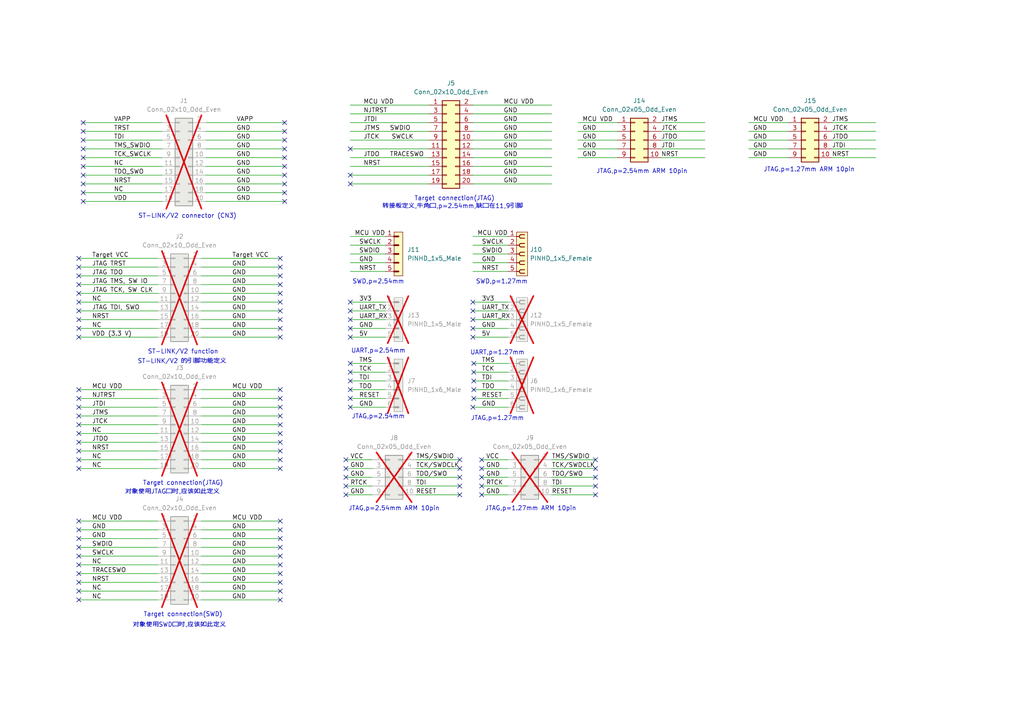
<source format=kicad_sch>
(kicad_sch
	(version 20250114)
	(generator "eeschema")
	(generator_version "9.0")
	(uuid "5e8058c7-9c74-4bf7-ac00-a942f217b6a9")
	(paper "A4")
	(lib_symbols
		(symbol "Conn_02x10_Odd_Even_1"
			(pin_names
				(offset 1.016)
				(hide yes)
			)
			(exclude_from_sim no)
			(in_bom yes)
			(on_board yes)
			(property "Reference" "J"
				(at 1.27 12.7 0)
				(effects
					(font
						(size 1.27 1.27)
					)
				)
			)
			(property "Value" "Conn_02x10_Odd_Even"
				(at 1.27 -15.24 0)
				(effects
					(font
						(size 1.27 1.27)
					)
				)
			)
			(property "Footprint" ""
				(at 0 0 0)
				(effects
					(font
						(size 1.27 1.27)
					)
					(hide yes)
				)
			)
			(property "Datasheet" "~"
				(at 0 0 0)
				(effects
					(font
						(size 1.27 1.27)
					)
					(hide yes)
				)
			)
			(property "Description" "Generic connector, double row, 02x10, odd/even pin numbering scheme (row 1 odd numbers, row 2 even numbers), script generated (kicad-library-utils/schlib/autogen/connector/)"
				(at 0 0 0)
				(effects
					(font
						(size 1.27 1.27)
					)
					(hide yes)
				)
			)
			(property "ki_keywords" "connector"
				(at 0 0 0)
				(effects
					(font
						(size 1.27 1.27)
					)
					(hide yes)
				)
			)
			(property "ki_fp_filters" "Connector*:*_2x??_*"
				(at 0 0 0)
				(effects
					(font
						(size 1.27 1.27)
					)
					(hide yes)
				)
			)
			(symbol "Conn_02x10_Odd_Even_1_1_1"
				(rectangle
					(start -1.27 11.43)
					(end 3.81 -13.97)
					(stroke
						(width 0.254)
						(type default)
					)
					(fill
						(type background)
					)
				)
				(rectangle
					(start -1.27 10.287)
					(end 0 10.033)
					(stroke
						(width 0.1524)
						(type default)
					)
					(fill
						(type none)
					)
				)
				(rectangle
					(start -1.27 7.747)
					(end 0 7.493)
					(stroke
						(width 0.1524)
						(type default)
					)
					(fill
						(type none)
					)
				)
				(rectangle
					(start -1.27 5.207)
					(end 0 4.953)
					(stroke
						(width 0.1524)
						(type default)
					)
					(fill
						(type none)
					)
				)
				(rectangle
					(start -1.27 2.667)
					(end 0 2.413)
					(stroke
						(width 0.1524)
						(type default)
					)
					(fill
						(type none)
					)
				)
				(rectangle
					(start -1.27 0.127)
					(end 0 -0.127)
					(stroke
						(width 0.1524)
						(type default)
					)
					(fill
						(type none)
					)
				)
				(rectangle
					(start -1.27 -2.413)
					(end 0 -2.667)
					(stroke
						(width 0.1524)
						(type default)
					)
					(fill
						(type none)
					)
				)
				(rectangle
					(start -1.27 -4.953)
					(end 0 -5.207)
					(stroke
						(width 0.1524)
						(type default)
					)
					(fill
						(type none)
					)
				)
				(rectangle
					(start -1.27 -7.493)
					(end 0 -7.747)
					(stroke
						(width 0.1524)
						(type default)
					)
					(fill
						(type none)
					)
				)
				(rectangle
					(start -1.27 -10.033)
					(end 0 -10.287)
					(stroke
						(width 0.1524)
						(type default)
					)
					(fill
						(type none)
					)
				)
				(rectangle
					(start -1.27 -12.573)
					(end 0 -12.827)
					(stroke
						(width 0.1524)
						(type default)
					)
					(fill
						(type none)
					)
				)
				(rectangle
					(start 3.81 10.287)
					(end 2.54 10.033)
					(stroke
						(width 0.1524)
						(type default)
					)
					(fill
						(type none)
					)
				)
				(rectangle
					(start 3.81 7.747)
					(end 2.54 7.493)
					(stroke
						(width 0.1524)
						(type default)
					)
					(fill
						(type none)
					)
				)
				(rectangle
					(start 3.81 5.207)
					(end 2.54 4.953)
					(stroke
						(width 0.1524)
						(type default)
					)
					(fill
						(type none)
					)
				)
				(rectangle
					(start 3.81 2.667)
					(end 2.54 2.413)
					(stroke
						(width 0.1524)
						(type default)
					)
					(fill
						(type none)
					)
				)
				(rectangle
					(start 3.81 0.127)
					(end 2.54 -0.127)
					(stroke
						(width 0.1524)
						(type default)
					)
					(fill
						(type none)
					)
				)
				(rectangle
					(start 3.81 -2.413)
					(end 2.54 -2.667)
					(stroke
						(width 0.1524)
						(type default)
					)
					(fill
						(type none)
					)
				)
				(rectangle
					(start 3.81 -4.953)
					(end 2.54 -5.207)
					(stroke
						(width 0.1524)
						(type default)
					)
					(fill
						(type none)
					)
				)
				(rectangle
					(start 3.81 -7.493)
					(end 2.54 -7.747)
					(stroke
						(width 0.1524)
						(type default)
					)
					(fill
						(type none)
					)
				)
				(rectangle
					(start 3.81 -10.033)
					(end 2.54 -10.287)
					(stroke
						(width 0.1524)
						(type default)
					)
					(fill
						(type none)
					)
				)
				(rectangle
					(start 3.81 -12.573)
					(end 2.54 -12.827)
					(stroke
						(width 0.1524)
						(type default)
					)
					(fill
						(type none)
					)
				)
				(pin passive line
					(at -5.08 10.16 0)
					(length 3.81)
					(name "Pin_1"
						(effects
							(font
								(size 1.27 1.27)
							)
						)
					)
					(number "1"
						(effects
							(font
								(size 1.27 1.27)
							)
						)
					)
				)
				(pin passive line
					(at -5.08 7.62 0)
					(length 3.81)
					(name "Pin_3"
						(effects
							(font
								(size 1.27 1.27)
							)
						)
					)
					(number "3"
						(effects
							(font
								(size 1.27 1.27)
							)
						)
					)
				)
				(pin passive line
					(at -5.08 5.08 0)
					(length 3.81)
					(name "Pin_5"
						(effects
							(font
								(size 1.27 1.27)
							)
						)
					)
					(number "5"
						(effects
							(font
								(size 1.27 1.27)
							)
						)
					)
				)
				(pin passive line
					(at -5.08 2.54 0)
					(length 3.81)
					(name "Pin_7"
						(effects
							(font
								(size 1.27 1.27)
							)
						)
					)
					(number "7"
						(effects
							(font
								(size 1.27 1.27)
							)
						)
					)
				)
				(pin passive line
					(at -5.08 0 0)
					(length 3.81)
					(name "Pin_9"
						(effects
							(font
								(size 1.27 1.27)
							)
						)
					)
					(number "9"
						(effects
							(font
								(size 1.27 1.27)
							)
						)
					)
				)
				(pin passive line
					(at -5.08 -2.54 0)
					(length 3.81)
					(name "Pin_11"
						(effects
							(font
								(size 1.27 1.27)
							)
						)
					)
					(number "11"
						(effects
							(font
								(size 1.27 1.27)
							)
						)
					)
				)
				(pin passive line
					(at -5.08 -5.08 0)
					(length 3.81)
					(name "Pin_13"
						(effects
							(font
								(size 1.27 1.27)
							)
						)
					)
					(number "13"
						(effects
							(font
								(size 1.27 1.27)
							)
						)
					)
				)
				(pin passive line
					(at -5.08 -7.62 0)
					(length 3.81)
					(name "Pin_15"
						(effects
							(font
								(size 1.27 1.27)
							)
						)
					)
					(number "15"
						(effects
							(font
								(size 1.27 1.27)
							)
						)
					)
				)
				(pin passive line
					(at -5.08 -10.16 0)
					(length 3.81)
					(name "Pin_17"
						(effects
							(font
								(size 1.27 1.27)
							)
						)
					)
					(number "17"
						(effects
							(font
								(size 1.27 1.27)
							)
						)
					)
				)
				(pin passive line
					(at -5.08 -12.7 0)
					(length 3.81)
					(name "Pin_19"
						(effects
							(font
								(size 1.27 1.27)
							)
						)
					)
					(number "19"
						(effects
							(font
								(size 1.27 1.27)
							)
						)
					)
				)
				(pin passive line
					(at 7.62 10.16 180)
					(length 3.81)
					(name "Pin_2"
						(effects
							(font
								(size 1.27 1.27)
							)
						)
					)
					(number "2"
						(effects
							(font
								(size 1.27 1.27)
							)
						)
					)
				)
				(pin passive line
					(at 7.62 7.62 180)
					(length 3.81)
					(name "Pin_4"
						(effects
							(font
								(size 1.27 1.27)
							)
						)
					)
					(number "4"
						(effects
							(font
								(size 1.27 1.27)
							)
						)
					)
				)
				(pin passive line
					(at 7.62 5.08 180)
					(length 3.81)
					(name "Pin_6"
						(effects
							(font
								(size 1.27 1.27)
							)
						)
					)
					(number "6"
						(effects
							(font
								(size 1.27 1.27)
							)
						)
					)
				)
				(pin passive line
					(at 7.62 2.54 180)
					(length 3.81)
					(name "Pin_8"
						(effects
							(font
								(size 1.27 1.27)
							)
						)
					)
					(number "8"
						(effects
							(font
								(size 1.27 1.27)
							)
						)
					)
				)
				(pin passive line
					(at 7.62 0 180)
					(length 3.81)
					(name "Pin_10"
						(effects
							(font
								(size 1.27 1.27)
							)
						)
					)
					(number "10"
						(effects
							(font
								(size 1.27 1.27)
							)
						)
					)
				)
				(pin passive line
					(at 7.62 -2.54 180)
					(length 3.81)
					(name "Pin_12"
						(effects
							(font
								(size 1.27 1.27)
							)
						)
					)
					(number "12"
						(effects
							(font
								(size 1.27 1.27)
							)
						)
					)
				)
				(pin passive line
					(at 7.62 -5.08 180)
					(length 3.81)
					(name "Pin_14"
						(effects
							(font
								(size 1.27 1.27)
							)
						)
					)
					(number "14"
						(effects
							(font
								(size 1.27 1.27)
							)
						)
					)
				)
				(pin passive line
					(at 7.62 -7.62 180)
					(length 3.81)
					(name "Pin_16"
						(effects
							(font
								(size 1.27 1.27)
							)
						)
					)
					(number "16"
						(effects
							(font
								(size 1.27 1.27)
							)
						)
					)
				)
				(pin passive line
					(at 7.62 -10.16 180)
					(length 3.81)
					(name "Pin_18"
						(effects
							(font
								(size 1.27 1.27)
							)
						)
					)
					(number "18"
						(effects
							(font
								(size 1.27 1.27)
							)
						)
					)
				)
				(pin passive line
					(at 7.62 -12.7 180)
					(length 3.81)
					(name "Pin_20"
						(effects
							(font
								(size 1.27 1.27)
							)
						)
					)
					(number "20"
						(effects
							(font
								(size 1.27 1.27)
							)
						)
					)
				)
			)
			(embedded_fonts no)
		)
		(symbol "Library:Conn_02x05_Odd_Even"
			(pin_names
				(offset 1.016)
				(hide yes)
			)
			(exclude_from_sim no)
			(in_bom yes)
			(on_board yes)
			(property "Reference" "J"
				(at 1.27 7.62 0)
				(effects
					(font
						(size 1.27 1.27)
					)
				)
			)
			(property "Value" "Conn_02x05_Odd_Even"
				(at 1.27 -7.62 0)
				(effects
					(font
						(size 1.27 1.27)
					)
				)
			)
			(property "Footprint" ""
				(at 0 0 0)
				(effects
					(font
						(size 1.27 1.27)
					)
					(hide yes)
				)
			)
			(property "Datasheet" "~"
				(at 0 0 0)
				(effects
					(font
						(size 1.27 1.27)
					)
					(hide yes)
				)
			)
			(property "Description" "Generic connector, double row, 02x05, odd/even pin numbering scheme (row 1 odd numbers, row 2 even numbers), script generated (kicad-library-utils/schlib/autogen/connector/)"
				(at 0 0 0)
				(effects
					(font
						(size 1.27 1.27)
					)
					(hide yes)
				)
			)
			(property "ki_keywords" "connector"
				(at 0 0 0)
				(effects
					(font
						(size 1.27 1.27)
					)
					(hide yes)
				)
			)
			(property "ki_fp_filters" "Connector*:*_2x??_*"
				(at 0 0 0)
				(effects
					(font
						(size 1.27 1.27)
					)
					(hide yes)
				)
			)
			(symbol "Conn_02x05_Odd_Even_1_1"
				(rectangle
					(start -1.27 6.35)
					(end 3.81 -6.35)
					(stroke
						(width 0.254)
						(type default)
					)
					(fill
						(type background)
					)
				)
				(rectangle
					(start -1.27 5.207)
					(end 0 4.953)
					(stroke
						(width 0.1524)
						(type default)
					)
					(fill
						(type none)
					)
				)
				(rectangle
					(start -1.27 2.667)
					(end 0 2.413)
					(stroke
						(width 0.1524)
						(type default)
					)
					(fill
						(type none)
					)
				)
				(rectangle
					(start -1.27 0.127)
					(end 0 -0.127)
					(stroke
						(width 0.1524)
						(type default)
					)
					(fill
						(type none)
					)
				)
				(rectangle
					(start -1.27 -2.413)
					(end 0 -2.667)
					(stroke
						(width 0.1524)
						(type default)
					)
					(fill
						(type none)
					)
				)
				(rectangle
					(start -1.27 -4.953)
					(end 0 -5.207)
					(stroke
						(width 0.1524)
						(type default)
					)
					(fill
						(type none)
					)
				)
				(rectangle
					(start 3.81 5.207)
					(end 2.54 4.953)
					(stroke
						(width 0.1524)
						(type default)
					)
					(fill
						(type none)
					)
				)
				(rectangle
					(start 3.81 2.667)
					(end 2.54 2.413)
					(stroke
						(width 0.1524)
						(type default)
					)
					(fill
						(type none)
					)
				)
				(rectangle
					(start 3.81 0.127)
					(end 2.54 -0.127)
					(stroke
						(width 0.1524)
						(type default)
					)
					(fill
						(type none)
					)
				)
				(rectangle
					(start 3.81 -2.413)
					(end 2.54 -2.667)
					(stroke
						(width 0.1524)
						(type default)
					)
					(fill
						(type none)
					)
				)
				(rectangle
					(start 3.81 -4.953)
					(end 2.54 -5.207)
					(stroke
						(width 0.1524)
						(type default)
					)
					(fill
						(type none)
					)
				)
				(pin passive line
					(at -5.08 5.08 0)
					(length 3.81)
					(name "Pin_1"
						(effects
							(font
								(size 1.27 1.27)
							)
						)
					)
					(number "1"
						(effects
							(font
								(size 1.27 1.27)
							)
						)
					)
				)
				(pin passive line
					(at -5.08 2.54 0)
					(length 3.81)
					(name "Pin_3"
						(effects
							(font
								(size 1.27 1.27)
							)
						)
					)
					(number "3"
						(effects
							(font
								(size 1.27 1.27)
							)
						)
					)
				)
				(pin passive line
					(at -5.08 0 0)
					(length 3.81)
					(name "Pin_5"
						(effects
							(font
								(size 1.27 1.27)
							)
						)
					)
					(number "5"
						(effects
							(font
								(size 1.27 1.27)
							)
						)
					)
				)
				(pin passive line
					(at -5.08 -2.54 0)
					(length 3.81)
					(name "Pin_7"
						(effects
							(font
								(size 1.27 1.27)
							)
						)
					)
					(number "7"
						(effects
							(font
								(size 1.27 1.27)
							)
						)
					)
				)
				(pin passive line
					(at -5.08 -5.08 0)
					(length 3.81)
					(name "Pin_9"
						(effects
							(font
								(size 1.27 1.27)
							)
						)
					)
					(number "9"
						(effects
							(font
								(size 1.27 1.27)
							)
						)
					)
				)
				(pin passive line
					(at 7.62 5.08 180)
					(length 3.81)
					(name "Pin_2"
						(effects
							(font
								(size 1.27 1.27)
							)
						)
					)
					(number "2"
						(effects
							(font
								(size 1.27 1.27)
							)
						)
					)
				)
				(pin passive line
					(at 7.62 2.54 180)
					(length 3.81)
					(name "Pin_4"
						(effects
							(font
								(size 1.27 1.27)
							)
						)
					)
					(number "4"
						(effects
							(font
								(size 1.27 1.27)
							)
						)
					)
				)
				(pin passive line
					(at 7.62 0 180)
					(length 3.81)
					(name "Pin_6"
						(effects
							(font
								(size 1.27 1.27)
							)
						)
					)
					(number "6"
						(effects
							(font
								(size 1.27 1.27)
							)
						)
					)
				)
				(pin passive line
					(at 7.62 -2.54 180)
					(length 3.81)
					(name "Pin_8"
						(effects
							(font
								(size 1.27 1.27)
							)
						)
					)
					(number "8"
						(effects
							(font
								(size 1.27 1.27)
							)
						)
					)
				)
				(pin passive line
					(at 7.62 -5.08 180)
					(length 3.81)
					(name "Pin_10"
						(effects
							(font
								(size 1.27 1.27)
							)
						)
					)
					(number "10"
						(effects
							(font
								(size 1.27 1.27)
							)
						)
					)
				)
			)
			(embedded_fonts no)
		)
		(symbol "Library:Conn_02x10_Odd_Even"
			(pin_names
				(offset 1.016)
				(hide yes)
			)
			(exclude_from_sim no)
			(in_bom yes)
			(on_board yes)
			(property "Reference" "J"
				(at 1.27 12.7 0)
				(effects
					(font
						(size 1.27 1.27)
					)
				)
			)
			(property "Value" "Conn_02x10_Odd_Even"
				(at 1.27 -15.24 0)
				(effects
					(font
						(size 1.27 1.27)
					)
				)
			)
			(property "Footprint" ""
				(at 0 0 0)
				(effects
					(font
						(size 1.27 1.27)
					)
					(hide yes)
				)
			)
			(property "Datasheet" "~"
				(at 0 0 0)
				(effects
					(font
						(size 1.27 1.27)
					)
					(hide yes)
				)
			)
			(property "Description" "Generic connector, double row, 02x10, odd/even pin numbering scheme (row 1 odd numbers, row 2 even numbers), script generated (kicad-library-utils/schlib/autogen/connector/)"
				(at 0 0 0)
				(effects
					(font
						(size 1.27 1.27)
					)
					(hide yes)
				)
			)
			(property "ki_keywords" "connector"
				(at 0 0 0)
				(effects
					(font
						(size 1.27 1.27)
					)
					(hide yes)
				)
			)
			(property "ki_fp_filters" "Connector*:*_2x??_*"
				(at 0 0 0)
				(effects
					(font
						(size 1.27 1.27)
					)
					(hide yes)
				)
			)
			(symbol "Conn_02x10_Odd_Even_1_1"
				(rectangle
					(start -1.27 11.43)
					(end 3.81 -13.97)
					(stroke
						(width 0.254)
						(type default)
					)
					(fill
						(type background)
					)
				)
				(rectangle
					(start -1.27 10.287)
					(end 0 10.033)
					(stroke
						(width 0.1524)
						(type default)
					)
					(fill
						(type none)
					)
				)
				(rectangle
					(start -1.27 7.747)
					(end 0 7.493)
					(stroke
						(width 0.1524)
						(type default)
					)
					(fill
						(type none)
					)
				)
				(rectangle
					(start -1.27 5.207)
					(end 0 4.953)
					(stroke
						(width 0.1524)
						(type default)
					)
					(fill
						(type none)
					)
				)
				(rectangle
					(start -1.27 2.667)
					(end 0 2.413)
					(stroke
						(width 0.1524)
						(type default)
					)
					(fill
						(type none)
					)
				)
				(rectangle
					(start -1.27 0.127)
					(end 0 -0.127)
					(stroke
						(width 0.1524)
						(type default)
					)
					(fill
						(type none)
					)
				)
				(rectangle
					(start -1.27 -2.413)
					(end 0 -2.667)
					(stroke
						(width 0.1524)
						(type default)
					)
					(fill
						(type none)
					)
				)
				(rectangle
					(start -1.27 -4.953)
					(end 0 -5.207)
					(stroke
						(width 0.1524)
						(type default)
					)
					(fill
						(type none)
					)
				)
				(rectangle
					(start -1.27 -7.493)
					(end 0 -7.747)
					(stroke
						(width 0.1524)
						(type default)
					)
					(fill
						(type none)
					)
				)
				(rectangle
					(start -1.27 -10.033)
					(end 0 -10.287)
					(stroke
						(width 0.1524)
						(type default)
					)
					(fill
						(type none)
					)
				)
				(rectangle
					(start -1.27 -12.573)
					(end 0 -12.827)
					(stroke
						(width 0.1524)
						(type default)
					)
					(fill
						(type none)
					)
				)
				(rectangle
					(start 3.81 10.287)
					(end 2.54 10.033)
					(stroke
						(width 0.1524)
						(type default)
					)
					(fill
						(type none)
					)
				)
				(rectangle
					(start 3.81 7.747)
					(end 2.54 7.493)
					(stroke
						(width 0.1524)
						(type default)
					)
					(fill
						(type none)
					)
				)
				(rectangle
					(start 3.81 5.207)
					(end 2.54 4.953)
					(stroke
						(width 0.1524)
						(type default)
					)
					(fill
						(type none)
					)
				)
				(rectangle
					(start 3.81 2.667)
					(end 2.54 2.413)
					(stroke
						(width 0.1524)
						(type default)
					)
					(fill
						(type none)
					)
				)
				(rectangle
					(start 3.81 0.127)
					(end 2.54 -0.127)
					(stroke
						(width 0.1524)
						(type default)
					)
					(fill
						(type none)
					)
				)
				(rectangle
					(start 3.81 -2.413)
					(end 2.54 -2.667)
					(stroke
						(width 0.1524)
						(type default)
					)
					(fill
						(type none)
					)
				)
				(rectangle
					(start 3.81 -4.953)
					(end 2.54 -5.207)
					(stroke
						(width 0.1524)
						(type default)
					)
					(fill
						(type none)
					)
				)
				(rectangle
					(start 3.81 -7.493)
					(end 2.54 -7.747)
					(stroke
						(width 0.1524)
						(type default)
					)
					(fill
						(type none)
					)
				)
				(rectangle
					(start 3.81 -10.033)
					(end 2.54 -10.287)
					(stroke
						(width 0.1524)
						(type default)
					)
					(fill
						(type none)
					)
				)
				(rectangle
					(start 3.81 -12.573)
					(end 2.54 -12.827)
					(stroke
						(width 0.1524)
						(type default)
					)
					(fill
						(type none)
					)
				)
				(pin passive line
					(at -5.08 10.16 0)
					(length 3.81)
					(name "Pin_1"
						(effects
							(font
								(size 1.27 1.27)
							)
						)
					)
					(number "1"
						(effects
							(font
								(size 1.27 1.27)
							)
						)
					)
				)
				(pin passive line
					(at -5.08 7.62 0)
					(length 3.81)
					(name "Pin_3"
						(effects
							(font
								(size 1.27 1.27)
							)
						)
					)
					(number "3"
						(effects
							(font
								(size 1.27 1.27)
							)
						)
					)
				)
				(pin passive line
					(at -5.08 5.08 0)
					(length 3.81)
					(name "Pin_5"
						(effects
							(font
								(size 1.27 1.27)
							)
						)
					)
					(number "5"
						(effects
							(font
								(size 1.27 1.27)
							)
						)
					)
				)
				(pin passive line
					(at -5.08 2.54 0)
					(length 3.81)
					(name "Pin_7"
						(effects
							(font
								(size 1.27 1.27)
							)
						)
					)
					(number "7"
						(effects
							(font
								(size 1.27 1.27)
							)
						)
					)
				)
				(pin passive line
					(at -5.08 0 0)
					(length 3.81)
					(name "Pin_9"
						(effects
							(font
								(size 1.27 1.27)
							)
						)
					)
					(number "9"
						(effects
							(font
								(size 1.27 1.27)
							)
						)
					)
				)
				(pin passive line
					(at -5.08 -2.54 0)
					(length 3.81)
					(name "Pin_11"
						(effects
							(font
								(size 1.27 1.27)
							)
						)
					)
					(number "11"
						(effects
							(font
								(size 1.27 1.27)
							)
						)
					)
				)
				(pin passive line
					(at -5.08 -5.08 0)
					(length 3.81)
					(name "Pin_13"
						(effects
							(font
								(size 1.27 1.27)
							)
						)
					)
					(number "13"
						(effects
							(font
								(size 1.27 1.27)
							)
						)
					)
				)
				(pin passive line
					(at -5.08 -7.62 0)
					(length 3.81)
					(name "Pin_15"
						(effects
							(font
								(size 1.27 1.27)
							)
						)
					)
					(number "15"
						(effects
							(font
								(size 1.27 1.27)
							)
						)
					)
				)
				(pin passive line
					(at -5.08 -10.16 0)
					(length 3.81)
					(name "Pin_17"
						(effects
							(font
								(size 1.27 1.27)
							)
						)
					)
					(number "17"
						(effects
							(font
								(size 1.27 1.27)
							)
						)
					)
				)
				(pin passive line
					(at -5.08 -12.7 0)
					(length 3.81)
					(name "Pin_19"
						(effects
							(font
								(size 1.27 1.27)
							)
						)
					)
					(number "19"
						(effects
							(font
								(size 1.27 1.27)
							)
						)
					)
				)
				(pin passive line
					(at 7.62 10.16 180)
					(length 3.81)
					(name "Pin_2"
						(effects
							(font
								(size 1.27 1.27)
							)
						)
					)
					(number "2"
						(effects
							(font
								(size 1.27 1.27)
							)
						)
					)
				)
				(pin passive line
					(at 7.62 7.62 180)
					(length 3.81)
					(name "Pin_4"
						(effects
							(font
								(size 1.27 1.27)
							)
						)
					)
					(number "4"
						(effects
							(font
								(size 1.27 1.27)
							)
						)
					)
				)
				(pin passive line
					(at 7.62 5.08 180)
					(length 3.81)
					(name "Pin_6"
						(effects
							(font
								(size 1.27 1.27)
							)
						)
					)
					(number "6"
						(effects
							(font
								(size 1.27 1.27)
							)
						)
					)
				)
				(pin passive line
					(at 7.62 2.54 180)
					(length 3.81)
					(name "Pin_8"
						(effects
							(font
								(size 1.27 1.27)
							)
						)
					)
					(number "8"
						(effects
							(font
								(size 1.27 1.27)
							)
						)
					)
				)
				(pin passive line
					(at 7.62 0 180)
					(length 3.81)
					(name "Pin_10"
						(effects
							(font
								(size 1.27 1.27)
							)
						)
					)
					(number "10"
						(effects
							(font
								(size 1.27 1.27)
							)
						)
					)
				)
				(pin passive line
					(at 7.62 -2.54 180)
					(length 3.81)
					(name "Pin_12"
						(effects
							(font
								(size 1.27 1.27)
							)
						)
					)
					(number "12"
						(effects
							(font
								(size 1.27 1.27)
							)
						)
					)
				)
				(pin passive line
					(at 7.62 -5.08 180)
					(length 3.81)
					(name "Pin_14"
						(effects
							(font
								(size 1.27 1.27)
							)
						)
					)
					(number "14"
						(effects
							(font
								(size 1.27 1.27)
							)
						)
					)
				)
				(pin passive line
					(at 7.62 -7.62 180)
					(length 3.81)
					(name "Pin_16"
						(effects
							(font
								(size 1.27 1.27)
							)
						)
					)
					(number "16"
						(effects
							(font
								(size 1.27 1.27)
							)
						)
					)
				)
				(pin passive line
					(at 7.62 -10.16 180)
					(length 3.81)
					(name "Pin_18"
						(effects
							(font
								(size 1.27 1.27)
							)
						)
					)
					(number "18"
						(effects
							(font
								(size 1.27 1.27)
							)
						)
					)
				)
				(pin passive line
					(at 7.62 -12.7 180)
					(length 3.81)
					(name "Pin_20"
						(effects
							(font
								(size 1.27 1.27)
							)
						)
					)
					(number "20"
						(effects
							(font
								(size 1.27 1.27)
							)
						)
					)
				)
			)
			(embedded_fonts no)
		)
		(symbol "Library:PINHD_1x5_Female"
			(exclude_from_sim no)
			(in_bom yes)
			(on_board yes)
			(property "Reference" "J"
				(at 0 11.43 0)
				(effects
					(font
						(size 1.27 1.27)
					)
				)
			)
			(property "Value" "PINHD_1x5_Female"
				(at 0 8.89 0)
				(effects
					(font
						(size 1.27 1.27)
					)
				)
			)
			(property "Footprint" "Connector_PinSocket_2.54mm:PinSocket_1x05_P2.54mm_Vertical"
				(at 2.54 13.97 0)
				(effects
					(font
						(size 1.27 1.27)
					)
					(hide yes)
				)
			)
			(property "Datasheet" ""
				(at 0 11.43 0)
				(effects
					(font
						(size 1.27 1.27)
					)
					(hide yes)
				)
			)
			(property "Description" "Pin Header female with pin space 2.54mm. Pin Count -5"
				(at 0 0 0)
				(effects
					(font
						(size 1.27 1.27)
					)
					(hide yes)
				)
			)
			(property "ki_keywords" "Pin Header"
				(at 0 0 0)
				(effects
					(font
						(size 1.27 1.27)
					)
					(hide yes)
				)
			)
			(property "ki_fp_filters" "PinSocket_1x05_P2.54mm*"
				(at 0 0 0)
				(effects
					(font
						(size 1.27 1.27)
					)
					(hide yes)
				)
			)
			(symbol "PINHD_1x5_Female_0_1"
				(rectangle
					(start -1.27 6.35)
					(end 1.905 -6.35)
					(stroke
						(width 0)
						(type default)
					)
					(fill
						(type background)
					)
				)
				(polyline
					(pts
						(xy -1.27 5.08) (xy -0.508 5.08)
					)
					(stroke
						(width 0.25)
						(type default)
					)
					(fill
						(type none)
					)
				)
				(polyline
					(pts
						(xy -1.27 2.54) (xy -0.508 2.54)
					)
					(stroke
						(width 0.25)
						(type default)
					)
					(fill
						(type none)
					)
				)
				(polyline
					(pts
						(xy -1.27 0) (xy -0.508 0)
					)
					(stroke
						(width 0.25)
						(type default)
					)
					(fill
						(type none)
					)
				)
				(polyline
					(pts
						(xy -1.27 -2.54) (xy -0.508 -2.54)
					)
					(stroke
						(width 0.25)
						(type default)
					)
					(fill
						(type none)
					)
				)
				(polyline
					(pts
						(xy -1.27 -5.08) (xy -0.508 -5.08)
					)
					(stroke
						(width 0.25)
						(type default)
					)
					(fill
						(type none)
					)
				)
				(polyline
					(pts
						(xy 0 5.588) (xy 1.016 5.588)
					)
					(stroke
						(width 0.25)
						(type default)
					)
					(fill
						(type none)
					)
				)
				(arc
					(start -0.508 5.08)
					(mid -0.3592 5.4392)
					(end 0 5.588)
					(stroke
						(width 0.25)
						(type default)
					)
					(fill
						(type none)
					)
				)
				(arc
					(start 0 4.572)
					(mid -0.3592 4.7208)
					(end -0.508 5.08)
					(stroke
						(width 0.25)
						(type default)
					)
					(fill
						(type none)
					)
				)
				(polyline
					(pts
						(xy 0 4.572) (xy 1.016 4.572)
					)
					(stroke
						(width 0.25)
						(type default)
					)
					(fill
						(type none)
					)
				)
				(polyline
					(pts
						(xy 0 3.048) (xy 1.016 3.048)
					)
					(stroke
						(width 0.25)
						(type default)
					)
					(fill
						(type none)
					)
				)
				(arc
					(start -0.508 2.54)
					(mid -0.3592 2.8992)
					(end 0 3.048)
					(stroke
						(width 0.25)
						(type default)
					)
					(fill
						(type none)
					)
				)
				(arc
					(start 0 2.032)
					(mid -0.3592 2.1808)
					(end -0.508 2.54)
					(stroke
						(width 0.25)
						(type default)
					)
					(fill
						(type none)
					)
				)
				(polyline
					(pts
						(xy 0 2.032) (xy 1.016 2.032)
					)
					(stroke
						(width 0.25)
						(type default)
					)
					(fill
						(type none)
					)
				)
				(polyline
					(pts
						(xy 0 0.508) (xy 1.016 0.508)
					)
					(stroke
						(width 0.25)
						(type default)
					)
					(fill
						(type none)
					)
				)
				(arc
					(start -0.508 0)
					(mid -0.3592 0.3592)
					(end 0 0.508)
					(stroke
						(width 0.25)
						(type default)
					)
					(fill
						(type none)
					)
				)
				(arc
					(start 0 -0.508)
					(mid -0.3592 -0.3592)
					(end -0.508 0)
					(stroke
						(width 0.25)
						(type default)
					)
					(fill
						(type none)
					)
				)
				(polyline
					(pts
						(xy 0 -0.508) (xy 1.016 -0.508)
					)
					(stroke
						(width 0.25)
						(type default)
					)
					(fill
						(type none)
					)
				)
				(polyline
					(pts
						(xy 0 -2.032) (xy 1.016 -2.032)
					)
					(stroke
						(width 0.25)
						(type default)
					)
					(fill
						(type none)
					)
				)
				(arc
					(start -0.508 -2.54)
					(mid -0.3592 -2.1808)
					(end 0 -2.032)
					(stroke
						(width 0.25)
						(type default)
					)
					(fill
						(type none)
					)
				)
				(arc
					(start 0 -3.048)
					(mid -0.3592 -2.8992)
					(end -0.508 -2.54)
					(stroke
						(width 0.25)
						(type default)
					)
					(fill
						(type none)
					)
				)
				(polyline
					(pts
						(xy 0 -3.048) (xy 1.016 -3.048)
					)
					(stroke
						(width 0.25)
						(type default)
					)
					(fill
						(type none)
					)
				)
				(polyline
					(pts
						(xy 0 -4.572) (xy 1.016 -4.572)
					)
					(stroke
						(width 0.25)
						(type default)
					)
					(fill
						(type none)
					)
				)
				(arc
					(start -0.508 -5.08)
					(mid -0.3592 -4.7208)
					(end 0 -4.572)
					(stroke
						(width 0.25)
						(type default)
					)
					(fill
						(type none)
					)
				)
				(arc
					(start 0 -5.588)
					(mid -0.3592 -5.4392)
					(end -0.508 -5.08)
					(stroke
						(width 0.25)
						(type default)
					)
					(fill
						(type none)
					)
				)
				(polyline
					(pts
						(xy 0 -5.588) (xy 1.016 -5.588)
					)
					(stroke
						(width 0.25)
						(type default)
					)
					(fill
						(type none)
					)
				)
			)
			(symbol "PINHD_1x5_Female_1_1"
				(pin passive line
					(at -3.81 5.08 0)
					(length 2.54)
					(name ""
						(effects
							(font
								(size 1.27 1.27)
							)
						)
					)
					(number "1"
						(effects
							(font
								(size 1.27 1.27)
							)
						)
					)
				)
				(pin passive line
					(at -3.81 2.54 0)
					(length 2.54)
					(name ""
						(effects
							(font
								(size 1.27 1.27)
							)
						)
					)
					(number "2"
						(effects
							(font
								(size 1.27 1.27)
							)
						)
					)
				)
				(pin passive line
					(at -3.81 0 0)
					(length 2.54)
					(name ""
						(effects
							(font
								(size 1.27 1.27)
							)
						)
					)
					(number "3"
						(effects
							(font
								(size 1.27 1.27)
							)
						)
					)
				)
				(pin passive line
					(at -3.81 -2.54 0)
					(length 2.54)
					(name ""
						(effects
							(font
								(size 1.27 1.27)
							)
						)
					)
					(number "4"
						(effects
							(font
								(size 1.27 1.27)
							)
						)
					)
				)
				(pin passive line
					(at -3.81 -5.08 0)
					(length 2.54)
					(name ""
						(effects
							(font
								(size 1.27 1.27)
							)
						)
					)
					(number "5"
						(effects
							(font
								(size 1.27 1.27)
							)
						)
					)
				)
			)
			(embedded_fonts no)
		)
		(symbol "Library:PINHD_1x5_Male"
			(exclude_from_sim no)
			(in_bom yes)
			(on_board yes)
			(property "Reference" "J"
				(at 0 10.16 0)
				(effects
					(font
						(size 1.27 1.27)
					)
				)
			)
			(property "Value" "PINHD_1x5_Male"
				(at 0 7.62 0)
				(effects
					(font
						(size 1.27 1.27)
					)
				)
			)
			(property "Footprint" "Connector_PinHeader_2.54mm:PinHeader_1x05_P2.54mm_Vertical"
				(at -1.27 12.7 0)
				(effects
					(font
						(size 1.27 1.27)
					)
					(hide yes)
				)
			)
			(property "Datasheet" ""
				(at 0 11.43 0)
				(effects
					(font
						(size 1.27 1.27)
					)
					(hide yes)
				)
			)
			(property "Description" "Pin Header male with pin space 2.54mm. Pin Count -5"
				(at 0 0 0)
				(effects
					(font
						(size 1.27 1.27)
					)
					(hide yes)
				)
			)
			(property "ki_keywords" "Pin Header"
				(at 0 0 0)
				(effects
					(font
						(size 1.27 1.27)
					)
					(hide yes)
				)
			)
			(property "ki_fp_filters" "PinHeader_1x05_P2.54mm*"
				(at 0 0 0)
				(effects
					(font
						(size 1.27 1.27)
					)
					(hide yes)
				)
			)
			(symbol "PINHD_1x5_Male_0_1"
				(rectangle
					(start -1.27 6.35)
					(end 1.27 -6.35)
					(stroke
						(width 0)
						(type default)
					)
					(fill
						(type background)
					)
				)
				(polyline
					(pts
						(xy -1.27 5.08) (xy 0 5.08)
					)
					(stroke
						(width 0.3)
						(type default)
					)
					(fill
						(type none)
					)
				)
				(polyline
					(pts
						(xy -1.27 5.08) (xy 0 5.08)
					)
					(stroke
						(width 0.5)
						(type default)
					)
					(fill
						(type none)
					)
				)
				(polyline
					(pts
						(xy -1.27 2.54) (xy 0 2.54)
					)
					(stroke
						(width 0.3)
						(type default)
					)
					(fill
						(type none)
					)
				)
				(polyline
					(pts
						(xy -1.27 2.54) (xy 0 2.54)
					)
					(stroke
						(width 0.5)
						(type default)
					)
					(fill
						(type none)
					)
				)
				(polyline
					(pts
						(xy -1.27 0) (xy 0 0)
					)
					(stroke
						(width 0.3)
						(type default)
					)
					(fill
						(type none)
					)
				)
				(polyline
					(pts
						(xy -1.27 0) (xy 0 0)
					)
					(stroke
						(width 0.5)
						(type default)
					)
					(fill
						(type none)
					)
				)
				(polyline
					(pts
						(xy -1.27 -2.54) (xy 0 -2.54)
					)
					(stroke
						(width 0.3)
						(type default)
					)
					(fill
						(type none)
					)
				)
				(polyline
					(pts
						(xy -1.27 -2.54) (xy 0 -2.54)
					)
					(stroke
						(width 0.5)
						(type default)
					)
					(fill
						(type none)
					)
				)
				(polyline
					(pts
						(xy -1.27 -5.08) (xy 0 -5.08)
					)
					(stroke
						(width 0.3)
						(type default)
					)
					(fill
						(type none)
					)
				)
				(polyline
					(pts
						(xy -1.27 -5.08) (xy 0 -5.08)
					)
					(stroke
						(width 0.5)
						(type default)
					)
					(fill
						(type none)
					)
				)
			)
			(symbol "PINHD_1x5_Male_1_1"
				(pin passive line
					(at -3.81 5.08 0)
					(length 2.54)
					(name ""
						(effects
							(font
								(size 1.27 1.27)
							)
						)
					)
					(number "1"
						(effects
							(font
								(size 1.27 1.27)
							)
						)
					)
				)
				(pin passive line
					(at -3.81 2.54 0)
					(length 2.54)
					(name ""
						(effects
							(font
								(size 1.27 1.27)
							)
						)
					)
					(number "2"
						(effects
							(font
								(size 1.27 1.27)
							)
						)
					)
				)
				(pin passive line
					(at -3.81 0 0)
					(length 2.54)
					(name ""
						(effects
							(font
								(size 1.27 1.27)
							)
						)
					)
					(number "3"
						(effects
							(font
								(size 1.27 1.27)
							)
						)
					)
				)
				(pin passive line
					(at -3.81 -2.54 0)
					(length 2.54)
					(name ""
						(effects
							(font
								(size 1.27 1.27)
							)
						)
					)
					(number "4"
						(effects
							(font
								(size 1.27 1.27)
							)
						)
					)
				)
				(pin passive line
					(at -3.81 -5.08 0)
					(length 2.54)
					(name ""
						(effects
							(font
								(size 1.27 1.27)
							)
						)
					)
					(number "5"
						(effects
							(font
								(size 1.27 1.27)
							)
						)
					)
				)
			)
			(embedded_fonts no)
		)
		(symbol "Library:PINHD_1x6_Female"
			(exclude_from_sim no)
			(in_bom yes)
			(on_board yes)
			(property "Reference" "J"
				(at 0 12.7 0)
				(effects
					(font
						(size 1.27 1.27)
					)
				)
			)
			(property "Value" "PINHD_1x6_Female"
				(at 0 10.16 0)
				(effects
					(font
						(size 1.27 1.27)
					)
				)
			)
			(property "Footprint" "Connector_PinSocket_2.54mm:PinSocket_1x06_P2.54mm_Vertical"
				(at 2.54 15.24 0)
				(effects
					(font
						(size 1.27 1.27)
					)
					(hide yes)
				)
			)
			(property "Datasheet" ""
				(at 0 12.7 0)
				(effects
					(font
						(size 1.27 1.27)
					)
					(hide yes)
				)
			)
			(property "Description" "Pin Header female with pin space 2.54mm. Pin Count -6"
				(at 0 0 0)
				(effects
					(font
						(size 1.27 1.27)
					)
					(hide yes)
				)
			)
			(property "ki_keywords" "Pin Header"
				(at 0 0 0)
				(effects
					(font
						(size 1.27 1.27)
					)
					(hide yes)
				)
			)
			(property "ki_fp_filters" "PinSocket_1x06_P2.54mm*"
				(at 0 0 0)
				(effects
					(font
						(size 1.27 1.27)
					)
					(hide yes)
				)
			)
			(symbol "PINHD_1x6_Female_0_1"
				(rectangle
					(start -1.27 7.62)
					(end 1.905 -7.62)
					(stroke
						(width 0)
						(type default)
					)
					(fill
						(type background)
					)
				)
				(polyline
					(pts
						(xy -1.27 6.35) (xy -0.508 6.35)
					)
					(stroke
						(width 0.25)
						(type default)
					)
					(fill
						(type none)
					)
				)
				(polyline
					(pts
						(xy -1.27 3.81) (xy -0.508 3.81)
					)
					(stroke
						(width 0.25)
						(type default)
					)
					(fill
						(type none)
					)
				)
				(polyline
					(pts
						(xy -1.27 1.27) (xy -0.508 1.27)
					)
					(stroke
						(width 0.25)
						(type default)
					)
					(fill
						(type none)
					)
				)
				(polyline
					(pts
						(xy -1.27 -1.27) (xy -0.508 -1.27)
					)
					(stroke
						(width 0.25)
						(type default)
					)
					(fill
						(type none)
					)
				)
				(polyline
					(pts
						(xy -1.27 -3.81) (xy -0.508 -3.81)
					)
					(stroke
						(width 0.25)
						(type default)
					)
					(fill
						(type none)
					)
				)
				(polyline
					(pts
						(xy -1.27 -6.35) (xy -0.508 -6.35)
					)
					(stroke
						(width 0.25)
						(type default)
					)
					(fill
						(type none)
					)
				)
				(polyline
					(pts
						(xy 0 6.858) (xy 1.016 6.858)
					)
					(stroke
						(width 0.25)
						(type default)
					)
					(fill
						(type none)
					)
				)
				(arc
					(start -0.508 6.35)
					(mid -0.3592 6.7092)
					(end 0 6.858)
					(stroke
						(width 0.25)
						(type default)
					)
					(fill
						(type none)
					)
				)
				(arc
					(start 0 5.842)
					(mid -0.3592 5.9908)
					(end -0.508 6.35)
					(stroke
						(width 0.25)
						(type default)
					)
					(fill
						(type none)
					)
				)
				(polyline
					(pts
						(xy 0 5.842) (xy 1.016 5.842)
					)
					(stroke
						(width 0.25)
						(type default)
					)
					(fill
						(type none)
					)
				)
				(polyline
					(pts
						(xy 0 4.318) (xy 1.016 4.318)
					)
					(stroke
						(width 0.25)
						(type default)
					)
					(fill
						(type none)
					)
				)
				(arc
					(start -0.508 3.81)
					(mid -0.3592 4.1692)
					(end 0 4.318)
					(stroke
						(width 0.25)
						(type default)
					)
					(fill
						(type none)
					)
				)
				(arc
					(start 0 3.302)
					(mid -0.3592 3.4508)
					(end -0.508 3.81)
					(stroke
						(width 0.25)
						(type default)
					)
					(fill
						(type none)
					)
				)
				(polyline
					(pts
						(xy 0 3.302) (xy 1.016 3.302)
					)
					(stroke
						(width 0.25)
						(type default)
					)
					(fill
						(type none)
					)
				)
				(polyline
					(pts
						(xy 0 1.778) (xy 1.016 1.778)
					)
					(stroke
						(width 0.25)
						(type default)
					)
					(fill
						(type none)
					)
				)
				(arc
					(start -0.508 1.27)
					(mid -0.3592 1.6292)
					(end 0 1.778)
					(stroke
						(width 0.25)
						(type default)
					)
					(fill
						(type none)
					)
				)
				(arc
					(start 0 0.762)
					(mid -0.3592 0.9108)
					(end -0.508 1.27)
					(stroke
						(width 0.25)
						(type default)
					)
					(fill
						(type none)
					)
				)
				(polyline
					(pts
						(xy 0 0.762) (xy 1.016 0.762)
					)
					(stroke
						(width 0.25)
						(type default)
					)
					(fill
						(type none)
					)
				)
				(polyline
					(pts
						(xy 0 -0.762) (xy 1.016 -0.762)
					)
					(stroke
						(width 0.25)
						(type default)
					)
					(fill
						(type none)
					)
				)
				(arc
					(start -0.508 -1.27)
					(mid -0.3592 -0.9108)
					(end 0 -0.762)
					(stroke
						(width 0.25)
						(type default)
					)
					(fill
						(type none)
					)
				)
				(arc
					(start 0 -1.778)
					(mid -0.3592 -1.6292)
					(end -0.508 -1.27)
					(stroke
						(width 0.25)
						(type default)
					)
					(fill
						(type none)
					)
				)
				(polyline
					(pts
						(xy 0 -1.778) (xy 1.016 -1.778)
					)
					(stroke
						(width 0.25)
						(type default)
					)
					(fill
						(type none)
					)
				)
				(polyline
					(pts
						(xy 0 -3.302) (xy 1.016 -3.302)
					)
					(stroke
						(width 0.25)
						(type default)
					)
					(fill
						(type none)
					)
				)
				(arc
					(start -0.508 -3.81)
					(mid -0.3592 -3.4508)
					(end 0 -3.302)
					(stroke
						(width 0.25)
						(type default)
					)
					(fill
						(type none)
					)
				)
				(arc
					(start 0 -4.318)
					(mid -0.3592 -4.1692)
					(end -0.508 -3.81)
					(stroke
						(width 0.25)
						(type default)
					)
					(fill
						(type none)
					)
				)
				(polyline
					(pts
						(xy 0 -4.318) (xy 1.016 -4.318)
					)
					(stroke
						(width 0.25)
						(type default)
					)
					(fill
						(type none)
					)
				)
				(polyline
					(pts
						(xy 0 -5.842) (xy 1.016 -5.842)
					)
					(stroke
						(width 0.25)
						(type default)
					)
					(fill
						(type none)
					)
				)
				(arc
					(start -0.508 -6.35)
					(mid -0.3592 -5.9908)
					(end 0 -5.842)
					(stroke
						(width 0.25)
						(type default)
					)
					(fill
						(type none)
					)
				)
				(arc
					(start 0 -6.858)
					(mid -0.3592 -6.7092)
					(end -0.508 -6.35)
					(stroke
						(width 0.25)
						(type default)
					)
					(fill
						(type none)
					)
				)
				(polyline
					(pts
						(xy 0 -6.858) (xy 1.016 -6.858)
					)
					(stroke
						(width 0.25)
						(type default)
					)
					(fill
						(type none)
					)
				)
			)
			(symbol "PINHD_1x6_Female_1_1"
				(pin passive line
					(at -3.81 6.35 0)
					(length 2.54)
					(name ""
						(effects
							(font
								(size 1.27 1.27)
							)
						)
					)
					(number "1"
						(effects
							(font
								(size 1.27 1.27)
							)
						)
					)
				)
				(pin passive line
					(at -3.81 3.81 0)
					(length 2.54)
					(name ""
						(effects
							(font
								(size 1.27 1.27)
							)
						)
					)
					(number "2"
						(effects
							(font
								(size 1.27 1.27)
							)
						)
					)
				)
				(pin passive line
					(at -3.81 1.27 0)
					(length 2.54)
					(name ""
						(effects
							(font
								(size 1.27 1.27)
							)
						)
					)
					(number "3"
						(effects
							(font
								(size 1.27 1.27)
							)
						)
					)
				)
				(pin passive line
					(at -3.81 -1.27 0)
					(length 2.54)
					(name ""
						(effects
							(font
								(size 1.27 1.27)
							)
						)
					)
					(number "4"
						(effects
							(font
								(size 1.27 1.27)
							)
						)
					)
				)
				(pin passive line
					(at -3.81 -3.81 0)
					(length 2.54)
					(name ""
						(effects
							(font
								(size 1.27 1.27)
							)
						)
					)
					(number "5"
						(effects
							(font
								(size 1.27 1.27)
							)
						)
					)
				)
				(pin passive line
					(at -3.81 -6.35 0)
					(length 2.54)
					(name ""
						(effects
							(font
								(size 1.27 1.27)
							)
						)
					)
					(number "6"
						(effects
							(font
								(size 1.27 1.27)
							)
						)
					)
				)
			)
			(embedded_fonts no)
		)
		(symbol "Library:PINHD_1x6_Male"
			(exclude_from_sim no)
			(in_bom yes)
			(on_board yes)
			(property "Reference" "J"
				(at 0 11.43 0)
				(effects
					(font
						(size 1.27 1.27)
					)
				)
			)
			(property "Value" "PINHD_1x6_Male"
				(at 0 8.89 0)
				(effects
					(font
						(size 1.27 1.27)
					)
				)
			)
			(property "Footprint" "Connector_PinHeader_2.54mm:PinHeader_1x06_P2.54mm_Vertical"
				(at -1.27 13.97 0)
				(effects
					(font
						(size 1.27 1.27)
					)
					(hide yes)
				)
			)
			(property "Datasheet" ""
				(at 0 12.7 0)
				(effects
					(font
						(size 1.27 1.27)
					)
					(hide yes)
				)
			)
			(property "Description" "Pin Header male with pin space 2.54mm. Pin Count -6"
				(at 0 0 0)
				(effects
					(font
						(size 1.27 1.27)
					)
					(hide yes)
				)
			)
			(property "ki_keywords" "Pin Header"
				(at 0 0 0)
				(effects
					(font
						(size 1.27 1.27)
					)
					(hide yes)
				)
			)
			(property "ki_fp_filters" "PinHeader_1x06_P2.54mm*"
				(at 0 0 0)
				(effects
					(font
						(size 1.27 1.27)
					)
					(hide yes)
				)
			)
			(symbol "PINHD_1x6_Male_0_1"
				(rectangle
					(start -1.27 7.62)
					(end 1.27 -7.62)
					(stroke
						(width 0)
						(type default)
					)
					(fill
						(type background)
					)
				)
				(polyline
					(pts
						(xy -1.27 6.35) (xy 0 6.35)
					)
					(stroke
						(width 0.3)
						(type default)
					)
					(fill
						(type none)
					)
				)
				(polyline
					(pts
						(xy -1.27 6.35) (xy 0 6.35)
					)
					(stroke
						(width 0.5)
						(type default)
					)
					(fill
						(type none)
					)
				)
				(polyline
					(pts
						(xy -1.27 3.81) (xy 0 3.81)
					)
					(stroke
						(width 0.3)
						(type default)
					)
					(fill
						(type none)
					)
				)
				(polyline
					(pts
						(xy -1.27 3.81) (xy 0 3.81)
					)
					(stroke
						(width 0.5)
						(type default)
					)
					(fill
						(type none)
					)
				)
				(polyline
					(pts
						(xy -1.27 1.27) (xy 0 1.27)
					)
					(stroke
						(width 0.3)
						(type default)
					)
					(fill
						(type none)
					)
				)
				(polyline
					(pts
						(xy -1.27 1.27) (xy 0 1.27)
					)
					(stroke
						(width 0.5)
						(type default)
					)
					(fill
						(type none)
					)
				)
				(polyline
					(pts
						(xy -1.27 -1.27) (xy 0 -1.27)
					)
					(stroke
						(width 0.3)
						(type default)
					)
					(fill
						(type none)
					)
				)
				(polyline
					(pts
						(xy -1.27 -1.27) (xy 0 -1.27)
					)
					(stroke
						(width 0.5)
						(type default)
					)
					(fill
						(type none)
					)
				)
				(polyline
					(pts
						(xy -1.27 -3.81) (xy 0 -3.81)
					)
					(stroke
						(width 0.3)
						(type default)
					)
					(fill
						(type none)
					)
				)
				(polyline
					(pts
						(xy -1.27 -3.81) (xy 0 -3.81)
					)
					(stroke
						(width 0.5)
						(type default)
					)
					(fill
						(type none)
					)
				)
				(polyline
					(pts
						(xy -1.27 -6.35) (xy 0 -6.35)
					)
					(stroke
						(width 0.3)
						(type default)
					)
					(fill
						(type none)
					)
				)
				(polyline
					(pts
						(xy -1.27 -6.35) (xy 0 -6.35)
					)
					(stroke
						(width 0.5)
						(type default)
					)
					(fill
						(type none)
					)
				)
			)
			(symbol "PINHD_1x6_Male_1_1"
				(pin passive line
					(at -3.81 6.35 0)
					(length 2.54)
					(name ""
						(effects
							(font
								(size 1.27 1.27)
							)
						)
					)
					(number "1"
						(effects
							(font
								(size 1.27 1.27)
							)
						)
					)
				)
				(pin passive line
					(at -3.81 3.81 0)
					(length 2.54)
					(name ""
						(effects
							(font
								(size 1.27 1.27)
							)
						)
					)
					(number "2"
						(effects
							(font
								(size 1.27 1.27)
							)
						)
					)
				)
				(pin passive line
					(at -3.81 1.27 0)
					(length 2.54)
					(name ""
						(effects
							(font
								(size 1.27 1.27)
							)
						)
					)
					(number "3"
						(effects
							(font
								(size 1.27 1.27)
							)
						)
					)
				)
				(pin passive line
					(at -3.81 -1.27 0)
					(length 2.54)
					(name ""
						(effects
							(font
								(size 1.27 1.27)
							)
						)
					)
					(number "4"
						(effects
							(font
								(size 1.27 1.27)
							)
						)
					)
				)
				(pin passive line
					(at -3.81 -3.81 0)
					(length 2.54)
					(name ""
						(effects
							(font
								(size 1.27 1.27)
							)
						)
					)
					(number "5"
						(effects
							(font
								(size 1.27 1.27)
							)
						)
					)
				)
				(pin passive line
					(at -3.81 -6.35 0)
					(length 2.54)
					(name ""
						(effects
							(font
								(size 1.27 1.27)
							)
						)
					)
					(number "6"
						(effects
							(font
								(size 1.27 1.27)
							)
						)
					)
				)
			)
			(embedded_fonts no)
		)
	)
	(text "Target connection(JTAG)"
		(exclude_from_sim no)
		(at 131.826 57.658 0)
		(effects
			(font
				(size 1.27 1.27)
			)
		)
		(uuid "02404838-5582-4cfd-b8a8-0474e33adb1f")
	)
	(text "JTAG,p=1.27mm ARM 10pin"
		(exclude_from_sim no)
		(at 234.696 49.276 0)
		(effects
			(font
				(size 1.27 1.27)
			)
		)
		(uuid "02e38251-96c0-4b4b-9e26-b448db773042")
	)
	(text "转接板定义,牛角口,p=2.54mm,缺口在11,9引脚"
		(exclude_from_sim no)
		(at 131.318 59.944 0)
		(effects
			(font
				(size 1.27 1.27)
			)
		)
		(uuid "103ed264-9159-4759-8ad6-d58653ebf0ee")
	)
	(text "对象使用SWD口时,应该如此定义\n"
		(exclude_from_sim no)
		(at 52.07 181.356 0)
		(effects
			(font
				(size 1.27 1.27)
			)
		)
		(uuid "118c4687-5100-4c45-8c5e-c9977fd71c2a")
	)
	(text "JTAG,p=1.27mm ARM 10pin"
		(exclude_from_sim no)
		(at 153.924 147.574 0)
		(effects
			(font
				(size 1.27 1.27)
			)
		)
		(uuid "1e4a4c54-9a14-40db-9512-9fc42334ba6e")
	)
	(text "UART,p=2.54mm"
		(exclude_from_sim no)
		(at 109.728 101.854 0)
		(effects
			(font
				(size 1.27 1.27)
			)
		)
		(uuid "207c678b-68ca-4935-a03a-0cec259b35e3")
	)
	(text "ST-LINK/V2 connector (CN3)"
		(exclude_from_sim no)
		(at 54.356 62.738 0)
		(effects
			(font
				(size 1.27 1.27)
			)
		)
		(uuid "276c9a83-a3d1-4e1b-90c7-7a3c362b8130")
	)
	(text "JTAG,p=2.54mm"
		(exclude_from_sim no)
		(at 109.728 120.904 0)
		(effects
			(font
				(size 1.27 1.27)
			)
		)
		(uuid "2bb761cf-a652-4a28-9a4a-b92c41083fea")
	)
	(text "JTAG,p=2.54mm ARM 10pin"
		(exclude_from_sim no)
		(at 186.182 49.784 0)
		(effects
			(font
				(size 1.27 1.27)
			)
		)
		(uuid "30d6d960-74bc-4d99-ac54-f3f74fe2c5a7")
	)
	(text "UART,p=1.27mm"
		(exclude_from_sim no)
		(at 144.272 102.362 0)
		(effects
			(font
				(size 1.27 1.27)
			)
		)
		(uuid "3952c36f-a3e1-4921-a8a5-69c64f8713df")
	)
	(text "Target connection(JTAG)"
		(exclude_from_sim no)
		(at 53.086 140.208 0)
		(effects
			(font
				(size 1.27 1.27)
			)
		)
		(uuid "6003b80b-c6f3-4e7c-9534-a9bde201c2e8")
	)
	(text "对象使用JTAG口时,应该如此定义\n"
		(exclude_from_sim no)
		(at 50.038 142.748 0)
		(effects
			(font
				(size 1.27 1.27)
			)
		)
		(uuid "94b4cc04-7b59-4929-9923-91a9fd5cb94b")
	)
	(text "JTAG,p=2.54mm ARM 10pin"
		(exclude_from_sim no)
		(at 114.3 147.574 0)
		(effects
			(font
				(size 1.27 1.27)
			)
		)
		(uuid "9bae34a8-21cd-433b-8326-eb93ed815db1")
	)
	(text "ST-LINK/V2 function"
		(exclude_from_sim no)
		(at 53.086 102.108 0)
		(effects
			(font
				(size 1.27 1.27)
			)
		)
		(uuid "9f4e8521-14c1-4e6a-a418-6e5e08b65219")
	)
	(text "SWD,p=1.27mm"
		(exclude_from_sim no)
		(at 145.542 81.788 0)
		(effects
			(font
				(size 1.27 1.27)
			)
		)
		(uuid "abbb0202-aee2-4cb8-b94b-9acc74b321c0")
	)
	(text "JTAG,p=1.27mm"
		(exclude_from_sim no)
		(at 144.272 121.412 0)
		(effects
			(font
				(size 1.27 1.27)
			)
		)
		(uuid "b35cc19c-06f8-4b55-818c-b94b856b3aa0")
	)
	(text "SWD,p=2.54mm"
		(exclude_from_sim no)
		(at 109.728 81.788 0)
		(effects
			(font
				(size 1.27 1.27)
			)
		)
		(uuid "c4b51329-eed7-42a4-b96f-7525364555c5")
	)
	(text "Target connection(SWD)"
		(exclude_from_sim no)
		(at 53.086 178.308 0)
		(effects
			(font
				(size 1.27 1.27)
			)
		)
		(uuid "e23aa2f3-5bfb-4de3-ab58-9397a3158730")
	)
	(text "ST-LINK/V2 的引脚功能定义\n"
		(exclude_from_sim no)
		(at 52.832 104.902 0)
		(effects
			(font
				(size 1.27 1.27)
			)
		)
		(uuid "f64b915f-486e-46b7-b6bd-3cf822d54f4c")
	)
	(no_connect
		(at 137.414 113.03)
		(uuid "04778f5c-5f88-4fbc-8ebc-a445a6081192")
	)
	(no_connect
		(at 82.55 50.8)
		(uuid "07da686e-d60f-46aa-8042-32bd30e8e86c")
	)
	(no_connect
		(at 22.86 87.63)
		(uuid "08090f31-c3b7-4b51-8916-6f0308dea1c6")
	)
	(no_connect
		(at 22.86 95.25)
		(uuid "09f2a0ef-5d40-4651-817e-26d48d0a3ca2")
	)
	(no_connect
		(at 101.6 43.18)
		(uuid "1022ac00-329a-4971-9ebd-d3df519bb43e")
	)
	(no_connect
		(at 22.86 128.27)
		(uuid "11459965-a4d1-4ef3-9b11-8c6b7807a737")
	)
	(no_connect
		(at 101.6 87.63)
		(uuid "131727ff-9c44-4856-8987-13a6edd9b722")
	)
	(no_connect
		(at 100.33 140.97)
		(uuid "156ecede-9835-46c7-b966-3606bc684344")
	)
	(no_connect
		(at 22.86 80.01)
		(uuid "15a4fd7b-b810-4d05-aa89-a2e692d40e33")
	)
	(no_connect
		(at 81.28 163.83)
		(uuid "17f88a91-34d7-4f4b-8787-7a8a12a93c8d")
	)
	(no_connect
		(at 81.28 123.19)
		(uuid "1912612a-a405-4c64-ab64-c2708b65405c")
	)
	(no_connect
		(at 100.33 138.43)
		(uuid "1af2755e-105d-41db-bc10-3647d38adb08")
	)
	(no_connect
		(at 24.13 58.42)
		(uuid "1df5f97a-90fd-4bbb-90b6-c13f052ee2fe")
	)
	(no_connect
		(at 101.6 113.03)
		(uuid "1e170592-56de-4974-89dc-21bacd52df4e")
	)
	(no_connect
		(at 101.6 53.34)
		(uuid "1e7d8771-8384-4cdb-aa80-907101262ad9")
	)
	(no_connect
		(at 101.6 90.17)
		(uuid "20cd5504-712b-47ae-8d22-a65c7039dbd4")
	)
	(no_connect
		(at 22.86 120.65)
		(uuid "2231a6c1-c77f-4575-89c9-d812eeb57a29")
	)
	(no_connect
		(at 22.86 82.55)
		(uuid "242bd33e-4be8-4061-85da-2dfc94bb433f")
	)
	(no_connect
		(at 172.72 143.51)
		(uuid "24392431-fe43-465c-bd13-6358b6fc90aa")
	)
	(no_connect
		(at 133.35 138.43)
		(uuid "25ccab45-e519-4936-8fdd-7ad419abfe50")
	)
	(no_connect
		(at 24.13 50.8)
		(uuid "271a7e4c-2471-454d-b769-e59f78f0db51")
	)
	(no_connect
		(at 81.28 113.03)
		(uuid "2e75801f-782b-4f58-8ca8-992c40a2d8fb")
	)
	(no_connect
		(at 82.55 48.26)
		(uuid "2ef4b103-7b2f-4e82-b3e1-464679963938")
	)
	(no_connect
		(at 100.33 133.35)
		(uuid "30e2aae8-f252-467c-914f-daf566e81664")
	)
	(no_connect
		(at 101.6 118.11)
		(uuid "31fcd4a9-c589-4265-9b7d-453fa0561a5a")
	)
	(no_connect
		(at 24.13 43.18)
		(uuid "337e908b-2f7d-41b8-982f-0e6841bc4764")
	)
	(no_connect
		(at 137.414 105.41)
		(uuid "35921d4a-8445-4e06-ae02-566db001476b")
	)
	(no_connect
		(at 22.86 97.79)
		(uuid "3fb25457-89ae-4340-8dcc-717541b7f115")
	)
	(no_connect
		(at 22.86 115.57)
		(uuid "3fcf065a-f641-4de9-8f8e-1b92815c423c")
	)
	(no_connect
		(at 24.13 53.34)
		(uuid "40377c5a-9cff-4234-9775-2c1d993114d5")
	)
	(no_connect
		(at 101.6 97.79)
		(uuid "4170837d-37bb-4032-9d53-0c4be0fd12d8")
	)
	(no_connect
		(at 22.86 168.91)
		(uuid "469e5915-a4e9-40cf-ac04-bca43482a743")
	)
	(no_connect
		(at 137.16 97.79)
		(uuid "4906e2ac-c6eb-418c-ad07-dfb64c19fde6")
	)
	(no_connect
		(at 22.86 123.19)
		(uuid "4dc9e571-0a36-47d4-8176-4f2f66494982")
	)
	(no_connect
		(at 24.13 48.26)
		(uuid "51a11be1-d450-4c67-92eb-8c6345f7ce86")
	)
	(no_connect
		(at 137.16 95.25)
		(uuid "51d3c0b2-a12f-4383-86ec-8d27ae351e21")
	)
	(no_connect
		(at 22.86 130.81)
		(uuid "5328be24-57e7-4387-a9b6-12bff199a75f")
	)
	(no_connect
		(at 100.33 135.89)
		(uuid "5531ba0f-b8fd-42fe-8ad6-d50cf51b1c86")
	)
	(no_connect
		(at 101.6 105.41)
		(uuid "56c04b5d-16da-453e-aee3-fa61fbb072fd")
	)
	(no_connect
		(at 81.28 118.11)
		(uuid "5892ce6f-a339-4216-b080-0ed01477a3fa")
	)
	(no_connect
		(at 81.28 120.65)
		(uuid "590fd720-bee7-44bc-a6bd-cbd029dcab75")
	)
	(no_connect
		(at 22.86 135.89)
		(uuid "5981f6f5-d195-4c3c-ba38-48c4f510c93b")
	)
	(no_connect
		(at 81.28 173.99)
		(uuid "5b88a4c8-35e3-4452-93cd-56fdc8dc0136")
	)
	(no_connect
		(at 81.28 95.25)
		(uuid "5c3672f1-4258-48ac-8ad9-3f8a236cca5f")
	)
	(no_connect
		(at 137.414 110.49)
		(uuid "5f005c3d-a323-4da0-86c1-b37f1899473d")
	)
	(no_connect
		(at 133.35 135.89)
		(uuid "5fc11d61-12b4-4562-b206-2d58106f1beb")
	)
	(no_connect
		(at 22.86 113.03)
		(uuid "633cba80-d8ab-4007-a0b7-aa2c9c78e14c")
	)
	(no_connect
		(at 137.414 115.57)
		(uuid "68990d5b-8f70-428d-8997-54f59373521f")
	)
	(no_connect
		(at 22.86 156.21)
		(uuid "69f32b86-7ed8-4dca-9590-13707ab277f1")
	)
	(no_connect
		(at 137.414 107.95)
		(uuid "70a4e2dd-f8a9-4a56-bd3f-ef868d0bebf3")
	)
	(no_connect
		(at 101.6 50.8)
		(uuid "72e9366f-92c1-4ca5-a69a-9452173222e8")
	)
	(no_connect
		(at 82.55 55.88)
		(uuid "74f6a861-247f-46a4-958b-5593721a76e2")
	)
	(no_connect
		(at 81.28 82.55)
		(uuid "76d98b95-0bb2-45c4-bce1-67f27cb7d412")
	)
	(no_connect
		(at 24.13 35.56)
		(uuid "78ca82c5-dfb3-426b-ba59-f404c018e524")
	)
	(no_connect
		(at 81.28 77.47)
		(uuid "79014d64-1765-4240-8131-49a641f5c69d")
	)
	(no_connect
		(at 172.72 138.43)
		(uuid "7b0a3376-17be-4f00-a481-5588155f898c")
	)
	(no_connect
		(at 81.28 80.01)
		(uuid "7ec18ea8-a466-494d-98a0-524b41eb3222")
	)
	(no_connect
		(at 81.28 158.75)
		(uuid "7fb7b9df-f018-4951-bfc3-1bfb6571a7c9")
	)
	(no_connect
		(at 81.28 133.35)
		(uuid "8178c54c-c9d3-4002-83c3-b0b1d93bf669")
	)
	(no_connect
		(at 24.13 40.64)
		(uuid "81d4e61c-3677-4578-a0cd-b8931c5f82af")
	)
	(no_connect
		(at 81.28 92.71)
		(uuid "8329727a-2a19-44c5-bffd-b46ad88122e0")
	)
	(no_connect
		(at 81.28 74.93)
		(uuid "84090ba6-b4d3-4061-9a90-198aa611d4ce")
	)
	(no_connect
		(at 24.13 45.72)
		(uuid "84f525d7-1f9e-424f-9839-74f7a6faafad")
	)
	(no_connect
		(at 139.7 133.35)
		(uuid "85f88b81-d328-4f25-a2d0-d44845eb5f6a")
	)
	(no_connect
		(at 81.28 115.57)
		(uuid "872b6cb4-7aae-4176-8c45-8aa29157c2fb")
	)
	(no_connect
		(at 172.72 135.89)
		(uuid "87fd24d7-9108-431a-8e6a-64a1f6fc1b16")
	)
	(no_connect
		(at 22.86 151.13)
		(uuid "886e6786-c534-4d47-9010-58851cb93698")
	)
	(no_connect
		(at 22.86 166.37)
		(uuid "8ff59c15-3132-4113-93a8-8aa2d6a2343c")
	)
	(no_connect
		(at 24.13 38.1)
		(uuid "906e68be-81f7-48b4-bc51-d1aadbff6810")
	)
	(no_connect
		(at 82.55 38.1)
		(uuid "924ac1ee-7843-4843-b7bb-9a722aa38901")
	)
	(no_connect
		(at 81.28 125.73)
		(uuid "937757a3-8811-44b5-8183-078a14688090")
	)
	(no_connect
		(at 81.28 161.29)
		(uuid "9574dca7-09a2-49b3-9b83-7f650db3aefc")
	)
	(no_connect
		(at 133.35 133.35)
		(uuid "99b48c06-9183-4b68-85eb-7de6d3357573")
	)
	(no_connect
		(at 82.55 53.34)
		(uuid "9af8ae5d-1627-4d5e-8244-b90ff3933971")
	)
	(no_connect
		(at 101.6 115.57)
		(uuid "9bae60bf-d548-4ab3-9d6c-ff5b2080ae36")
	)
	(no_connect
		(at 137.16 118.11)
		(uuid "9bd61809-cd79-42dd-9beb-051301194f70")
	)
	(no_connect
		(at 133.35 140.97)
		(uuid "9c84ec77-6272-44d4-a47b-0d36d362928a")
	)
	(no_connect
		(at 137.16 92.71)
		(uuid "9eeb01cc-92b7-4e80-b732-bd2e2043551c")
	)
	(no_connect
		(at 172.72 133.35)
		(uuid "a340ba8f-e4d3-4466-8de2-db3b336ec9d8")
	)
	(no_connect
		(at 22.86 85.09)
		(uuid "a6218178-c795-4ec3-95e2-5fba3fe70793")
	)
	(no_connect
		(at 81.28 168.91)
		(uuid "a7dfe5ed-b4bb-42c2-88ba-ed9d5167594e")
	)
	(no_connect
		(at 22.86 161.29)
		(uuid "a8661d37-ff55-4eeb-82fd-22f16674ef38")
	)
	(no_connect
		(at 82.55 58.42)
		(uuid "a95bbca0-6817-47bb-b65e-3130bca44b8a")
	)
	(no_connect
		(at 139.7 135.89)
		(uuid "abb7564b-8521-4d1a-91f0-fc95313d9e2f")
	)
	(no_connect
		(at 101.6 92.71)
		(uuid "b0e83d0e-486f-4290-87ab-1f72d827890e")
	)
	(no_connect
		(at 101.6 95.25)
		(uuid "b19c0de8-a0c1-4466-bf4b-2c84d6ce5007")
	)
	(no_connect
		(at 81.28 90.17)
		(uuid "b38b0fea-f317-468c-8ff4-15fa3aea3477")
	)
	(no_connect
		(at 81.28 156.21)
		(uuid "b3a6b3da-3416-485a-a083-53c6bf754660")
	)
	(no_connect
		(at 22.86 163.83)
		(uuid "b4caf2dd-a4e5-47f2-9fd5-f6b3e325ae27")
	)
	(no_connect
		(at 22.86 92.71)
		(uuid "b5c025e5-c0c5-40ee-aadf-aa6c32fb7379")
	)
	(no_connect
		(at 101.6 107.95)
		(uuid "b82418c7-f9e9-4357-8162-0c2b0cad6b8c")
	)
	(no_connect
		(at 81.28 85.09)
		(uuid "ba011092-8e63-4397-932b-84d33b9d6434")
	)
	(no_connect
		(at 101.6 110.49)
		(uuid "bb1e4fce-d80e-46ec-934e-3728b569aaeb")
	)
	(no_connect
		(at 172.72 140.97)
		(uuid "bbd56a67-732b-4e92-bdfa-609a2c9e12eb")
	)
	(no_connect
		(at 81.28 135.89)
		(uuid "c1e3bb1d-1a50-47d8-906a-c589bfe19668")
	)
	(no_connect
		(at 82.55 40.64)
		(uuid "c36440fd-bd5a-49b8-a9c1-7535f2c4c8a0")
	)
	(no_connect
		(at 22.86 90.17)
		(uuid "c542165e-2809-4252-8183-7cefa1c1725f")
	)
	(no_connect
		(at 22.86 77.47)
		(uuid "cb61e4d1-f3b1-4c98-aaf0-2e3a9a9d5593")
	)
	(no_connect
		(at 81.28 151.13)
		(uuid "cb840b70-1bbb-4e7f-bff1-de1ab641e7d7")
	)
	(no_connect
		(at 24.13 55.88)
		(uuid "cbefd087-8539-4179-89dc-1a5eae5a9195")
	)
	(no_connect
		(at 22.86 74.93)
		(uuid "cc1b098c-2c02-46a7-aa4b-27e9bc070a30")
	)
	(no_connect
		(at 81.28 153.67)
		(uuid "ccc929dd-29d4-43ce-9f53-d63d9ac87699")
	)
	(no_connect
		(at 22.86 133.35)
		(uuid "cedb7df0-42cf-4454-893a-87d9714ed963")
	)
	(no_connect
		(at 139.7 138.43)
		(uuid "d1758ebd-b22a-453b-a476-8fc4d96c9312")
	)
	(no_connect
		(at 22.86 118.11)
		(uuid "d27a114d-f5b0-49e7-8de1-9fb86c62a5ee")
	)
	(no_connect
		(at 22.86 171.45)
		(uuid "d50a7e61-6ebc-40af-9984-35faedb42ae0")
	)
	(no_connect
		(at 81.28 128.27)
		(uuid "d54c879d-425f-4d5c-a938-3eb3d7b680d5")
	)
	(no_connect
		(at 139.7 140.97)
		(uuid "d8fc751d-8bff-4cc3-bbf0-f9ce71d98e2d")
	)
	(no_connect
		(at 82.55 43.18)
		(uuid "da053d42-e3b1-4eac-b441-277f9aea5b51")
	)
	(no_connect
		(at 137.16 87.63)
		(uuid "dcde0476-5bfb-4b7d-be71-3f17415fcbd7")
	)
	(no_connect
		(at 22.86 125.73)
		(uuid "de3343eb-ea91-40bf-abf9-a02765d293cc")
	)
	(no_connect
		(at 81.28 97.79)
		(uuid "df1ac4ac-4228-40f0-8f62-758ddb6b89c8")
	)
	(no_connect
		(at 22.86 173.99)
		(uuid "e4163254-30b1-4822-9066-49f689e9a71a")
	)
	(no_connect
		(at 139.7 143.51)
		(uuid "e43e10ee-7e25-4417-b775-d98a402c8406")
	)
	(no_connect
		(at 137.16 90.17)
		(uuid "e6a6415c-93c0-4bb3-9d66-513603b38dc2")
	)
	(no_connect
		(at 22.86 158.75)
		(uuid "e8f82563-42b4-44a0-afae-d6727fe53e92")
	)
	(no_connect
		(at 81.28 87.63)
		(uuid "eaa740b4-7da3-47c8-9f3f-8383fc320813")
	)
	(no_connect
		(at 81.28 130.81)
		(uuid "ee5dc672-dbfa-4c29-b10f-5b44aeda0e62")
	)
	(no_connect
		(at 82.55 35.56)
		(uuid "ef83f51b-933d-48e3-8a90-7d3aa45d9225")
	)
	(no_connect
		(at 81.28 166.37)
		(uuid "f0755077-09f0-409b-8698-aa42b5d1ed20")
	)
	(no_connect
		(at 81.28 171.45)
		(uuid "f208b09f-0eba-421c-bc38-3b357edbe442")
	)
	(no_connect
		(at 22.86 153.67)
		(uuid "f3193f8e-d3c3-4f7c-8c7d-f739b5af3ae1")
	)
	(no_connect
		(at 82.55 45.72)
		(uuid "f465f0d7-186d-4898-8419-839c7fbc75c7")
	)
	(no_connect
		(at 133.35 143.51)
		(uuid "fd304fa9-d054-4699-bebb-50a0c42fc1f5")
	)
	(no_connect
		(at 100.33 143.51)
		(uuid "fddb4048-ba4b-4ee3-bb84-fb9d7514684c")
	)
	(wire
		(pts
			(xy 59.69 55.88) (xy 82.55 55.88)
		)
		(stroke
			(width 0)
			(type default)
		)
		(uuid "02b21bf3-d6b8-4bbe-92b1-6c955feae289")
	)
	(wire
		(pts
			(xy 59.69 50.8) (xy 82.55 50.8)
		)
		(stroke
			(width 0)
			(type default)
		)
		(uuid "04a64684-9287-430a-b26c-90de912aa4f1")
	)
	(wire
		(pts
			(xy 137.16 71.12) (xy 147.32 71.12)
		)
		(stroke
			(width 0)
			(type default)
		)
		(uuid "07cad116-c5b2-4969-a026-7b9085a7f68a")
	)
	(wire
		(pts
			(xy 137.16 40.64) (xy 160.02 40.64)
		)
		(stroke
			(width 0)
			(type default)
		)
		(uuid "07dacbef-b0fb-4688-a09f-f30c663dd73d")
	)
	(wire
		(pts
			(xy 137.16 30.48) (xy 160.02 30.48)
		)
		(stroke
			(width 0)
			(type default)
		)
		(uuid "08727abb-a9db-482b-9525-9825bd0c38f5")
	)
	(wire
		(pts
			(xy 217.17 38.1) (xy 228.6 38.1)
		)
		(stroke
			(width 0)
			(type default)
		)
		(uuid "0b1aadd6-3551-49f0-87c9-0a22a9fa1190")
	)
	(wire
		(pts
			(xy 58.42 85.09) (xy 81.28 85.09)
		)
		(stroke
			(width 0)
			(type default)
		)
		(uuid "0cdbd20e-e940-4ab1-b300-2fc6295e6056")
	)
	(wire
		(pts
			(xy 167.64 38.1) (xy 179.07 38.1)
		)
		(stroke
			(width 0)
			(type default)
		)
		(uuid "0e196229-48f7-4842-8c66-5b6898535676")
	)
	(wire
		(pts
			(xy 101.6 90.17) (xy 111.76 90.17)
		)
		(stroke
			(width 0)
			(type default)
		)
		(uuid "0f026d93-d27e-49b2-8962-c3630a65fa83")
	)
	(wire
		(pts
			(xy 120.65 133.35) (xy 133.35 133.35)
		)
		(stroke
			(width 0)
			(type default)
		)
		(uuid "1023c4bb-ebc4-46fa-95dd-79525cd1e562")
	)
	(wire
		(pts
			(xy 191.77 35.56) (xy 204.47 35.56)
		)
		(stroke
			(width 0)
			(type default)
		)
		(uuid "123acb8a-cf54-4081-afb8-0b3cd3f30bf3")
	)
	(wire
		(pts
			(xy 58.42 156.21) (xy 81.28 156.21)
		)
		(stroke
			(width 0)
			(type default)
		)
		(uuid "12ae6c8d-e6fa-45bc-858b-f008156ddd77")
	)
	(wire
		(pts
			(xy 22.86 90.17) (xy 45.72 90.17)
		)
		(stroke
			(width 0)
			(type default)
		)
		(uuid "15cad642-3c3c-4902-ba47-75f37e82fc3b")
	)
	(wire
		(pts
			(xy 241.3 40.64) (xy 254 40.64)
		)
		(stroke
			(width 0)
			(type default)
		)
		(uuid "1651f9b0-1a23-4be0-a7f5-22a359bb0d55")
	)
	(wire
		(pts
			(xy 58.42 135.89) (xy 81.28 135.89)
		)
		(stroke
			(width 0)
			(type default)
		)
		(uuid "1809e392-15c4-47bf-b137-bcc98b6f3e26")
	)
	(wire
		(pts
			(xy 217.17 40.64) (xy 228.6 40.64)
		)
		(stroke
			(width 0)
			(type default)
		)
		(uuid "182a3647-b0de-4729-8d80-8eaea1dc88a0")
	)
	(wire
		(pts
			(xy 59.69 53.34) (xy 82.55 53.34)
		)
		(stroke
			(width 0)
			(type default)
		)
		(uuid "18b0192a-296c-49b4-bcac-2cd013710ff6")
	)
	(wire
		(pts
			(xy 24.13 48.26) (xy 46.99 48.26)
		)
		(stroke
			(width 0)
			(type default)
		)
		(uuid "1a301f2e-582f-4937-9536-6a52c3dc9d06")
	)
	(wire
		(pts
			(xy 101.6 115.57) (xy 111.76 115.57)
		)
		(stroke
			(width 0)
			(type default)
		)
		(uuid "1a8295dd-1668-45be-aa5f-fe1042c2c44f")
	)
	(wire
		(pts
			(xy 137.16 33.02) (xy 160.02 33.02)
		)
		(stroke
			(width 0)
			(type default)
		)
		(uuid "1abcbcc4-0a77-4b80-9545-9404308e962e")
	)
	(wire
		(pts
			(xy 191.77 45.72) (xy 204.47 45.72)
		)
		(stroke
			(width 0)
			(type default)
		)
		(uuid "1acdd1c6-9eec-494b-bbae-bfbac5072aee")
	)
	(wire
		(pts
			(xy 120.65 135.89) (xy 133.35 135.89)
		)
		(stroke
			(width 0)
			(type default)
		)
		(uuid "1ad4ad08-a114-4551-adf9-b37184325715")
	)
	(wire
		(pts
			(xy 137.16 107.95) (xy 147.32 107.95)
		)
		(stroke
			(width 0)
			(type default)
		)
		(uuid "1ad6ade1-66c9-4ce8-b84e-7166900a6ee2")
	)
	(wire
		(pts
			(xy 137.16 43.18) (xy 160.02 43.18)
		)
		(stroke
			(width 0)
			(type default)
		)
		(uuid "1cd3313f-5065-4e58-ad8f-e32f97675497")
	)
	(wire
		(pts
			(xy 24.13 40.64) (xy 46.99 40.64)
		)
		(stroke
			(width 0)
			(type default)
		)
		(uuid "1f593b3e-bb31-4f37-8300-44385239693e")
	)
	(wire
		(pts
			(xy 139.7 133.35) (xy 147.32 133.35)
		)
		(stroke
			(width 0)
			(type default)
		)
		(uuid "232c95a3-e76e-4c40-98a3-d859f87593cc")
	)
	(wire
		(pts
			(xy 160.02 133.35) (xy 172.72 133.35)
		)
		(stroke
			(width 0)
			(type default)
		)
		(uuid "248bcdc0-8aa7-4cad-bd70-13a21589fca4")
	)
	(wire
		(pts
			(xy 22.86 77.47) (xy 45.72 77.47)
		)
		(stroke
			(width 0)
			(type default)
		)
		(uuid "281b6546-4ec7-437f-948d-8a4bf4dd81ca")
	)
	(wire
		(pts
			(xy 58.42 130.81) (xy 81.28 130.81)
		)
		(stroke
			(width 0)
			(type default)
		)
		(uuid "2a88b3a5-e79e-41f5-b21a-8b8ded055071")
	)
	(wire
		(pts
			(xy 167.64 43.18) (xy 179.07 43.18)
		)
		(stroke
			(width 0)
			(type default)
		)
		(uuid "2ab3c172-ab6c-4f32-9684-9d01e424825f")
	)
	(wire
		(pts
			(xy 22.86 166.37) (xy 45.72 166.37)
		)
		(stroke
			(width 0)
			(type default)
		)
		(uuid "2b1d8504-ff84-4efb-b433-e938fb1718ac")
	)
	(wire
		(pts
			(xy 137.16 76.2) (xy 147.32 76.2)
		)
		(stroke
			(width 0)
			(type default)
		)
		(uuid "2bb0b5ba-c0f0-4d82-9fa5-0f4864238072")
	)
	(wire
		(pts
			(xy 120.65 138.43) (xy 133.35 138.43)
		)
		(stroke
			(width 0)
			(type default)
		)
		(uuid "2dbe0c67-64aa-4118-8408-fd4dfef81fd3")
	)
	(wire
		(pts
			(xy 101.6 87.63) (xy 111.76 87.63)
		)
		(stroke
			(width 0)
			(type default)
		)
		(uuid "32d697b1-aae3-41a9-a322-ea0e97a0a036")
	)
	(wire
		(pts
			(xy 22.86 118.11) (xy 45.72 118.11)
		)
		(stroke
			(width 0)
			(type default)
		)
		(uuid "350ba9ac-d9c1-43e8-ba0e-a91df1ea2d84")
	)
	(wire
		(pts
			(xy 58.42 151.13) (xy 81.28 151.13)
		)
		(stroke
			(width 0)
			(type default)
		)
		(uuid "351f5e6d-0428-47e5-ba39-150b06bc49b5")
	)
	(wire
		(pts
			(xy 59.69 45.72) (xy 82.55 45.72)
		)
		(stroke
			(width 0)
			(type default)
		)
		(uuid "365ef7ca-02a7-4bb7-94d7-8e5d8d553029")
	)
	(wire
		(pts
			(xy 22.86 120.65) (xy 45.72 120.65)
		)
		(stroke
			(width 0)
			(type default)
		)
		(uuid "39309d09-9ed0-47ad-9d9f-99203d68947d")
	)
	(wire
		(pts
			(xy 120.65 140.97) (xy 133.35 140.97)
		)
		(stroke
			(width 0)
			(type default)
		)
		(uuid "393c3b97-955b-453d-ad3a-955534cdee9f")
	)
	(wire
		(pts
			(xy 58.42 171.45) (xy 81.28 171.45)
		)
		(stroke
			(width 0)
			(type default)
		)
		(uuid "3948523f-ead5-49c7-9978-c41f9034ebfc")
	)
	(wire
		(pts
			(xy 101.6 113.03) (xy 111.76 113.03)
		)
		(stroke
			(width 0)
			(type default)
		)
		(uuid "3a63cf07-d95a-4bc9-bcbc-099097970d19")
	)
	(wire
		(pts
			(xy 58.42 133.35) (xy 81.28 133.35)
		)
		(stroke
			(width 0)
			(type default)
		)
		(uuid "3c3fdf8c-89c7-4f22-8330-5dc2d91dfcc0")
	)
	(wire
		(pts
			(xy 137.16 87.63) (xy 147.32 87.63)
		)
		(stroke
			(width 0)
			(type default)
		)
		(uuid "3e336a84-86ef-47b2-8911-8fa4fa47d2a5")
	)
	(wire
		(pts
			(xy 191.77 43.18) (xy 204.47 43.18)
		)
		(stroke
			(width 0)
			(type default)
		)
		(uuid "40b20a78-5c9f-4052-a160-d4b1f9a4525b")
	)
	(wire
		(pts
			(xy 59.69 38.1) (xy 82.55 38.1)
		)
		(stroke
			(width 0)
			(type default)
		)
		(uuid "4224d528-723a-4683-99d0-83c7363af539")
	)
	(wire
		(pts
			(xy 217.17 45.72) (xy 228.6 45.72)
		)
		(stroke
			(width 0)
			(type default)
		)
		(uuid "44ca4271-f7db-43b8-a30c-fc3a8f9d808b")
	)
	(wire
		(pts
			(xy 167.64 35.56) (xy 179.07 35.56)
		)
		(stroke
			(width 0)
			(type default)
		)
		(uuid "4506bb66-dffa-451e-92f3-c492163d1c27")
	)
	(wire
		(pts
			(xy 101.6 45.72) (xy 124.46 45.72)
		)
		(stroke
			(width 0)
			(type default)
		)
		(uuid "45358c0b-3e43-4b3d-a42c-c436cf084515")
	)
	(wire
		(pts
			(xy 101.6 105.41) (xy 111.76 105.41)
		)
		(stroke
			(width 0)
			(type default)
		)
		(uuid "47df6421-e612-48bd-bde3-f1bfa445a42a")
	)
	(wire
		(pts
			(xy 100.33 133.35) (xy 107.95 133.35)
		)
		(stroke
			(width 0)
			(type default)
		)
		(uuid "4b32c032-98e5-4c41-9f49-6ba5238dd5e5")
	)
	(wire
		(pts
			(xy 101.6 73.66) (xy 111.76 73.66)
		)
		(stroke
			(width 0)
			(type default)
		)
		(uuid "4b366c8b-9f3d-4f45-9958-8c813b218319")
	)
	(wire
		(pts
			(xy 58.42 163.83) (xy 81.28 163.83)
		)
		(stroke
			(width 0)
			(type default)
		)
		(uuid "4c1e646f-1d6c-47b1-af70-e3a83cd71344")
	)
	(wire
		(pts
			(xy 101.6 48.26) (xy 124.46 48.26)
		)
		(stroke
			(width 0)
			(type default)
		)
		(uuid "4cadb000-b314-4c0f-a0d2-7ecfa865b9d9")
	)
	(wire
		(pts
			(xy 160.02 140.97) (xy 172.72 140.97)
		)
		(stroke
			(width 0)
			(type default)
		)
		(uuid "4d35443a-57bd-40cb-b22b-3f1386223eaa")
	)
	(wire
		(pts
			(xy 101.6 95.25) (xy 111.76 95.25)
		)
		(stroke
			(width 0)
			(type default)
		)
		(uuid "4ecdf769-d771-4c74-b7ef-316c2880163d")
	)
	(wire
		(pts
			(xy 59.69 35.56) (xy 82.55 35.56)
		)
		(stroke
			(width 0)
			(type default)
		)
		(uuid "51d89162-3e78-4078-8e5e-40bafed3a001")
	)
	(wire
		(pts
			(xy 160.02 135.89) (xy 172.72 135.89)
		)
		(stroke
			(width 0)
			(type default)
		)
		(uuid "523cc198-6e13-4847-aa53-c2c07d1c0b67")
	)
	(wire
		(pts
			(xy 241.3 38.1) (xy 254 38.1)
		)
		(stroke
			(width 0)
			(type default)
		)
		(uuid "5331f00a-46db-49c3-badb-eff74de03f70")
	)
	(wire
		(pts
			(xy 24.13 38.1) (xy 46.99 38.1)
		)
		(stroke
			(width 0)
			(type default)
		)
		(uuid "54797dff-55f5-458b-9a11-b3c63bfcce33")
	)
	(wire
		(pts
			(xy 137.16 118.11) (xy 147.32 118.11)
		)
		(stroke
			(width 0)
			(type default)
		)
		(uuid "55bf9974-2900-42f3-a8ad-d7c574abb340")
	)
	(wire
		(pts
			(xy 101.6 110.49) (xy 111.76 110.49)
		)
		(stroke
			(width 0)
			(type default)
		)
		(uuid "55dcd8aa-2ca5-44b1-90c8-dc08bcb7251a")
	)
	(wire
		(pts
			(xy 58.42 125.73) (xy 81.28 125.73)
		)
		(stroke
			(width 0)
			(type default)
		)
		(uuid "56e33966-8c17-4a19-9a18-90f3a00f7d31")
	)
	(wire
		(pts
			(xy 101.6 30.48) (xy 124.46 30.48)
		)
		(stroke
			(width 0)
			(type default)
		)
		(uuid "580b4103-6c11-4ace-8db1-13049b2f3ef3")
	)
	(wire
		(pts
			(xy 24.13 50.8) (xy 46.99 50.8)
		)
		(stroke
			(width 0)
			(type default)
		)
		(uuid "585a5b99-ba1e-4c01-9cfd-fbfc263ae78b")
	)
	(wire
		(pts
			(xy 22.86 135.89) (xy 45.72 135.89)
		)
		(stroke
			(width 0)
			(type default)
		)
		(uuid "5933fd9b-8649-403e-abc0-8f50f112ab6c")
	)
	(wire
		(pts
			(xy 58.42 97.79) (xy 81.28 97.79)
		)
		(stroke
			(width 0)
			(type default)
		)
		(uuid "5eb0e7cd-3151-4f66-954e-e4cf8da74213")
	)
	(wire
		(pts
			(xy 22.86 97.79) (xy 45.72 97.79)
		)
		(stroke
			(width 0)
			(type default)
		)
		(uuid "5ecce6d3-1920-4ac6-a57e-edea4dd41bd8")
	)
	(wire
		(pts
			(xy 58.42 90.17) (xy 81.28 90.17)
		)
		(stroke
			(width 0)
			(type default)
		)
		(uuid "5f139899-e441-46de-a7ce-1a427c06a199")
	)
	(wire
		(pts
			(xy 137.16 105.41) (xy 147.32 105.41)
		)
		(stroke
			(width 0)
			(type default)
		)
		(uuid "5fbf06e0-952e-4ca3-bdda-eec3fb388eca")
	)
	(wire
		(pts
			(xy 241.3 35.56) (xy 254 35.56)
		)
		(stroke
			(width 0)
			(type default)
		)
		(uuid "611fbe9d-b9b9-486e-9b14-10f86d286c63")
	)
	(wire
		(pts
			(xy 58.42 118.11) (xy 81.28 118.11)
		)
		(stroke
			(width 0)
			(type default)
		)
		(uuid "619e9ebe-9daf-437f-b87d-d4f7a8c325cf")
	)
	(wire
		(pts
			(xy 191.77 40.64) (xy 204.47 40.64)
		)
		(stroke
			(width 0)
			(type default)
		)
		(uuid "6334ee14-4100-40ea-a27f-a0f61c7df6fe")
	)
	(wire
		(pts
			(xy 22.86 151.13) (xy 45.72 151.13)
		)
		(stroke
			(width 0)
			(type default)
		)
		(uuid "64dc18c9-871e-4b24-8b21-da16e619ba93")
	)
	(wire
		(pts
			(xy 24.13 35.56) (xy 46.99 35.56)
		)
		(stroke
			(width 0)
			(type default)
		)
		(uuid "6821291c-dbdc-4866-83df-c382e37be25f")
	)
	(wire
		(pts
			(xy 22.86 168.91) (xy 45.72 168.91)
		)
		(stroke
			(width 0)
			(type default)
		)
		(uuid "6b3e53b0-3034-44ac-baea-dbb1395abe58")
	)
	(wire
		(pts
			(xy 58.42 115.57) (xy 81.28 115.57)
		)
		(stroke
			(width 0)
			(type default)
		)
		(uuid "6d91794c-2002-4727-872f-f9f1f0518f45")
	)
	(wire
		(pts
			(xy 58.42 74.93) (xy 81.28 74.93)
		)
		(stroke
			(width 0)
			(type default)
		)
		(uuid "6ef76c93-445d-4dfe-ba5b-b793709af977")
	)
	(wire
		(pts
			(xy 101.6 68.58) (xy 111.76 68.58)
		)
		(stroke
			(width 0)
			(type default)
		)
		(uuid "70ffe63a-a38f-4928-857a-d30835df7e72")
	)
	(wire
		(pts
			(xy 22.86 156.21) (xy 45.72 156.21)
		)
		(stroke
			(width 0)
			(type default)
		)
		(uuid "74cf35ce-5cdb-49e5-80f4-992803ffa95b")
	)
	(wire
		(pts
			(xy 139.7 135.89) (xy 147.32 135.89)
		)
		(stroke
			(width 0)
			(type default)
		)
		(uuid "75cfd20b-dc90-40ce-bbe8-e2e975e21a4d")
	)
	(wire
		(pts
			(xy 120.65 143.51) (xy 133.35 143.51)
		)
		(stroke
			(width 0)
			(type default)
		)
		(uuid "763c2320-b809-4d8f-901c-62d6896079b5")
	)
	(wire
		(pts
			(xy 137.16 73.66) (xy 147.32 73.66)
		)
		(stroke
			(width 0)
			(type default)
		)
		(uuid "7a42f706-a15a-4230-a02c-e5ce561f5622")
	)
	(wire
		(pts
			(xy 167.64 45.72) (xy 179.07 45.72)
		)
		(stroke
			(width 0)
			(type default)
		)
		(uuid "7dd4f066-6f1f-4938-928b-870a1c04c296")
	)
	(wire
		(pts
			(xy 22.86 115.57) (xy 45.72 115.57)
		)
		(stroke
			(width 0)
			(type default)
		)
		(uuid "7ea2dfeb-5b18-4d56-af31-4449b69822ee")
	)
	(wire
		(pts
			(xy 139.7 138.43) (xy 147.32 138.43)
		)
		(stroke
			(width 0)
			(type default)
		)
		(uuid "7efcf491-0ef6-43a1-8aea-3f30f3df299b")
	)
	(wire
		(pts
			(xy 58.42 166.37) (xy 81.28 166.37)
		)
		(stroke
			(width 0)
			(type default)
		)
		(uuid "7f73b05f-d2f2-4073-894f-fd34ddef3ad8")
	)
	(wire
		(pts
			(xy 101.6 92.71) (xy 111.76 92.71)
		)
		(stroke
			(width 0)
			(type default)
		)
		(uuid "82e90836-4f28-4a6c-8d0c-779c464d3830")
	)
	(wire
		(pts
			(xy 58.42 153.67) (xy 81.28 153.67)
		)
		(stroke
			(width 0)
			(type default)
		)
		(uuid "835c8015-df59-4c9b-9aea-470cb5ffe6cc")
	)
	(wire
		(pts
			(xy 137.16 113.03) (xy 147.32 113.03)
		)
		(stroke
			(width 0)
			(type default)
		)
		(uuid "836dbf15-db81-4e68-b118-a7cfaacb5425")
	)
	(wire
		(pts
			(xy 22.86 82.55) (xy 45.72 82.55)
		)
		(stroke
			(width 0)
			(type default)
		)
		(uuid "87b30eec-108d-4ffd-8826-24a13f2d96e3")
	)
	(wire
		(pts
			(xy 22.86 153.67) (xy 45.72 153.67)
		)
		(stroke
			(width 0)
			(type default)
		)
		(uuid "8a137b1c-3afe-4d26-9569-65cf6cf0c8db")
	)
	(wire
		(pts
			(xy 58.42 161.29) (xy 81.28 161.29)
		)
		(stroke
			(width 0)
			(type default)
		)
		(uuid "8a2aecf9-9e4b-4c92-96e1-e4037855a8a7")
	)
	(wire
		(pts
			(xy 241.3 45.72) (xy 254 45.72)
		)
		(stroke
			(width 0)
			(type default)
		)
		(uuid "8a92f8d2-44bd-4cbe-8b12-2f0b0e64ffd7")
	)
	(wire
		(pts
			(xy 22.86 161.29) (xy 45.72 161.29)
		)
		(stroke
			(width 0)
			(type default)
		)
		(uuid "8badc626-a1d1-4c18-85d0-0ba930c95989")
	)
	(wire
		(pts
			(xy 139.7 140.97) (xy 147.32 140.97)
		)
		(stroke
			(width 0)
			(type default)
		)
		(uuid "8ddc582b-d161-4704-a9d4-2886ea22372c")
	)
	(wire
		(pts
			(xy 22.86 173.99) (xy 45.72 173.99)
		)
		(stroke
			(width 0)
			(type default)
		)
		(uuid "8e6745a9-d3d5-474b-9a27-b8bf869d2ef3")
	)
	(wire
		(pts
			(xy 22.86 133.35) (xy 45.72 133.35)
		)
		(stroke
			(width 0)
			(type default)
		)
		(uuid "91db23ff-1352-41db-bf08-823426bc3b6d")
	)
	(wire
		(pts
			(xy 58.42 80.01) (xy 81.28 80.01)
		)
		(stroke
			(width 0)
			(type default)
		)
		(uuid "9446e5ff-4dec-4073-9bec-c85d1deb6ec7")
	)
	(wire
		(pts
			(xy 139.7 143.51) (xy 147.32 143.51)
		)
		(stroke
			(width 0)
			(type default)
		)
		(uuid "9534ee65-4a99-4cb7-b020-22bb60ec2968")
	)
	(wire
		(pts
			(xy 22.86 128.27) (xy 45.72 128.27)
		)
		(stroke
			(width 0)
			(type default)
		)
		(uuid "9782d5c4-85c5-4d3f-a525-dd4da39089e8")
	)
	(wire
		(pts
			(xy 22.86 85.09) (xy 45.72 85.09)
		)
		(stroke
			(width 0)
			(type default)
		)
		(uuid "97abc4ed-148c-4970-82d3-ca850770110a")
	)
	(wire
		(pts
			(xy 24.13 58.42) (xy 46.99 58.42)
		)
		(stroke
			(width 0)
			(type default)
		)
		(uuid "97e13654-9045-4a88-8ffc-0dde3d6397a1")
	)
	(wire
		(pts
			(xy 100.33 135.89) (xy 107.95 135.89)
		)
		(stroke
			(width 0)
			(type default)
		)
		(uuid "9ebbb965-04e1-4b33-96a1-610f32b69023")
	)
	(wire
		(pts
			(xy 22.86 130.81) (xy 45.72 130.81)
		)
		(stroke
			(width 0)
			(type default)
		)
		(uuid "a0091582-43b0-43dc-95bc-bb4ccc35d14c")
	)
	(wire
		(pts
			(xy 58.42 113.03) (xy 81.28 113.03)
		)
		(stroke
			(width 0)
			(type default)
		)
		(uuid "a1b875fa-6289-4905-af4b-d1ce8649b8f6")
	)
	(wire
		(pts
			(xy 101.6 107.95) (xy 111.76 107.95)
		)
		(stroke
			(width 0)
			(type default)
		)
		(uuid "a35b9334-4487-46f4-a764-d336ea5085ea")
	)
	(wire
		(pts
			(xy 58.42 82.55) (xy 81.28 82.55)
		)
		(stroke
			(width 0)
			(type default)
		)
		(uuid "a38d742a-aee2-435b-9260-921585c756b6")
	)
	(wire
		(pts
			(xy 22.86 113.03) (xy 45.72 113.03)
		)
		(stroke
			(width 0)
			(type default)
		)
		(uuid "a7bdae99-f0be-4aee-85ad-af69c2b4d011")
	)
	(wire
		(pts
			(xy 22.86 74.93) (xy 45.72 74.93)
		)
		(stroke
			(width 0)
			(type default)
		)
		(uuid "a8437bda-3237-4c84-bdb1-3d50e5d40ac5")
	)
	(wire
		(pts
			(xy 217.17 43.18) (xy 228.6 43.18)
		)
		(stroke
			(width 0)
			(type default)
		)
		(uuid "a84ea2be-4fcf-4b04-aa4c-35cc7524b486")
	)
	(wire
		(pts
			(xy 137.16 50.8) (xy 160.02 50.8)
		)
		(stroke
			(width 0)
			(type default)
		)
		(uuid "ab00e4b5-7b83-480b-a2c5-c87679013188")
	)
	(wire
		(pts
			(xy 24.13 53.34) (xy 46.99 53.34)
		)
		(stroke
			(width 0)
			(type default)
		)
		(uuid "abbe408a-effd-49ce-80b0-4ac9bb6a3ac9")
	)
	(wire
		(pts
			(xy 101.6 43.18) (xy 124.46 43.18)
		)
		(stroke
			(width 0)
			(type default)
		)
		(uuid "ac1b73b3-f278-4feb-9ac5-6b5a6374447e")
	)
	(wire
		(pts
			(xy 58.42 95.25) (xy 81.28 95.25)
		)
		(stroke
			(width 0)
			(type default)
		)
		(uuid "ae1675fd-7307-4f85-8e9c-c0ca846bb592")
	)
	(wire
		(pts
			(xy 22.86 158.75) (xy 45.72 158.75)
		)
		(stroke
			(width 0)
			(type default)
		)
		(uuid "b3110e53-acd8-4fb0-bb84-11c7539f1236")
	)
	(wire
		(pts
			(xy 191.77 38.1) (xy 204.47 38.1)
		)
		(stroke
			(width 0)
			(type default)
		)
		(uuid "b4cacf63-2fd1-4831-afd9-c066324f11d9")
	)
	(wire
		(pts
			(xy 160.02 143.51) (xy 172.72 143.51)
		)
		(stroke
			(width 0)
			(type default)
		)
		(uuid "b58c311e-32e3-4cb5-9258-0d42131164eb")
	)
	(wire
		(pts
			(xy 160.02 138.43) (xy 172.72 138.43)
		)
		(stroke
			(width 0)
			(type default)
		)
		(uuid "b5cbba42-168f-4d8e-8628-6cd790fae799")
	)
	(wire
		(pts
			(xy 137.16 45.72) (xy 160.02 45.72)
		)
		(stroke
			(width 0)
			(type default)
		)
		(uuid "b687393f-a5a8-4ab7-a8c0-f580af11fa64")
	)
	(wire
		(pts
			(xy 167.64 40.64) (xy 179.07 40.64)
		)
		(stroke
			(width 0)
			(type default)
		)
		(uuid "b688347a-2db9-426f-a69f-1490db5f1f17")
	)
	(wire
		(pts
			(xy 101.6 78.74) (xy 111.76 78.74)
		)
		(stroke
			(width 0)
			(type default)
		)
		(uuid "b804e9a5-cf39-40ee-a58b-181c56610881")
	)
	(wire
		(pts
			(xy 58.42 168.91) (xy 81.28 168.91)
		)
		(stroke
			(width 0)
			(type default)
		)
		(uuid "b988fae3-bcb2-405f-9448-9ab088cfb859")
	)
	(wire
		(pts
			(xy 22.86 123.19) (xy 45.72 123.19)
		)
		(stroke
			(width 0)
			(type default)
		)
		(uuid "bbe7b7cd-03f9-4b78-9b37-bcb1a31fb240")
	)
	(wire
		(pts
			(xy 137.16 95.25) (xy 147.32 95.25)
		)
		(stroke
			(width 0)
			(type default)
		)
		(uuid "beb014ad-ebb1-4185-810e-593a63dd7bd9")
	)
	(wire
		(pts
			(xy 101.6 33.02) (xy 124.46 33.02)
		)
		(stroke
			(width 0)
			(type default)
		)
		(uuid "bf5072b3-079d-4b7f-ae8b-644e38aab1b4")
	)
	(wire
		(pts
			(xy 101.6 50.8) (xy 124.46 50.8)
		)
		(stroke
			(width 0)
			(type default)
		)
		(uuid "bfb4fed4-7868-4865-b679-9a12f9c1d51f")
	)
	(wire
		(pts
			(xy 58.42 120.65) (xy 81.28 120.65)
		)
		(stroke
			(width 0)
			(type default)
		)
		(uuid "c6366670-ff08-490f-a188-e5e96ce29c23")
	)
	(wire
		(pts
			(xy 101.6 53.34) (xy 124.46 53.34)
		)
		(stroke
			(width 0)
			(type default)
		)
		(uuid "c651fdc0-4f1c-4679-9382-10bd74b7c205")
	)
	(wire
		(pts
			(xy 58.42 173.99) (xy 81.28 173.99)
		)
		(stroke
			(width 0)
			(type default)
		)
		(uuid "c83200b6-a060-40f5-819a-927e985cf8cc")
	)
	(wire
		(pts
			(xy 58.42 77.47) (xy 81.28 77.47)
		)
		(stroke
			(width 0)
			(type default)
		)
		(uuid "cb81a9bf-0fda-4d99-89ca-26e878d33f3b")
	)
	(wire
		(pts
			(xy 137.16 78.74) (xy 147.32 78.74)
		)
		(stroke
			(width 0)
			(type default)
		)
		(uuid "cbff330e-7aa1-45f1-a243-472d3c72aac9")
	)
	(wire
		(pts
			(xy 59.69 43.18) (xy 82.55 43.18)
		)
		(stroke
			(width 0)
			(type default)
		)
		(uuid "ccc7ae43-5f2f-49a5-8b57-171fa96cced5")
	)
	(wire
		(pts
			(xy 137.16 53.34) (xy 160.02 53.34)
		)
		(stroke
			(width 0)
			(type default)
		)
		(uuid "ccf4948a-403a-4fea-9480-29cc678c6824")
	)
	(wire
		(pts
			(xy 22.86 171.45) (xy 45.72 171.45)
		)
		(stroke
			(width 0)
			(type default)
		)
		(uuid "cd989531-cb57-48a7-a956-186cc1a37fa4")
	)
	(wire
		(pts
			(xy 22.86 92.71) (xy 45.72 92.71)
		)
		(stroke
			(width 0)
			(type default)
		)
		(uuid "d00024f1-3b23-4386-a543-886cac5a4ee7")
	)
	(wire
		(pts
			(xy 24.13 43.18) (xy 46.99 43.18)
		)
		(stroke
			(width 0)
			(type default)
		)
		(uuid "d224c88a-e58b-4e0b-807e-feac974fcbd5")
	)
	(wire
		(pts
			(xy 59.69 48.26) (xy 82.55 48.26)
		)
		(stroke
			(width 0)
			(type default)
		)
		(uuid "d22c09c8-dce5-4dd3-9596-ea44f23aa6d9")
	)
	(wire
		(pts
			(xy 100.33 143.51) (xy 107.95 143.51)
		)
		(stroke
			(width 0)
			(type default)
		)
		(uuid "d2f1eea7-1322-4327-9ceb-30f4721ca606")
	)
	(wire
		(pts
			(xy 100.33 138.43) (xy 107.95 138.43)
		)
		(stroke
			(width 0)
			(type default)
		)
		(uuid "d3799396-71e9-4fa7-b00a-7a7ec5bd3fa0")
	)
	(wire
		(pts
			(xy 58.42 92.71) (xy 81.28 92.71)
		)
		(stroke
			(width 0)
			(type default)
		)
		(uuid "d381df2c-b5bb-452a-abf5-634a855f0858")
	)
	(wire
		(pts
			(xy 137.16 48.26) (xy 160.02 48.26)
		)
		(stroke
			(width 0)
			(type default)
		)
		(uuid "d4fec3cf-6dd5-4dd0-bc00-9fe08e3b3fe7")
	)
	(wire
		(pts
			(xy 101.6 118.11) (xy 111.76 118.11)
		)
		(stroke
			(width 0)
			(type default)
		)
		(uuid "d5e86374-89d7-4b45-8bee-4d3908564cf6")
	)
	(wire
		(pts
			(xy 22.86 125.73) (xy 45.72 125.73)
		)
		(stroke
			(width 0)
			(type default)
		)
		(uuid "d6b0034b-4832-4563-8e47-b6134be7b1ec")
	)
	(wire
		(pts
			(xy 101.6 71.12) (xy 111.76 71.12)
		)
		(stroke
			(width 0)
			(type default)
		)
		(uuid "ddd2d0ff-1d42-47be-b790-aa22199e15d7")
	)
	(wire
		(pts
			(xy 101.6 40.64) (xy 124.46 40.64)
		)
		(stroke
			(width 0)
			(type default)
		)
		(uuid "dffbfaed-976a-440a-bea4-2a5cf37e1fbc")
	)
	(wire
		(pts
			(xy 137.16 110.49) (xy 147.32 110.49)
		)
		(stroke
			(width 0)
			(type default)
		)
		(uuid "e0011f2a-063c-438b-875d-beb921a189b3")
	)
	(wire
		(pts
			(xy 59.69 58.42) (xy 82.55 58.42)
		)
		(stroke
			(width 0)
			(type default)
		)
		(uuid "e129eec0-1b37-46d2-98ef-7d33c69862d9")
	)
	(wire
		(pts
			(xy 137.16 92.71) (xy 147.32 92.71)
		)
		(stroke
			(width 0)
			(type default)
		)
		(uuid "e3dfe870-388c-4114-b3bc-795ce43a994d")
	)
	(wire
		(pts
			(xy 24.13 45.72) (xy 46.99 45.72)
		)
		(stroke
			(width 0)
			(type default)
		)
		(uuid "e3f47176-2355-4924-ad62-fa10a6bcf702")
	)
	(wire
		(pts
			(xy 100.33 140.97) (xy 107.95 140.97)
		)
		(stroke
			(width 0)
			(type default)
		)
		(uuid "e43decda-9949-436f-a66e-b0d41c866570")
	)
	(wire
		(pts
			(xy 22.86 95.25) (xy 45.72 95.25)
		)
		(stroke
			(width 0)
			(type default)
		)
		(uuid "e465b81c-312f-433f-a3bd-750253267b82")
	)
	(wire
		(pts
			(xy 58.42 87.63) (xy 81.28 87.63)
		)
		(stroke
			(width 0)
			(type default)
		)
		(uuid "e5ceddf3-89ef-443a-8d69-d797e88f1436")
	)
	(wire
		(pts
			(xy 59.69 40.64) (xy 82.55 40.64)
		)
		(stroke
			(width 0)
			(type default)
		)
		(uuid "e5f21fb0-e9d7-4da3-903a-8a7a198c1d09")
	)
	(wire
		(pts
			(xy 58.42 123.19) (xy 81.28 123.19)
		)
		(stroke
			(width 0)
			(type default)
		)
		(uuid "e606e61c-3990-4dd6-b0fc-63c18b7a4e09")
	)
	(wire
		(pts
			(xy 22.86 163.83) (xy 45.72 163.83)
		)
		(stroke
			(width 0)
			(type default)
		)
		(uuid "e62e4fdd-70a0-425b-bd42-ee4e701607a9")
	)
	(wire
		(pts
			(xy 217.17 35.56) (xy 228.6 35.56)
		)
		(stroke
			(width 0)
			(type default)
		)
		(uuid "e6eed5e8-909e-4d7a-a0f0-6a6425a8677d")
	)
	(wire
		(pts
			(xy 58.42 128.27) (xy 81.28 128.27)
		)
		(stroke
			(width 0)
			(type default)
		)
		(uuid "e741fc69-6b9e-47b3-ad3b-a4394c8803ce")
	)
	(wire
		(pts
			(xy 24.13 55.88) (xy 46.99 55.88)
		)
		(stroke
			(width 0)
			(type default)
		)
		(uuid "e76d8d1d-5420-41c2-8366-f46c1b1b8d29")
	)
	(wire
		(pts
			(xy 137.16 90.17) (xy 147.32 90.17)
		)
		(stroke
			(width 0)
			(type default)
		)
		(uuid "e8a66fc8-e2da-414d-bed0-833b227abb17")
	)
	(wire
		(pts
			(xy 137.16 115.57) (xy 147.32 115.57)
		)
		(stroke
			(width 0)
			(type default)
		)
		(uuid "e9c4d1bf-e321-4344-bbac-100db5227d62")
	)
	(wire
		(pts
			(xy 101.6 76.2) (xy 111.76 76.2)
		)
		(stroke
			(width 0)
			(type default)
		)
		(uuid "ee637922-64c5-463a-a6e7-80e4791bda23")
	)
	(wire
		(pts
			(xy 137.16 38.1) (xy 160.02 38.1)
		)
		(stroke
			(width 0)
			(type default)
		)
		(uuid "f0a6d542-87ba-427d-b55e-acb238c29dd0")
	)
	(wire
		(pts
			(xy 101.6 38.1) (xy 124.46 38.1)
		)
		(stroke
			(width 0)
			(type default)
		)
		(uuid "f0fa38e0-ed45-4806-b622-c86c6d2e3885")
	)
	(wire
		(pts
			(xy 58.42 158.75) (xy 81.28 158.75)
		)
		(stroke
			(width 0)
			(type default)
		)
		(uuid "f22c7dba-2072-443f-b6f4-99343478741b")
	)
	(wire
		(pts
			(xy 101.6 97.79) (xy 111.76 97.79)
		)
		(stroke
			(width 0)
			(type default)
		)
		(uuid "f4a87e65-2325-4a25-a86b-c0e1c05a8bbe")
	)
	(wire
		(pts
			(xy 101.6 35.56) (xy 124.46 35.56)
		)
		(stroke
			(width 0)
			(type default)
		)
		(uuid "f5785147-0de2-4f31-9149-812f6d9d7dab")
	)
	(wire
		(pts
			(xy 137.16 35.56) (xy 160.02 35.56)
		)
		(stroke
			(width 0)
			(type default)
		)
		(uuid "f90f9e2b-c62e-4c03-963c-497f90b27017")
	)
	(wire
		(pts
			(xy 137.16 97.79) (xy 147.32 97.79)
		)
		(stroke
			(width 0)
			(type default)
		)
		(uuid "f9cce1a8-31cf-41d1-b639-a0a0f126da6a")
	)
	(wire
		(pts
			(xy 22.86 87.63) (xy 45.72 87.63)
		)
		(stroke
			(width 0)
			(type default)
		)
		(uuid "fac95296-47b4-436a-bd1c-87f3974b2143")
	)
	(wire
		(pts
			(xy 22.86 80.01) (xy 45.72 80.01)
		)
		(stroke
			(width 0)
			(type default)
		)
		(uuid "fba261b8-3c0a-4aa3-9a96-7d81c1893929")
	)
	(wire
		(pts
			(xy 241.3 43.18) (xy 254 43.18)
		)
		(stroke
			(width 0)
			(type default)
		)
		(uuid "fc9aca9e-6cea-4e47-8e57-a8ae6a157a4d")
	)
	(wire
		(pts
			(xy 137.16 68.58) (xy 147.32 68.58)
		)
		(stroke
			(width 0)
			(type default)
		)
		(uuid "fcc95a77-18d2-4441-9252-1fcb7790395a")
	)
	(label "JTMS"
		(at 105.41 38.1 0)
		(effects
			(font
				(size 1.27 1.27)
			)
			(justify left bottom)
		)
		(uuid "018a0424-884a-45eb-a5c1-558bc4bcaeeb")
	)
	(label "RTCK"
		(at 140.97 140.97 0)
		(effects
			(font
				(size 1.27 1.27)
			)
			(justify left bottom)
		)
		(uuid "01ad8e97-b878-4ed1-806f-8f9f4e1af26c")
	)
	(label "NRST"
		(at 104.14 78.74 0)
		(effects
			(font
				(size 1.27 1.27)
			)
			(justify left bottom)
		)
		(uuid "022203df-4139-4702-a549-dd4518f854be")
	)
	(label "VAPP"
		(at 68.58 35.56 0)
		(effects
			(font
				(size 1.27 1.27)
			)
			(justify left bottom)
		)
		(uuid "036c7b67-216b-45e8-8f33-41efe26b1107")
	)
	(label "MCU VDD"
		(at 168.91 35.56 0)
		(effects
			(font
				(size 1.27 1.27)
			)
			(justify left bottom)
		)
		(uuid "04730f5d-c0b3-425a-b91a-d1a6395d9fd4")
	)
	(label "VCC"
		(at 140.97 133.35 0)
		(effects
			(font
				(size 1.27 1.27)
			)
			(justify left bottom)
		)
		(uuid "04e027e1-10d6-4b3c-b5e2-d2bde01e252b")
	)
	(label "JTAG TRST"
		(at 26.67 77.47 0)
		(effects
			(font
				(size 1.27 1.27)
			)
			(justify left bottom)
		)
		(uuid "0589138b-fd0f-479d-8ad5-0c065bbe6c51")
	)
	(label "5V"
		(at 104.14 97.79 0)
		(effects
			(font
				(size 1.27 1.27)
			)
			(justify left bottom)
		)
		(uuid "05e47a00-e203-410a-a518-f2ef632bd302")
	)
	(label "NC"
		(at 26.67 173.99 0)
		(effects
			(font
				(size 1.27 1.27)
			)
			(justify left bottom)
		)
		(uuid "067b2e7a-004f-4164-ba0b-cf2eb70850f2")
	)
	(label "SWCLK"
		(at 113.538 40.64 0)
		(effects
			(font
				(size 1.27 1.27)
			)
			(justify left bottom)
		)
		(uuid "088eb96c-df08-46b6-9620-5eb2d5f1b22b")
	)
	(label "RTCK"
		(at 101.6 140.97 0)
		(effects
			(font
				(size 1.27 1.27)
			)
			(justify left bottom)
		)
		(uuid "0ab0621f-6eec-496e-9431-e09bd4655af9")
	)
	(label "JTCK"
		(at 191.77 38.1 0)
		(effects
			(font
				(size 1.27 1.27)
			)
			(justify left bottom)
		)
		(uuid "0b9d5fd9-dfdb-42ec-b3aa-e7de36e27ecc")
	)
	(label "UART_RX"
		(at 139.7 92.71 0)
		(effects
			(font
				(size 1.27 1.27)
			)
			(justify left bottom)
		)
		(uuid "0c199381-a895-43dc-bf12-b34d193893b4")
	)
	(label "GND"
		(at 67.31 158.75 0)
		(effects
			(font
				(size 1.27 1.27)
			)
			(justify left bottom)
		)
		(uuid "0d5e9679-42d0-4919-8c52-142c4c446622")
	)
	(label "SWCLK"
		(at 26.67 161.29 0)
		(effects
			(font
				(size 1.27 1.27)
			)
			(justify left bottom)
		)
		(uuid "1068dea5-51ad-4a3f-a99c-2759d3084ed8")
	)
	(label "JTAG TCK, SW CLK"
		(at 26.67 85.09 0)
		(effects
			(font
				(size 1.27 1.27)
			)
			(justify left bottom)
		)
		(uuid "1388816c-3bf2-4918-9f8f-e80ed964c09f")
	)
	(label "GND"
		(at 218.44 40.64 0)
		(effects
			(font
				(size 1.27 1.27)
			)
			(justify left bottom)
		)
		(uuid "13d88daf-0fc9-4fcb-9784-558db9999145")
	)
	(label "TRACESWO"
		(at 113.03 45.72 0)
		(effects
			(font
				(size 1.27 1.27)
			)
			(justify left bottom)
		)
		(uuid "1654d4ca-e5c2-40b4-96ee-01110da28065")
	)
	(label "GND"
		(at 67.31 161.29 0)
		(effects
			(font
				(size 1.27 1.27)
			)
			(justify left bottom)
		)
		(uuid "18568809-6f8a-4bd0-9d0e-9574a7b24ee2")
	)
	(label "GND"
		(at 104.14 118.11 0)
		(effects
			(font
				(size 1.27 1.27)
			)
			(justify left bottom)
		)
		(uuid "19304d5a-ac18-4391-9966-3d3697d4c00f")
	)
	(label "TDO{slash}SWO"
		(at 160.02 138.43 0)
		(effects
			(font
				(size 1.27 1.27)
			)
			(justify left bottom)
		)
		(uuid "1a1abce6-2429-4013-92c6-3635509af63f")
	)
	(label "Target VCC"
		(at 26.67 74.93 0)
		(effects
			(font
				(size 1.27 1.27)
			)
			(justify left bottom)
		)
		(uuid "1a1c3da3-84e5-4d1d-a94f-9403737b3aae")
	)
	(label "GND"
		(at 139.7 95.25 0)
		(effects
			(font
				(size 1.27 1.27)
			)
			(justify left bottom)
		)
		(uuid "1a88164b-e80e-4ad7-bdf2-93cadf3e1e80")
	)
	(label "JTDO"
		(at 26.67 128.27 0)
		(effects
			(font
				(size 1.27 1.27)
			)
			(justify left bottom)
		)
		(uuid "1b1358f0-8b2b-441d-aedb-cc181c51fb90")
	)
	(label "SWDIO"
		(at 113.03 38.1 0)
		(effects
			(font
				(size 1.27 1.27)
			)
			(justify left bottom)
		)
		(uuid "1b3ad675-1490-4770-9139-cd490c6a3536")
	)
	(label "RESET"
		(at 120.65 143.51 0)
		(effects
			(font
				(size 1.27 1.27)
			)
			(justify left bottom)
		)
		(uuid "1c903b08-a3eb-43a6-8902-1b4d0c9fbf0d")
	)
	(label "NRST"
		(at 26.67 130.81 0)
		(effects
			(font
				(size 1.27 1.27)
			)
			(justify left bottom)
		)
		(uuid "1deab590-cbac-4c4e-996f-42c6e1b2297d")
	)
	(label "GND"
		(at 101.6 143.51 0)
		(effects
			(font
				(size 1.27 1.27)
			)
			(justify left bottom)
		)
		(uuid "1ec81392-b6ef-4442-b9d7-b1b09d045f5b")
	)
	(label "GND"
		(at 68.58 43.18 0)
		(effects
			(font
				(size 1.27 1.27)
			)
			(justify left bottom)
		)
		(uuid "2208434a-1c5f-4faa-9b5f-cb915fcd921c")
	)
	(label "TDO_SWO"
		(at 33.02 50.8 0)
		(effects
			(font
				(size 1.27 1.27)
			)
			(justify left bottom)
		)
		(uuid "222ebdba-a4b6-4a1c-a9ab-6826e136d2f4")
	)
	(label "UART_TX"
		(at 139.7 90.17 0)
		(effects
			(font
				(size 1.27 1.27)
			)
			(justify left bottom)
		)
		(uuid "2366de6a-461a-4da4-b729-fcbf06d0ea9b")
	)
	(label "GND"
		(at 146.05 53.34 0)
		(effects
			(font
				(size 1.27 1.27)
			)
			(justify left bottom)
		)
		(uuid "2447ab98-44cf-4ca0-86e2-c752570cc13e")
	)
	(label "JTDI"
		(at 26.67 118.11 0)
		(effects
			(font
				(size 1.27 1.27)
			)
			(justify left bottom)
		)
		(uuid "264221d6-7ad9-4de0-8f01-795d27201fb1")
	)
	(label "NC"
		(at 26.67 163.83 0)
		(effects
			(font
				(size 1.27 1.27)
			)
			(justify left bottom)
		)
		(uuid "278eab29-d236-4cef-9919-74bf15278748")
	)
	(label "TRACESWO"
		(at 26.67 166.37 0)
		(effects
			(font
				(size 1.27 1.27)
			)
			(justify left bottom)
		)
		(uuid "29066a40-62e2-45d1-8d61-ff20a433624f")
	)
	(label "GND"
		(at 68.58 55.88 0)
		(effects
			(font
				(size 1.27 1.27)
			)
			(justify left bottom)
		)
		(uuid "2bd4b799-67ab-4fa8-914e-b3f10b0a3424")
	)
	(label "RESET"
		(at 139.7 115.57 0)
		(effects
			(font
				(size 1.27 1.27)
			)
			(justify left bottom)
		)
		(uuid "2be50000-43e3-4f27-9f42-40ccf4fc2834")
	)
	(label "GND"
		(at 140.97 138.43 0)
		(effects
			(font
				(size 1.27 1.27)
			)
			(justify left bottom)
		)
		(uuid "2d9c80f7-5329-4d9c-a6ca-319c8bc9e105")
	)
	(label "JTMS"
		(at 191.77 35.56 0)
		(effects
			(font
				(size 1.27 1.27)
			)
			(justify left bottom)
		)
		(uuid "2e68c7a0-ffb8-4164-823a-a98315d3481b")
	)
	(label "NC"
		(at 26.67 87.63 0)
		(effects
			(font
				(size 1.27 1.27)
			)
			(justify left bottom)
		)
		(uuid "2eee9685-8710-45e2-ae01-c18c874021ef")
	)
	(label "GND"
		(at 67.31 130.81 0)
		(effects
			(font
				(size 1.27 1.27)
			)
			(justify left bottom)
		)
		(uuid "33376d12-c406-461f-89b1-9dcee8a65142")
	)
	(label "JTCK"
		(at 26.67 123.19 0)
		(effects
			(font
				(size 1.27 1.27)
			)
			(justify left bottom)
		)
		(uuid "36e24be1-abcb-46fa-b176-0c1f4d96ff71")
	)
	(label "GND"
		(at 67.31 118.11 0)
		(effects
			(font
				(size 1.27 1.27)
			)
			(justify left bottom)
		)
		(uuid "36e40122-7511-4714-b97a-9d33d36376b1")
	)
	(label "RESET"
		(at 160.02 143.51 0)
		(effects
			(font
				(size 1.27 1.27)
			)
			(justify left bottom)
		)
		(uuid "3786b307-de76-4b7a-b8a5-3e2ddf5007ad")
	)
	(label "TMS"
		(at 139.7 105.41 0)
		(effects
			(font
				(size 1.27 1.27)
			)
			(justify left bottom)
		)
		(uuid "37d62c73-7d34-4081-9fe1-6ed7c7209a1d")
	)
	(label "GND"
		(at 146.05 38.1 0)
		(effects
			(font
				(size 1.27 1.27)
			)
			(justify left bottom)
		)
		(uuid "39a1e4b6-ce02-41e5-b926-bebcc89be5ed")
	)
	(label "JTDI"
		(at 191.77 43.18 0)
		(effects
			(font
				(size 1.27 1.27)
			)
			(justify left bottom)
		)
		(uuid "3baa197d-167c-4ee8-acd5-ab919ac81a06")
	)
	(label "GND"
		(at 67.31 87.63 0)
		(effects
			(font
				(size 1.27 1.27)
			)
			(justify left bottom)
		)
		(uuid "3d3a8def-3310-4325-9d51-4881a9e46ea2")
	)
	(label "GND"
		(at 104.14 95.25 0)
		(effects
			(font
				(size 1.27 1.27)
			)
			(justify left bottom)
		)
		(uuid "3e5624b7-23aa-465a-986c-c63d1fd478a5")
	)
	(label "TDO"
		(at 139.7 113.03 0)
		(effects
			(font
				(size 1.27 1.27)
			)
			(justify left bottom)
		)
		(uuid "4269404c-c55f-4a12-88ae-9261fa4c6d44")
	)
	(label "GND"
		(at 67.31 171.45 0)
		(effects
			(font
				(size 1.27 1.27)
			)
			(justify left bottom)
		)
		(uuid "42fba5ba-3485-4c2f-b7be-ad2c11be7882")
	)
	(label "GND"
		(at 67.31 128.27 0)
		(effects
			(font
				(size 1.27 1.27)
			)
			(justify left bottom)
		)
		(uuid "4319b9e1-ab63-4d10-963e-8c59cca0a08c")
	)
	(label "NRST"
		(at 26.67 168.91 0)
		(effects
			(font
				(size 1.27 1.27)
			)
			(justify left bottom)
		)
		(uuid "4485a35e-1183-42b6-af28-d7f7f835b8c0")
	)
	(label "MCU VDD"
		(at 138.43 68.58 0)
		(effects
			(font
				(size 1.27 1.27)
			)
			(justify left bottom)
		)
		(uuid "460c7f38-c562-465b-a507-9b754d04eeb0")
	)
	(label "GND"
		(at 26.67 153.67 0)
		(effects
			(font
				(size 1.27 1.27)
			)
			(justify left bottom)
		)
		(uuid "469fdb4b-558f-4e18-994d-7b17f9261c3b")
	)
	(label "NRST"
		(at 139.7 78.74 0)
		(effects
			(font
				(size 1.27 1.27)
			)
			(justify left bottom)
		)
		(uuid "49375954-b936-4fa5-b403-523bb3a0fce5")
	)
	(label "TCK_SWCLK"
		(at 33.02 45.72 0)
		(effects
			(font
				(size 1.27 1.27)
			)
			(justify left bottom)
		)
		(uuid "4afcdb1c-2dd2-4964-b959-7f47c6bf6d3f")
	)
	(label "MCU VDD"
		(at 102.87 68.58 0)
		(effects
			(font
				(size 1.27 1.27)
			)
			(justify left bottom)
		)
		(uuid "4f6b4969-e017-43fe-8db6-fb6f7311157b")
	)
	(label "VCC"
		(at 101.6 133.35 0)
		(effects
			(font
				(size 1.27 1.27)
			)
			(justify left bottom)
		)
		(uuid "50e744e5-c6ea-47ae-b8e4-ebb6279f0050")
	)
	(label "VAPP"
		(at 33.02 35.56 0)
		(effects
			(font
				(size 1.27 1.27)
			)
			(justify left bottom)
		)
		(uuid "512a571a-4596-473b-b697-d7c5b602168a")
	)
	(label "TCK"
		(at 104.14 107.95 0)
		(effects
			(font
				(size 1.27 1.27)
			)
			(justify left bottom)
		)
		(uuid "51f60b53-4107-4f2f-90ae-a3d2d208a261")
	)
	(label "GND"
		(at 146.05 48.26 0)
		(effects
			(font
				(size 1.27 1.27)
			)
			(justify left bottom)
		)
		(uuid "53dfea34-6172-4e05-94a2-2f6f7d0ca374")
	)
	(label "GND"
		(at 139.7 76.2 0)
		(effects
			(font
				(size 1.27 1.27)
			)
			(justify left bottom)
		)
		(uuid "580375e8-f08d-4a05-8011-9b61fefc734d")
	)
	(label "GND"
		(at 67.31 115.57 0)
		(effects
			(font
				(size 1.27 1.27)
			)
			(justify left bottom)
		)
		(uuid "5b3250b3-6a75-4437-a6dd-af533b4a2233")
	)
	(label "3V3"
		(at 139.7 87.63 0)
		(effects
			(font
				(size 1.27 1.27)
			)
			(justify left bottom)
		)
		(uuid "5b40c881-4908-49cd-abac-b3fc8de4a6cc")
	)
	(label "GND"
		(at 67.31 85.09 0)
		(effects
			(font
				(size 1.27 1.27)
			)
			(justify left bottom)
		)
		(uuid "5b7a272b-a818-4bfc-bc84-b44a5d49adfc")
	)
	(label "JTDI"
		(at 241.3 43.18 0)
		(effects
			(font
				(size 1.27 1.27)
			)
			(justify left bottom)
		)
		(uuid "5d56212d-e0b7-41fa-8eab-af599accfabf")
	)
	(label "GND"
		(at 101.6 138.43 0)
		(effects
			(font
				(size 1.27 1.27)
			)
			(justify left bottom)
		)
		(uuid "5fa8af62-5f76-4a6c-a508-094fe3b36ae0")
	)
	(label "GND"
		(at 168.91 40.64 0)
		(effects
			(font
				(size 1.27 1.27)
			)
			(justify left bottom)
		)
		(uuid "6240e98a-e504-4884-8c49-067f17693864")
	)
	(label "GND"
		(at 146.05 50.8 0)
		(effects
			(font
				(size 1.27 1.27)
			)
			(justify left bottom)
		)
		(uuid "627f2952-6e08-428d-99bb-1f5c3a3aca88")
	)
	(label "GND"
		(at 104.14 76.2 0)
		(effects
			(font
				(size 1.27 1.27)
			)
			(justify left bottom)
		)
		(uuid "686be4ce-d459-4409-bced-7555cd1f55bc")
	)
	(label "GND"
		(at 67.31 90.17 0)
		(effects
			(font
				(size 1.27 1.27)
			)
			(justify left bottom)
		)
		(uuid "688871b2-bf94-457d-881a-301635c7acd7")
	)
	(label "NC"
		(at 26.67 95.25 0)
		(effects
			(font
				(size 1.27 1.27)
			)
			(justify left bottom)
		)
		(uuid "68bec9d4-c78c-48c2-9e24-7caf4bf86807")
	)
	(label "TDI"
		(at 160.02 140.97 0)
		(effects
			(font
				(size 1.27 1.27)
			)
			(justify left bottom)
		)
		(uuid "69084882-eff9-4f1c-b135-0f8a64ad3dc2")
	)
	(label "TRST"
		(at 33.02 38.1 0)
		(effects
			(font
				(size 1.27 1.27)
			)
			(justify left bottom)
		)
		(uuid "6914b92c-3e85-4a5e-89d3-a32698bc5612")
	)
	(label "JTAG TDI, SWO"
		(at 26.67 90.17 0)
		(effects
			(font
				(size 1.27 1.27)
			)
			(justify left bottom)
		)
		(uuid "71b9d049-1e94-4d40-b236-ba64a213dd91")
	)
	(label "JTDO"
		(at 191.77 40.64 0)
		(effects
			(font
				(size 1.27 1.27)
			)
			(justify left bottom)
		)
		(uuid "73184eff-8c47-4572-9d7f-b124c124a37a")
	)
	(label "GND"
		(at 67.31 125.73 0)
		(effects
			(font
				(size 1.27 1.27)
			)
			(justify left bottom)
		)
		(uuid "74997469-f573-42d2-b51d-f051e6ddb1fc")
	)
	(label "GND"
		(at 67.31 166.37 0)
		(effects
			(font
				(size 1.27 1.27)
			)
			(justify left bottom)
		)
		(uuid "760e3979-2ac0-4ee7-9941-a51cfe9fb2a1")
	)
	(label "GND"
		(at 146.05 40.64 0)
		(effects
			(font
				(size 1.27 1.27)
			)
			(justify left bottom)
		)
		(uuid "78e6a73f-69ef-42e0-9f41-fb7c59853e88")
	)
	(label "SWCLK"
		(at 139.7 71.12 0)
		(effects
			(font
				(size 1.27 1.27)
			)
			(justify left bottom)
		)
		(uuid "79b3da1e-1299-4de9-9931-ddae091b20ab")
	)
	(label "GND"
		(at 67.31 156.21 0)
		(effects
			(font
				(size 1.27 1.27)
			)
			(justify left bottom)
		)
		(uuid "7a200450-bef1-446c-b253-4f855ae0b4aa")
	)
	(label "GND"
		(at 67.31 97.79 0)
		(effects
			(font
				(size 1.27 1.27)
			)
			(justify left bottom)
		)
		(uuid "7e655466-8ba4-451b-a317-631829c4759b")
	)
	(label "GND"
		(at 218.44 43.18 0)
		(effects
			(font
				(size 1.27 1.27)
			)
			(justify left bottom)
		)
		(uuid "7e77a839-3d63-4f3f-97b3-304c2227b0cb")
	)
	(label "GND"
		(at 67.31 135.89 0)
		(effects
			(font
				(size 1.27 1.27)
			)
			(justify left bottom)
		)
		(uuid "7e7a0b4c-c9ff-47ba-a3f9-45b991e7e875")
	)
	(label "TMS{slash}SWDIO"
		(at 120.65 133.35 0)
		(effects
			(font
				(size 1.27 1.27)
			)
			(justify left bottom)
		)
		(uuid "83c6f3ab-802d-4e4b-80b1-bd908ade9803")
	)
	(label "MCU VDD"
		(at 26.67 113.03 0)
		(effects
			(font
				(size 1.27 1.27)
			)
			(justify left bottom)
		)
		(uuid "84d239bf-6e6e-4a56-9694-039cdd45f6a1")
	)
	(label "JTCK"
		(at 241.3 38.1 0)
		(effects
			(font
				(size 1.27 1.27)
			)
			(justify left bottom)
		)
		(uuid "86178d70-d1bd-40af-abca-b7f9070a88e9")
	)
	(label "TMS"
		(at 104.14 105.41 0)
		(effects
			(font
				(size 1.27 1.27)
			)
			(justify left bottom)
		)
		(uuid "87b03fc6-1a4b-4971-8715-be94e36a417e")
	)
	(label "GND"
		(at 146.05 45.72 0)
		(effects
			(font
				(size 1.27 1.27)
			)
			(justify left bottom)
		)
		(uuid "87ed60ce-4343-48c2-a8f4-85dd872f0644")
	)
	(label "GND"
		(at 26.67 156.21 0)
		(effects
			(font
				(size 1.27 1.27)
			)
			(justify left bottom)
		)
		(uuid "884df66a-c1c7-41d6-a1d3-7885027cd480")
	)
	(label "GND"
		(at 140.97 143.51 0)
		(effects
			(font
				(size 1.27 1.27)
			)
			(justify left bottom)
		)
		(uuid "890fcdf1-6b32-40aa-affc-1b8cd925b46b")
	)
	(label "TDI"
		(at 139.7 110.49 0)
		(effects
			(font
				(size 1.27 1.27)
			)
			(justify left bottom)
		)
		(uuid "8d5bfcaf-0a49-4c1b-bc59-5ae957aee20b")
	)
	(label "GND"
		(at 67.31 163.83 0)
		(effects
			(font
				(size 1.27 1.27)
			)
			(justify left bottom)
		)
		(uuid "8d975418-d7a5-4358-a2e9-99b1dc48974a")
	)
	(label "NC"
		(at 26.67 125.73 0)
		(effects
			(font
				(size 1.27 1.27)
			)
			(justify left bottom)
		)
		(uuid "8df88876-ed0e-4c5d-b2f2-73fb9103ebe6")
	)
	(label "GND"
		(at 67.31 82.55 0)
		(effects
			(font
				(size 1.27 1.27)
			)
			(justify left bottom)
		)
		(uuid "8f8d4a3f-8a27-4947-8f22-11f44a4fa16f")
	)
	(label "GND"
		(at 140.97 135.89 0)
		(effects
			(font
				(size 1.27 1.27)
			)
			(justify left bottom)
		)
		(uuid "91d3e45f-d30c-45d5-ac6c-d173491799d9")
	)
	(label "GND"
		(at 67.31 133.35 0)
		(effects
			(font
				(size 1.27 1.27)
			)
			(justify left bottom)
		)
		(uuid "9358af8a-1137-467a-8b95-a70ae4a70a5e")
	)
	(label "Target VCC"
		(at 67.31 74.93 0)
		(effects
			(font
				(size 1.27 1.27)
			)
			(justify left bottom)
		)
		(uuid "9359ba1f-834f-4cb8-9170-d5d8e871e2dd")
	)
	(label "JTMS"
		(at 241.3 35.56 0)
		(effects
			(font
				(size 1.27 1.27)
			)
			(justify left bottom)
		)
		(uuid "9934f941-707c-4aa1-ac6e-9ee857a6e227")
	)
	(label "GND"
		(at 68.58 53.34 0)
		(effects
			(font
				(size 1.27 1.27)
			)
			(justify left bottom)
		)
		(uuid "9991ade4-6099-4a9d-96fa-e9958fae9da5")
	)
	(label "3V3"
		(at 104.14 87.63 0)
		(effects
			(font
				(size 1.27 1.27)
			)
			(justify left bottom)
		)
		(uuid "99bd70c9-d613-40cf-adcd-8e3ba58d9e5e")
	)
	(label "GND"
		(at 168.91 43.18 0)
		(effects
			(font
				(size 1.27 1.27)
			)
			(justify left bottom)
		)
		(uuid "9a39a914-1dfe-4336-94ba-5b37d7aa783b")
	)
	(label "GND"
		(at 218.44 38.1 0)
		(effects
			(font
				(size 1.27 1.27)
			)
			(justify left bottom)
		)
		(uuid "9a972cac-7ed6-4e8d-a740-97c56c380bee")
	)
	(label "GND"
		(at 146.05 43.18 0)
		(effects
			(font
				(size 1.27 1.27)
			)
			(justify left bottom)
		)
		(uuid "9c6bc30f-5b30-454d-b3fd-2cb07314b5dc")
	)
	(label "GND"
		(at 68.58 38.1 0)
		(effects
			(font
				(size 1.27 1.27)
			)
			(justify left bottom)
		)
		(uuid "9d42b1f1-b1fb-4425-8c31-0e59d9e774c9")
	)
	(label "GND"
		(at 67.31 92.71 0)
		(effects
			(font
				(size 1.27 1.27)
			)
			(justify left bottom)
		)
		(uuid "9d7b1bb7-72d2-4843-98bc-c70c700e8595")
	)
	(label "5V"
		(at 139.7 97.79 0)
		(effects
			(font
				(size 1.27 1.27)
			)
			(justify left bottom)
		)
		(uuid "9dd0e202-5abd-469d-baa7-e35424434972")
	)
	(label "JTCK"
		(at 105.41 40.64 0)
		(effects
			(font
				(size 1.27 1.27)
			)
			(justify left bottom)
		)
		(uuid "9dfba808-ef0f-4fe3-8066-e61af4394000")
	)
	(label "JTAG TDO"
		(at 26.67 80.01 0)
		(effects
			(font
				(size 1.27 1.27)
			)
			(justify left bottom)
		)
		(uuid "9feef565-aa0a-4244-afc3-adfdc5ba5f12")
	)
	(label "UART_TX"
		(at 104.14 90.17 0)
		(effects
			(font
				(size 1.27 1.27)
			)
			(justify left bottom)
		)
		(uuid "a05ed982-696f-4601-a372-1c0871c0892b")
	)
	(label "NC"
		(at 26.67 135.89 0)
		(effects
			(font
				(size 1.27 1.27)
			)
			(justify left bottom)
		)
		(uuid "a165bb1e-344a-421c-b816-6f98c9af32cb")
	)
	(label "SWDIO"
		(at 26.67 158.75 0)
		(effects
			(font
				(size 1.27 1.27)
			)
			(justify left bottom)
		)
		(uuid "a634c6a7-3a6a-49a3-91c8-b543922f7c15")
	)
	(label "GND"
		(at 68.58 48.26 0)
		(effects
			(font
				(size 1.27 1.27)
			)
			(justify left bottom)
		)
		(uuid "a779a2e4-654f-46d8-8f34-da8ae05e0e61")
	)
	(label "GND"
		(at 101.6 135.89 0)
		(effects
			(font
				(size 1.27 1.27)
			)
			(justify left bottom)
		)
		(uuid "a80efa75-fffe-4b1c-9bce-d6b6f8814ccc")
	)
	(label "GND"
		(at 67.31 120.65 0)
		(effects
			(font
				(size 1.27 1.27)
			)
			(justify left bottom)
		)
		(uuid "aa6ac462-877e-4db2-a09b-feb302a4170c")
	)
	(label "TCK"
		(at 139.7 107.95 0)
		(effects
			(font
				(size 1.27 1.27)
			)
			(justify left bottom)
		)
		(uuid "aa8672c3-e43a-4204-845f-b17de71af4da")
	)
	(label "TDO"
		(at 104.14 113.03 0)
		(effects
			(font
				(size 1.27 1.27)
			)
			(justify left bottom)
		)
		(uuid "aade76a9-dcae-4b8a-8918-83ecab2771f7")
	)
	(label "NRST"
		(at 105.41 48.26 0)
		(effects
			(font
				(size 1.27 1.27)
			)
			(justify left bottom)
		)
		(uuid "acc0376a-12d6-4857-9269-2b710519f572")
	)
	(label "MCU VDD"
		(at 26.67 151.13 0)
		(effects
			(font
				(size 1.27 1.27)
			)
			(justify left bottom)
		)
		(uuid "ad7da4dd-ceb5-4f7f-8a05-bcb703124674")
	)
	(label "SWCLK"
		(at 104.14 71.12 0)
		(effects
			(font
				(size 1.27 1.27)
			)
			(justify left bottom)
		)
		(uuid "ad9c320b-38f0-4075-933e-6c2770f7a355")
	)
	(label "JTDO"
		(at 105.41 45.72 0)
		(effects
			(font
				(size 1.27 1.27)
			)
			(justify left bottom)
		)
		(uuid "b168c365-d159-4cf9-af08-5be02904165a")
	)
	(label "NC"
		(at 26.67 133.35 0)
		(effects
			(font
				(size 1.27 1.27)
			)
			(justify left bottom)
		)
		(uuid "b1ff46ab-3add-4f75-8bb7-95c2763367eb")
	)
	(label "GND"
		(at 68.58 50.8 0)
		(effects
			(font
				(size 1.27 1.27)
			)
			(justify left bottom)
		)
		(uuid "b2682f77-25a4-4708-a847-0f3e58578574")
	)
	(label "NRST"
		(at 191.77 45.72 0)
		(effects
			(font
				(size 1.27 1.27)
			)
			(justify left bottom)
		)
		(uuid "b2890a5d-99b5-4284-8eae-0765c6aa0b46")
	)
	(label "MCU VDD"
		(at 146.05 30.48 0)
		(effects
			(font
				(size 1.27 1.27)
			)
			(justify left bottom)
		)
		(uuid "b4e091aa-0b6c-4f6b-bd43-b20f42d45da5")
	)
	(label "GND"
		(at 168.91 45.72 0)
		(effects
			(font
				(size 1.27 1.27)
			)
			(justify left bottom)
		)
		(uuid "b526eeb5-7b6e-4408-8307-dcf2a077dd06")
	)
	(label "TMS{slash}SWDIO"
		(at 160.02 133.35 0)
		(effects
			(font
				(size 1.27 1.27)
			)
			(justify left bottom)
		)
		(uuid "b53c034b-fa80-41a0-9ee4-fb53b054ea2b")
	)
	(label "NJTRST"
		(at 105.41 33.02 0)
		(effects
			(font
				(size 1.27 1.27)
			)
			(justify left bottom)
		)
		(uuid "b58a7c7d-87e7-427e-811d-780cbb50de7d")
	)
	(label "GND"
		(at 168.91 38.1 0)
		(effects
			(font
				(size 1.27 1.27)
			)
			(justify left bottom)
		)
		(uuid "b5cd6a74-d2a2-4619-bae2-d6cc35bfa8ad")
	)
	(label "TMS_SWDIO"
		(at 33.02 43.18 0)
		(effects
			(font
				(size 1.27 1.27)
			)
			(justify left bottom)
		)
		(uuid "b6ae3d53-b0b2-4bc1-8f65-46fbec0633dd")
	)
	(label "SWDIO"
		(at 104.14 73.66 0)
		(effects
			(font
				(size 1.27 1.27)
			)
			(justify left bottom)
		)
		(uuid "bb8c01c9-3e79-4ea9-81b7-7a6cab1cc3af")
	)
	(label "GND"
		(at 218.44 45.72 0)
		(effects
			(font
				(size 1.27 1.27)
			)
			(justify left bottom)
		)
		(uuid "bbef53a7-6b1f-4663-aca8-e0d51655e694")
	)
	(label "GND"
		(at 67.31 168.91 0)
		(effects
			(font
				(size 1.27 1.27)
			)
			(justify left bottom)
		)
		(uuid "bc127202-9d0a-4add-b060-9b348fe64bb6")
	)
	(label "SWDIO"
		(at 139.7 73.66 0)
		(effects
			(font
				(size 1.27 1.27)
			)
			(justify left bottom)
		)
		(uuid "bc4e0f50-4256-4b63-a825-560f4479caf3")
	)
	(label "MCU VDD"
		(at 218.44 35.56 0)
		(effects
			(font
				(size 1.27 1.27)
			)
			(justify left bottom)
		)
		(uuid "bca78c53-d5f8-4685-8984-f7ad32776667")
	)
	(label "NJTRST"
		(at 26.67 115.57 0)
		(effects
			(font
				(size 1.27 1.27)
			)
			(justify left bottom)
		)
		(uuid "bd2edcb6-932d-41fc-81c3-1a89ea37b6f3")
	)
	(label "NC"
		(at 26.67 171.45 0)
		(effects
			(font
				(size 1.27 1.27)
			)
			(justify left bottom)
		)
		(uuid "bdd395a7-fc7c-4031-b763-539043b04e99")
	)
	(label "NC"
		(at 33.02 48.26 0)
		(effects
			(font
				(size 1.27 1.27)
			)
			(justify left bottom)
		)
		(uuid "be583c61-cd31-4d9e-b29d-7b5b87f60f23")
	)
	(label "TDI"
		(at 104.14 110.49 0)
		(effects
			(font
				(size 1.27 1.27)
			)
			(justify left bottom)
		)
		(uuid "c0526831-e710-4649-abf2-b54a5864fce4")
	)
	(label "JTDI"
		(at 105.41 35.56 0)
		(effects
			(font
				(size 1.27 1.27)
			)
			(justify left bottom)
		)
		(uuid "c1891ffb-d0da-4d09-8b29-aa0f9cb40a47")
	)
	(label "TDO{slash}SWO"
		(at 120.65 138.43 0)
		(effects
			(font
				(size 1.27 1.27)
			)
			(justify left bottom)
		)
		(uuid "c19e25a8-2d21-4842-9c6d-5a1bfead0c91")
	)
	(label "TCK{slash}SWDCLK"
		(at 120.65 135.89 0)
		(effects
			(font
				(size 1.27 1.27)
			)
			(justify left bottom)
		)
		(uuid "c3dac55d-b5b3-43d7-8b8b-76ebccd48b81")
	)
	(label "GND"
		(at 68.58 58.42 0)
		(effects
			(font
				(size 1.27 1.27)
			)
			(justify left bottom)
		)
		(uuid "c6beb0d9-d0ea-4c3a-91c4-7967b0f7b477")
	)
	(label "TDI"
		(at 33.02 40.64 0)
		(effects
			(font
				(size 1.27 1.27)
			)
			(justify left bottom)
		)
		(uuid "c6c57721-22b8-4461-9e9c-ca22bc9c1883")
	)
	(label "GND"
		(at 139.7 118.11 0)
		(effects
			(font
				(size 1.27 1.27)
			)
			(justify left bottom)
		)
		(uuid "c910e1c6-560c-407e-8843-722825d35222")
	)
	(label "GND"
		(at 67.31 95.25 0)
		(effects
			(font
				(size 1.27 1.27)
			)
			(justify left bottom)
		)
		(uuid "c9566a1f-afa8-4604-bcf9-cd1a9b302346")
	)
	(label "TCK{slash}SWDCLK"
		(at 160.02 135.89 0)
		(effects
			(font
				(size 1.27 1.27)
			)
			(justify left bottom)
		)
		(uuid "ca0e56f0-463d-4aac-b07f-d8c0e35f91bd")
	)
	(label "GND"
		(at 67.31 153.67 0)
		(effects
			(font
				(size 1.27 1.27)
			)
			(justify left bottom)
		)
		(uuid "ca78f90e-f07f-4029-8750-a18d3f709fde")
	)
	(label "JTMS"
		(at 26.67 120.65 0)
		(effects
			(font
				(size 1.27 1.27)
			)
			(justify left bottom)
		)
		(uuid "cbb44725-77e2-46f8-b51e-e2b661fc77a1")
	)
	(label "JTDO"
		(at 241.3 40.64 0)
		(effects
			(font
				(size 1.27 1.27)
			)
			(justify left bottom)
		)
		(uuid "cf2d26ea-5fa6-4512-9a19-c74011b376f5")
	)
	(label "MCU VDD"
		(at 105.41 30.48 0)
		(effects
			(font
				(size 1.27 1.27)
			)
			(justify left bottom)
		)
		(uuid "cf7fb833-2120-4d80-8005-a11ed94e9dea")
	)
	(label "NRST"
		(at 26.67 92.71 0)
		(effects
			(font
				(size 1.27 1.27)
			)
			(justify left bottom)
		)
		(uuid "d0b9e59a-66bb-45cd-bf29-c8199229ad9f")
	)
	(label "TDI"
		(at 120.65 140.97 0)
		(effects
			(font
				(size 1.27 1.27)
			)
			(justify left bottom)
		)
		(uuid "d3d2272d-353e-4201-8fc4-2d8b07586e3d")
	)
	(label "VDD (3.3 V)"
		(at 26.67 97.79 0)
		(effects
			(font
				(size 1.27 1.27)
			)
			(justify left bottom)
		)
		(uuid "d409a765-74b4-4b86-8f84-ede411bcf120")
	)
	(label "GND"
		(at 68.58 40.64 0)
		(effects
			(font
				(size 1.27 1.27)
			)
			(justify left bottom)
		)
		(uuid "d416b608-4b19-4c4d-a8dd-9771705eb385")
	)
	(label "GND"
		(at 67.31 173.99 0)
		(effects
			(font
				(size 1.27 1.27)
			)
			(justify left bottom)
		)
		(uuid "d6d92322-f3c4-4063-90d2-8bb89ba33566")
	)
	(label "UART_RX"
		(at 104.14 92.71 0)
		(effects
			(font
				(size 1.27 1.27)
			)
			(justify left bottom)
		)
		(uuid "d9efdb41-9242-47d9-90b8-2b06dbe5d3d3")
	)
	(label "GND"
		(at 67.31 77.47 0)
		(effects
			(font
				(size 1.27 1.27)
			)
			(justify left bottom)
		)
		(uuid "da66fcf8-f2ca-4205-88ba-2f2015752138")
	)
	(label "MCU VDD"
		(at 67.31 151.13 0)
		(effects
			(font
				(size 1.27 1.27)
			)
			(justify left bottom)
		)
		(uuid "dbae2be7-d356-48f3-bddf-5332d6f515f8")
	)
	(label "GND"
		(at 146.05 33.02 0)
		(effects
			(font
				(size 1.27 1.27)
			)
			(justify left bottom)
		)
		(uuid "de4315b5-e1bd-44c9-88ac-a0e4e2142832")
	)
	(label "GND"
		(at 68.58 45.72 0)
		(effects
			(font
				(size 1.27 1.27)
			)
			(justify left bottom)
		)
		(uuid "e4a5099e-1ac4-4b4e-8080-ed99683d3cd1")
	)
	(label "NC"
		(at 33.02 55.88 0)
		(effects
			(font
				(size 1.27 1.27)
			)
			(justify left bottom)
		)
		(uuid "e9714760-8dc2-46ba-9999-171946fe1094")
	)
	(label "GND"
		(at 67.31 80.01 0)
		(effects
			(font
				(size 1.27 1.27)
			)
			(justify left bottom)
		)
		(uuid "eb9fca61-d40e-4572-b40d-0980a93c6fe6")
	)
	(label "VDD"
		(at 33.02 58.42 0)
		(effects
			(font
				(size 1.27 1.27)
			)
			(justify left bottom)
		)
		(uuid "f09acfa2-83c4-42da-b696-7b313bef8c09")
	)
	(label "MCU VDD"
		(at 67.31 113.03 0)
		(effects
			(font
				(size 1.27 1.27)
			)
			(justify left bottom)
		)
		(uuid "f481d692-5291-40ed-b7a4-6f8b9dcbf49d")
	)
	(label "JTAG TMS, SW IO"
		(at 26.67 82.55 0)
		(effects
			(font
				(size 1.27 1.27)
			)
			(justify left bottom)
		)
		(uuid "f75a3642-2edc-4ec7-af68-79d9799944ce")
	)
	(label "GND"
		(at 67.31 123.19 0)
		(effects
			(font
				(size 1.27 1.27)
			)
			(justify left bottom)
		)
		(uuid "f7a9f5f3-d495-4c1b-b647-19e98be9486a")
	)
	(label "NRST"
		(at 241.3 45.72 0)
		(effects
			(font
				(size 1.27 1.27)
			)
			(justify left bottom)
		)
		(uuid "f7cbc8bd-8832-45da-8cdb-8800ae5e0e32")
	)
	(label "GND"
		(at 146.05 35.56 0)
		(effects
			(font
				(size 1.27 1.27)
			)
			(justify left bottom)
		)
		(uuid "f84fee72-984b-46ad-8c1b-65adab5d7fff")
	)
	(label "NRST"
		(at 33.02 53.34 0)
		(effects
			(font
				(size 1.27 1.27)
			)
			(justify left bottom)
		)
		(uuid "fbee743a-f959-4699-8c52-66d047fb0eab")
	)
	(label "RESET"
		(at 104.14 115.57 0)
		(effects
			(font
				(size 1.27 1.27)
			)
			(justify left bottom)
		)
		(uuid "ffceaf42-082e-446c-ae85-69741030d0f7")
	)
	(symbol
		(lib_id "Library:Conn_02x10_Odd_Even")
		(at 50.8 85.09 0)
		(unit 1)
		(exclude_from_sim no)
		(in_bom yes)
		(on_board no)
		(dnp yes)
		(fields_autoplaced yes)
		(uuid "0835e438-bd5a-49ea-94cf-3884ff892688")
		(property "Reference" "J2"
			(at 52.07 68.58 0)
			(effects
				(font
					(size 1.27 1.27)
				)
			)
		)
		(property "Value" "Conn_02x10_Odd_Even"
			(at 52.07 71.12 0)
			(effects
				(font
					(size 1.27 1.27)
				)
			)
		)
		(property "Footprint" ""
			(at 50.8 85.09 0)
			(effects
				(font
					(size 1.27 1.27)
				)
				(hide yes)
			)
		)
		(property "Datasheet" "~"
			(at 50.8 85.09 0)
			(effects
				(font
					(size 1.27 1.27)
				)
				(hide yes)
			)
		)
		(property "Description" "Generic connector, double row, 02x10, odd/even pin numbering scheme (row 1 odd numbers, row 2 even numbers), script generated (kicad-library-utils/schlib/autogen/connector/)"
			(at 50.8 85.09 0)
			(effects
				(font
					(size 1.27 1.27)
				)
				(hide yes)
			)
		)
		(pin "18"
			(uuid "027d6718-a238-4a2a-ac9b-1764d9fa9753")
		)
		(pin "17"
			(uuid "b8185ed7-7ae2-48ab-891f-e7253614b112")
		)
		(pin "3"
			(uuid "566ac9d8-9cf2-4a18-af4d-13689dfd99b0")
		)
		(pin "7"
			(uuid "923e56d8-e474-4fd0-a948-e2aba447c8c2")
		)
		(pin "19"
			(uuid "224e43d7-8786-4aef-800e-e7a9d587f3a4")
		)
		(pin "2"
			(uuid "0a108ee2-52a6-4dba-885b-f3e68db93ea4")
		)
		(pin "8"
			(uuid "d20d1c67-d6a4-414b-b5bf-0887cc394497")
		)
		(pin "4"
			(uuid "1e01cb60-22bd-4b1c-b68d-208886b53bc6")
		)
		(pin "12"
			(uuid "76f301bd-a5d7-4dab-ac6c-696ae15bf800")
		)
		(pin "1"
			(uuid "7b0bd079-ffc9-4f1f-b072-a55609d622dc")
		)
		(pin "11"
			(uuid "7e9d96ba-d5d6-4303-8661-d784ffb9784a")
		)
		(pin "13"
			(uuid "d7ffafe2-3005-4d19-a02d-606a9cae1f45")
		)
		(pin "5"
			(uuid "38c0267b-8610-4852-b145-570ad41618b2")
		)
		(pin "15"
			(uuid "bf9dab85-294d-43b9-a516-a7e1488d65e4")
		)
		(pin "6"
			(uuid "8cf16e28-1b74-444e-a19d-4e3c75a1a79b")
		)
		(pin "10"
			(uuid "d39a18a6-e57e-4281-88cd-dae4036abb98")
		)
		(pin "14"
			(uuid "a22acd12-560a-437b-948a-7bde66c03b88")
		)
		(pin "9"
			(uuid "7222d97c-1a39-4997-a3ff-72b4ded140d9")
		)
		(pin "16"
			(uuid "8eac301e-685a-4677-b9bc-4344c22970a0")
		)
		(pin "20"
			(uuid "19dedd02-be9d-40a9-96fe-4d160dfd1da3")
		)
		(instances
			(project "stlink_ex"
				(path "/5e8058c7-9c74-4bf7-ac00-a942f217b6a9"
					(reference "J2")
					(unit 1)
				)
			)
		)
	)
	(symbol
		(lib_id "Library:Conn_02x10_Odd_Even")
		(at 50.8 161.29 0)
		(unit 1)
		(exclude_from_sim no)
		(in_bom yes)
		(on_board no)
		(dnp yes)
		(fields_autoplaced yes)
		(uuid "15fac531-fd6a-489d-9f20-1fea72c372bf")
		(property "Reference" "J4"
			(at 52.07 144.78 0)
			(effects
				(font
					(size 1.27 1.27)
				)
			)
		)
		(property "Value" "Conn_02x10_Odd_Even"
			(at 52.07 147.32 0)
			(effects
				(font
					(size 1.27 1.27)
				)
			)
		)
		(property "Footprint" ""
			(at 50.8 161.29 0)
			(effects
				(font
					(size 1.27 1.27)
				)
				(hide yes)
			)
		)
		(property "Datasheet" "~"
			(at 50.8 161.29 0)
			(effects
				(font
					(size 1.27 1.27)
				)
				(hide yes)
			)
		)
		(property "Description" "Generic connector, double row, 02x10, odd/even pin numbering scheme (row 1 odd numbers, row 2 even numbers), script generated (kicad-library-utils/schlib/autogen/connector/)"
			(at 50.8 161.29 0)
			(effects
				(font
					(size 1.27 1.27)
				)
				(hide yes)
			)
		)
		(pin "18"
			(uuid "9eeeba88-a358-4a79-8652-8ec33e0d59fd")
		)
		(pin "17"
			(uuid "44dc2e22-19f6-422c-b402-5584b8993bce")
		)
		(pin "3"
			(uuid "96e6c598-d0cb-4f1e-82b0-3643bbb0b18d")
		)
		(pin "7"
			(uuid "f385f0c0-3480-413f-8dbf-2ca631ac6e83")
		)
		(pin "19"
			(uuid "62081d09-094d-4500-9ccd-70005cc8c33a")
		)
		(pin "2"
			(uuid "c1aa6e6c-f155-4f4d-a018-9db832651698")
		)
		(pin "8"
			(uuid "b5401105-1915-4b06-abfc-5e3a71ec7588")
		)
		(pin "4"
			(uuid "bffba6f5-428e-4a6d-a5e9-3140f9ae831a")
		)
		(pin "12"
			(uuid "4f637635-05b2-4856-bcb6-999fb32b8be2")
		)
		(pin "1"
			(uuid "f9d7a567-433f-46e1-aea9-764cedfc882c")
		)
		(pin "11"
			(uuid "9d9e3e74-d478-4b93-83ae-ff4bad770512")
		)
		(pin "13"
			(uuid "b896f51f-f1e6-4acd-8f2c-854d3894e9bb")
		)
		(pin "5"
			(uuid "c4c458b9-dc02-4624-b608-b21cdbff3327")
		)
		(pin "15"
			(uuid "10800edd-4fb0-454f-9451-4233d2a3f1d9")
		)
		(pin "6"
			(uuid "015ecfac-8dee-48bd-9127-b9c308a60b88")
		)
		(pin "10"
			(uuid "b9a6ddfa-139e-48ce-8f16-51a00c3d1532")
		)
		(pin "14"
			(uuid "d8da66e3-2715-44e6-8fca-69afa6de6c8d")
		)
		(pin "9"
			(uuid "b5b77651-473a-4e37-9436-b77a4d389951")
		)
		(pin "16"
			(uuid "7d9c85eb-d9e8-4542-83c9-e1f3df30a94a")
		)
		(pin "20"
			(uuid "a3aa1a31-70ce-43ed-9807-d202e81c5b6b")
		)
		(instances
			(project "stlink_ex"
				(path "/5e8058c7-9c74-4bf7-ac00-a942f217b6a9"
					(reference "J4")
					(unit 1)
				)
			)
		)
	)
	(symbol
		(lib_id "Library:PINHD_1x6_Female")
		(at 151.13 111.76 0)
		(unit 1)
		(exclude_from_sim no)
		(in_bom yes)
		(on_board no)
		(dnp yes)
		(fields_autoplaced yes)
		(uuid "1ec1523e-4be8-47a1-9bba-4a095ff2f374")
		(property "Reference" "J6"
			(at 153.67 110.4899 0)
			(effects
				(font
					(size 1.27 1.27)
				)
				(justify left)
			)
		)
		(property "Value" "PINHD_1x6_Female"
			(at 153.67 113.0299 0)
			(effects
				(font
					(size 1.27 1.27)
				)
				(justify left)
			)
		)
		(property "Footprint" "Connector_PinSocket_2.54mm:PinSocket_1x06_P2.54mm_Vertical"
			(at 153.67 96.52 0)
			(effects
				(font
					(size 1.27 1.27)
				)
				(hide yes)
			)
		)
		(property "Datasheet" ""
			(at 151.13 99.06 0)
			(effects
				(font
					(size 1.27 1.27)
				)
				(hide yes)
			)
		)
		(property "Description" "Pin Header female with pin space 2.54mm. Pin Count -6"
			(at 151.13 111.76 0)
			(effects
				(font
					(size 1.27 1.27)
				)
				(hide yes)
			)
		)
		(pin "2"
			(uuid "e8f03d8f-ad0d-4bce-a9dd-06df2eea9dc1")
		)
		(pin "6"
			(uuid "8e718739-e293-4af8-b0e2-92779e673508")
		)
		(pin "5"
			(uuid "c8c6654e-a5a7-406a-80c5-a423361ce99b")
		)
		(pin "3"
			(uuid "7cce4842-4d80-4d93-bd42-44b664c9391f")
		)
		(pin "1"
			(uuid "c19c7808-0660-4599-b7e5-3ce157226b78")
		)
		(pin "4"
			(uuid "01b48704-a8ae-40e6-bb7c-97bada2e4516")
		)
		(instances
			(project ""
				(path "/5e8058c7-9c74-4bf7-ac00-a942f217b6a9"
					(reference "J6")
					(unit 1)
				)
			)
		)
	)
	(symbol
		(lib_id "Library:Conn_02x10_Odd_Even")
		(at 50.8 123.19 0)
		(unit 1)
		(exclude_from_sim no)
		(in_bom yes)
		(on_board no)
		(dnp yes)
		(fields_autoplaced yes)
		(uuid "2b8f71a2-641c-41d1-8cd6-45dc0cf8cbd5")
		(property "Reference" "J3"
			(at 52.07 106.68 0)
			(effects
				(font
					(size 1.27 1.27)
				)
			)
		)
		(property "Value" "Conn_02x10_Odd_Even"
			(at 52.07 109.22 0)
			(effects
				(font
					(size 1.27 1.27)
				)
			)
		)
		(property "Footprint" ""
			(at 50.8 123.19 0)
			(effects
				(font
					(size 1.27 1.27)
				)
				(hide yes)
			)
		)
		(property "Datasheet" "~"
			(at 50.8 123.19 0)
			(effects
				(font
					(size 1.27 1.27)
				)
				(hide yes)
			)
		)
		(property "Description" "Generic connector, double row, 02x10, odd/even pin numbering scheme (row 1 odd numbers, row 2 even numbers), script generated (kicad-library-utils/schlib/autogen/connector/)"
			(at 50.8 123.19 0)
			(effects
				(font
					(size 1.27 1.27)
				)
				(hide yes)
			)
		)
		(pin "18"
			(uuid "eb0c17f2-3f33-44d1-a5c3-3e440af4053c")
		)
		(pin "17"
			(uuid "34e626f4-4472-4e4f-a546-26c081fc9545")
		)
		(pin "3"
			(uuid "48e9bd58-e7fb-4430-b2db-32099aeb2ad8")
		)
		(pin "7"
			(uuid "95c7dbce-f892-449a-998a-79389c1fc08f")
		)
		(pin "19"
			(uuid "66744f06-3955-494f-a2a4-3338204c5fc5")
		)
		(pin "2"
			(uuid "6750a9ed-ede9-48fc-ae5c-d80d4a83617a")
		)
		(pin "8"
			(uuid "4a2f2c8e-2e52-4924-a28f-a8bc9d5faa34")
		)
		(pin "4"
			(uuid "73d92f61-3037-4c51-a936-18aa18f31ae6")
		)
		(pin "12"
			(uuid "e7c04f6f-5b64-4a2e-b04a-e830946d4c88")
		)
		(pin "1"
			(uuid "f4c33cfb-ed0a-45cf-bd64-0d0a06ea9f3e")
		)
		(pin "11"
			(uuid "78ab1894-17c1-4806-83ea-6deec961cc24")
		)
		(pin "13"
			(uuid "4ba74959-9c8b-47c1-b58a-ffea10adc4f0")
		)
		(pin "5"
			(uuid "921fbbb7-5035-4ffe-ae85-b85e7df7efab")
		)
		(pin "15"
			(uuid "5491a8a9-8c11-4afd-bd66-af08e171c71e")
		)
		(pin "6"
			(uuid "87dfb377-d381-43ea-a3ca-d3a7fd529b12")
		)
		(pin "10"
			(uuid "9923635c-9631-470f-af7c-23ee5f5ea460")
		)
		(pin "14"
			(uuid "b1131efe-b7a1-440f-8d1f-8dd98063ee60")
		)
		(pin "9"
			(uuid "5d124ad1-a69a-4a26-bc60-d3ec1de7bedc")
		)
		(pin "16"
			(uuid "b1bcfea3-d16a-4266-b304-4c1fd29f23c2")
		)
		(pin "20"
			(uuid "bc382a7b-146a-4d59-bd16-39a2269f5b2c")
		)
		(instances
			(project "stlink_ex"
				(path "/5e8058c7-9c74-4bf7-ac00-a942f217b6a9"
					(reference "J3")
					(unit 1)
				)
			)
		)
	)
	(symbol
		(lib_id "Library:Conn_02x10_Odd_Even")
		(at 52.07 45.72 0)
		(unit 1)
		(exclude_from_sim no)
		(in_bom yes)
		(on_board no)
		(dnp yes)
		(fields_autoplaced yes)
		(uuid "37118505-4c29-4017-8919-6122f767dbc5")
		(property "Reference" "J1"
			(at 53.34 29.21 0)
			(effects
				(font
					(size 1.27 1.27)
				)
			)
		)
		(property "Value" "Conn_02x10_Odd_Even"
			(at 53.34 31.75 0)
			(effects
				(font
					(size 1.27 1.27)
				)
			)
		)
		(property "Footprint" ""
			(at 52.07 45.72 0)
			(effects
				(font
					(size 1.27 1.27)
				)
				(hide yes)
			)
		)
		(property "Datasheet" "~"
			(at 52.07 45.72 0)
			(effects
				(font
					(size 1.27 1.27)
				)
				(hide yes)
			)
		)
		(property "Description" "Generic connector, double row, 02x10, odd/even pin numbering scheme (row 1 odd numbers, row 2 even numbers), script generated (kicad-library-utils/schlib/autogen/connector/)"
			(at 52.07 45.72 0)
			(effects
				(font
					(size 1.27 1.27)
				)
				(hide yes)
			)
		)
		(pin "18"
			(uuid "f481b1b2-4e82-46f3-833f-6459c8215eb8")
		)
		(pin "17"
			(uuid "7c94c13c-b704-41a0-b4ef-9d3bbc462afe")
		)
		(pin "3"
			(uuid "b4fd0baf-0fa6-481e-afcf-58a995a4b54f")
		)
		(pin "7"
			(uuid "ede8c844-90b2-4b09-b68e-9d004ce8fa3c")
		)
		(pin "19"
			(uuid "7afb5850-b599-482c-9baa-ba233687f3da")
		)
		(pin "2"
			(uuid "24d4108c-dd84-4b7a-b7b0-75ed40f27686")
		)
		(pin "8"
			(uuid "35a07523-9c7a-4ba7-97e2-4d08d34f3073")
		)
		(pin "4"
			(uuid "39e5e55c-7171-4936-9395-a87af749bcff")
		)
		(pin "12"
			(uuid "3f252d93-d016-4377-a0f5-cec7fa65f199")
		)
		(pin "1"
			(uuid "37d98179-6a11-4daf-a1ee-d25de7e207b0")
		)
		(pin "11"
			(uuid "e0ebd200-e962-43f6-9b54-2ec7deac95bc")
		)
		(pin "13"
			(uuid "a71e13e1-d36e-44a2-9644-0852e3010cc1")
		)
		(pin "5"
			(uuid "be07f41e-6d4c-4079-8e17-073b8c41eb11")
		)
		(pin "15"
			(uuid "b66a2c18-26a6-4858-83e2-3a3b7401a1e2")
		)
		(pin "6"
			(uuid "bc19f6cf-efda-49d5-8e48-5152b7195b37")
		)
		(pin "10"
			(uuid "72d4a3ff-77c8-4e25-91a2-53e624b27052")
		)
		(pin "14"
			(uuid "35aa302c-58a2-47be-b14c-815b4a5b4231")
		)
		(pin "9"
			(uuid "de53c033-6505-4e87-97ca-6518936d1eb9")
		)
		(pin "16"
			(uuid "7ed94646-5056-45c7-9077-e48b05fc5562")
		)
		(pin "20"
			(uuid "54886e17-a972-4451-8664-5d0f2856b00b")
		)
		(instances
			(project ""
				(path "/5e8058c7-9c74-4bf7-ac00-a942f217b6a9"
					(reference "J1")
					(unit 1)
				)
			)
		)
	)
	(symbol
		(lib_id "Library:PINHD_1x5_Male")
		(at 115.57 73.66 0)
		(unit 1)
		(exclude_from_sim no)
		(in_bom yes)
		(on_board yes)
		(dnp no)
		(fields_autoplaced yes)
		(uuid "3aedad5a-18b9-4663-b38b-e2f260ed9ebb")
		(property "Reference" "J11"
			(at 118.11 72.3899 0)
			(effects
				(font
					(size 1.27 1.27)
				)
				(justify left)
			)
		)
		(property "Value" "PINHD_1x5_Male"
			(at 118.11 74.9299 0)
			(effects
				(font
					(size 1.27 1.27)
				)
				(justify left)
			)
		)
		(property "Footprint" "Connector_PinHeader_2.54mm:PinHeader_1x05_P2.54mm_Vertical"
			(at 114.3 60.96 0)
			(effects
				(font
					(size 1.27 1.27)
				)
				(hide yes)
			)
		)
		(property "Datasheet" ""
			(at 115.57 62.23 0)
			(effects
				(font
					(size 1.27 1.27)
				)
				(hide yes)
			)
		)
		(property "Description" "Pin Header male with pin space 2.54mm. Pin Count -5"
			(at 115.57 73.66 0)
			(effects
				(font
					(size 1.27 1.27)
				)
				(hide yes)
			)
		)
		(pin "1"
			(uuid "e2f2d6a4-a7c3-4c69-bf3b-ccfb2398ad75")
		)
		(pin "2"
			(uuid "289dacdd-2a31-44c7-82e9-6c8452af6a5c")
		)
		(pin "5"
			(uuid "cddb49f3-41de-4d46-892f-c1bece4d166f")
		)
		(pin "4"
			(uuid "00b25f3e-0df8-46c5-aac0-ccaf28bdd006")
		)
		(pin "3"
			(uuid "3e37a645-8adc-4cf6-9ff5-0b9c292bea2a")
		)
		(instances
			(project ""
				(path "/5e8058c7-9c74-4bf7-ac00-a942f217b6a9"
					(reference "J11")
					(unit 1)
				)
			)
		)
	)
	(symbol
		(lib_id "Library:Conn_02x05_Odd_Even")
		(at 113.03 138.43 0)
		(unit 1)
		(exclude_from_sim no)
		(in_bom yes)
		(on_board no)
		(dnp yes)
		(fields_autoplaced yes)
		(uuid "4288938e-c78d-47c9-bdcb-c35686b99f64")
		(property "Reference" "J8"
			(at 114.3 127 0)
			(effects
				(font
					(size 1.27 1.27)
				)
			)
		)
		(property "Value" "Conn_02x05_Odd_Even"
			(at 114.3 129.54 0)
			(effects
				(font
					(size 1.27 1.27)
				)
			)
		)
		(property "Footprint" ""
			(at 113.03 138.43 0)
			(effects
				(font
					(size 1.27 1.27)
				)
				(hide yes)
			)
		)
		(property "Datasheet" "~"
			(at 113.03 138.43 0)
			(effects
				(font
					(size 1.27 1.27)
				)
				(hide yes)
			)
		)
		(property "Description" "Generic connector, double row, 02x05, odd/even pin numbering scheme (row 1 odd numbers, row 2 even numbers), script generated (kicad-library-utils/schlib/autogen/connector/)"
			(at 113.03 138.43 0)
			(effects
				(font
					(size 1.27 1.27)
				)
				(hide yes)
			)
		)
		(pin "1"
			(uuid "303f1935-7e25-423e-90fe-a017c5077cbb")
		)
		(pin "9"
			(uuid "8a0beaa8-ba8e-45d3-8b0d-ec98d7420be6")
		)
		(pin "4"
			(uuid "1d321f3d-9c32-4179-8dd6-554b86660926")
		)
		(pin "3"
			(uuid "a5817fc8-a083-44e9-96d4-afc35ca3bd80")
		)
		(pin "7"
			(uuid "a0c382b7-cd9c-4f8b-a956-c308c4e15356")
		)
		(pin "5"
			(uuid "059f4e87-e5ba-4dee-bad2-8ab2e2831f9a")
		)
		(pin "2"
			(uuid "6d01aa79-381a-4781-9bf6-3a8d8d498a34")
		)
		(pin "10"
			(uuid "a0036afe-35ca-4960-add8-0319b04e88ee")
		)
		(pin "8"
			(uuid "e9b49783-2238-4e79-a74a-0472a341cd19")
		)
		(pin "6"
			(uuid "58955293-a9d3-460b-bacd-0b80bb0c84db")
		)
		(instances
			(project ""
				(path "/5e8058c7-9c74-4bf7-ac00-a942f217b6a9"
					(reference "J8")
					(unit 1)
				)
			)
		)
	)
	(symbol
		(lib_id "Library:PINHD_1x5_Female")
		(at 151.13 73.66 0)
		(unit 1)
		(exclude_from_sim no)
		(in_bom yes)
		(on_board yes)
		(dnp no)
		(fields_autoplaced yes)
		(uuid "564126d2-8e06-4d03-b31a-5746da4982b1")
		(property "Reference" "J10"
			(at 153.67 72.3899 0)
			(effects
				(font
					(size 1.27 1.27)
				)
				(justify left)
			)
		)
		(property "Value" "PINHD_1x5_Female"
			(at 153.67 74.9299 0)
			(effects
				(font
					(size 1.27 1.27)
				)
				(justify left)
			)
		)
		(property "Footprint" "Library:FPC_5"
			(at 153.67 59.69 0)
			(effects
				(font
					(size 1.27 1.27)
				)
				(hide yes)
			)
		)
		(property "Datasheet" ""
			(at 151.13 62.23 0)
			(effects
				(font
					(size 1.27 1.27)
				)
				(hide yes)
			)
		)
		(property "Description" "Pin Header female with pin space 2.54mm. Pin Count -5"
			(at 151.13 73.66 0)
			(effects
				(font
					(size 1.27 1.27)
				)
				(hide yes)
			)
		)
		(pin "3"
			(uuid "60d5dd05-dea4-47cb-9e6f-288563f8ea78")
		)
		(pin "1"
			(uuid "99de9f91-8c76-4cfe-96f2-023388204b77")
		)
		(pin "2"
			(uuid "5aa4d0f3-62c4-4fd9-86b0-9c5ca3b15324")
		)
		(pin "4"
			(uuid "aa221841-6247-4da4-a231-62a758cf6efb")
		)
		(pin "5"
			(uuid "da7a90c4-454d-47a1-9820-802f1e132e6a")
		)
		(instances
			(project ""
				(path "/5e8058c7-9c74-4bf7-ac00-a942f217b6a9"
					(reference "J10")
					(unit 1)
				)
			)
		)
	)
	(symbol
		(lib_id "Library:Conn_02x05_Odd_Even")
		(at 233.68 40.64 0)
		(unit 1)
		(exclude_from_sim no)
		(in_bom yes)
		(on_board yes)
		(dnp no)
		(fields_autoplaced yes)
		(uuid "83566879-cd78-4d1d-b06a-aee9a68a9999")
		(property "Reference" "J15"
			(at 234.95 29.21 0)
			(effects
				(font
					(size 1.27 1.27)
				)
			)
		)
		(property "Value" "Conn_02x05_Odd_Even"
			(at 234.95 31.75 0)
			(effects
				(font
					(size 1.27 1.27)
				)
			)
		)
		(property "Footprint" "Library:FPC_2x5"
			(at 233.68 40.64 0)
			(effects
				(font
					(size 1.27 1.27)
				)
				(hide yes)
			)
		)
		(property "Datasheet" "~"
			(at 233.68 40.64 0)
			(effects
				(font
					(size 1.27 1.27)
				)
				(hide yes)
			)
		)
		(property "Description" "Generic connector, double row, 02x05, odd/even pin numbering scheme (row 1 odd numbers, row 2 even numbers), script generated (kicad-library-utils/schlib/autogen/connector/)"
			(at 233.68 40.64 0)
			(effects
				(font
					(size 1.27 1.27)
				)
				(hide yes)
			)
		)
		(pin "1"
			(uuid "cf310920-fe87-47be-8e70-d10be42433d2")
		)
		(pin "9"
			(uuid "a1428d5c-950c-4375-af11-302e171a14b0")
		)
		(pin "4"
			(uuid "074e23a4-da25-4206-8bba-dd17b0120870")
		)
		(pin "3"
			(uuid "dc3f5b7c-f54d-4739-8666-c214eedebd77")
		)
		(pin "7"
			(uuid "269447b8-8f54-4575-8012-4c346cafd74f")
		)
		(pin "5"
			(uuid "41308e71-bd15-405d-8ab4-45024525ffbe")
		)
		(pin "2"
			(uuid "bfd380f1-eb16-48d0-b6c1-c8200597ccd0")
		)
		(pin "10"
			(uuid "7055ff50-a6e0-4ac3-8d3d-71a01c42199f")
		)
		(pin "8"
			(uuid "4a9fe69b-c348-4d22-8ba4-b9f6e80e104c")
		)
		(pin "6"
			(uuid "1f3f753d-d5d0-4576-9ea9-0c9c5e2bc604")
		)
		(instances
			(project "stlink_ex"
				(path "/5e8058c7-9c74-4bf7-ac00-a942f217b6a9"
					(reference "J15")
					(unit 1)
				)
			)
		)
	)
	(symbol
		(lib_id "Library:PINHD_1x5_Male")
		(at 115.57 92.71 0)
		(unit 1)
		(exclude_from_sim no)
		(in_bom yes)
		(on_board no)
		(dnp yes)
		(fields_autoplaced yes)
		(uuid "8454d5eb-7d0e-4ed4-82d0-3feb68d02c10")
		(property "Reference" "J13"
			(at 118.11 91.4399 0)
			(effects
				(font
					(size 1.27 1.27)
				)
				(justify left)
			)
		)
		(property "Value" "PINHD_1x5_Male"
			(at 118.11 93.9799 0)
			(effects
				(font
					(size 1.27 1.27)
				)
				(justify left)
			)
		)
		(property "Footprint" "Connector_PinHeader_2.54mm:PinHeader_1x05_P2.54mm_Vertical"
			(at 114.3 80.01 0)
			(effects
				(font
					(size 1.27 1.27)
				)
				(hide yes)
			)
		)
		(property "Datasheet" ""
			(at 115.57 81.28 0)
			(effects
				(font
					(size 1.27 1.27)
				)
				(hide yes)
			)
		)
		(property "Description" "Pin Header male with pin space 2.54mm. Pin Count -5"
			(at 115.57 92.71 0)
			(effects
				(font
					(size 1.27 1.27)
				)
				(hide yes)
			)
		)
		(pin "1"
			(uuid "fb205211-8162-44a6-a654-93bd9937c04d")
		)
		(pin "2"
			(uuid "ddf56e39-6ce5-48d9-bcca-0272d5375b27")
		)
		(pin "5"
			(uuid "916c6c2e-c25b-4230-9509-4e71955b4385")
		)
		(pin "4"
			(uuid "76e27e52-31e9-480e-b6fc-10310b1e8892")
		)
		(pin "3"
			(uuid "12a54a7f-e1ed-47c7-a0af-42c6effc6e21")
		)
		(instances
			(project "stlink_ex"
				(path "/5e8058c7-9c74-4bf7-ac00-a942f217b6a9"
					(reference "J13")
					(unit 1)
				)
			)
		)
	)
	(symbol
		(lib_id "Library:PINHD_1x6_Male")
		(at 115.57 111.76 0)
		(unit 1)
		(exclude_from_sim no)
		(in_bom yes)
		(on_board no)
		(dnp yes)
		(fields_autoplaced yes)
		(uuid "98c1cf50-898a-4712-bc30-7e2e2b344b16")
		(property "Reference" "J7"
			(at 118.11 110.4899 0)
			(effects
				(font
					(size 1.27 1.27)
				)
				(justify left)
			)
		)
		(property "Value" "PINHD_1x6_Male"
			(at 118.11 113.0299 0)
			(effects
				(font
					(size 1.27 1.27)
				)
				(justify left)
			)
		)
		(property "Footprint" "Connector_PinHeader_2.54mm:PinHeader_1x06_P2.54mm_Vertical"
			(at 114.3 97.79 0)
			(effects
				(font
					(size 1.27 1.27)
				)
				(hide yes)
			)
		)
		(property "Datasheet" ""
			(at 115.57 99.06 0)
			(effects
				(font
					(size 1.27 1.27)
				)
				(hide yes)
			)
		)
		(property "Description" "Pin Header male with pin space 2.54mm. Pin Count -6"
			(at 115.57 111.76 0)
			(effects
				(font
					(size 1.27 1.27)
				)
				(hide yes)
			)
		)
		(pin "2"
			(uuid "c54cf99f-addb-4629-b9b9-b6e553ddb92c")
		)
		(pin "1"
			(uuid "9d3e5dda-dc5b-4e5d-bc5f-e594b21239e6")
		)
		(pin "3"
			(uuid "6675d03c-dcda-4a27-9d5c-0509410e4c69")
		)
		(pin "5"
			(uuid "014730dd-0c08-44d2-a718-73fc670972bb")
		)
		(pin "4"
			(uuid "9262f6d8-4b57-41db-977e-ae9c9175329f")
		)
		(pin "6"
			(uuid "c975a6c7-47ad-4238-95d6-531ca7b04e40")
		)
		(instances
			(project ""
				(path "/5e8058c7-9c74-4bf7-ac00-a942f217b6a9"
					(reference "J7")
					(unit 1)
				)
			)
		)
	)
	(symbol
		(lib_id "Library:Conn_02x05_Odd_Even")
		(at 152.4 138.43 0)
		(unit 1)
		(exclude_from_sim no)
		(in_bom yes)
		(on_board no)
		(dnp yes)
		(fields_autoplaced yes)
		(uuid "a8812e81-8102-474c-9ebd-b2df4f236387")
		(property "Reference" "J9"
			(at 153.67 127 0)
			(effects
				(font
					(size 1.27 1.27)
				)
			)
		)
		(property "Value" "Conn_02x05_Odd_Even"
			(at 153.67 129.54 0)
			(effects
				(font
					(size 1.27 1.27)
				)
			)
		)
		(property "Footprint" ""
			(at 152.4 138.43 0)
			(effects
				(font
					(size 1.27 1.27)
				)
				(hide yes)
			)
		)
		(property "Datasheet" "~"
			(at 152.4 138.43 0)
			(effects
				(font
					(size 1.27 1.27)
				)
				(hide yes)
			)
		)
		(property "Description" "Generic connector, double row, 02x05, odd/even pin numbering scheme (row 1 odd numbers, row 2 even numbers), script generated (kicad-library-utils/schlib/autogen/connector/)"
			(at 152.4 138.43 0)
			(effects
				(font
					(size 1.27 1.27)
				)
				(hide yes)
			)
		)
		(pin "1"
			(uuid "34865f27-38f4-4c88-8d9c-6c90f1d05ba9")
		)
		(pin "9"
			(uuid "a8e93cb1-3d81-45c9-8c5e-0fbe8c25105a")
		)
		(pin "4"
			(uuid "182a608f-635b-4001-874c-4f8ed2451b5f")
		)
		(pin "3"
			(uuid "19645076-e1f9-42e2-882d-3031849c2d30")
		)
		(pin "7"
			(uuid "604cef26-b88b-4060-ab36-d35674caf361")
		)
		(pin "5"
			(uuid "2ea415d1-6ce7-4cc3-9d2e-2fec6f669896")
		)
		(pin "2"
			(uuid "2b5a48d5-20f2-4d14-bf8f-1e65b1317944")
		)
		(pin "10"
			(uuid "d2cc42a6-7c45-4fdc-a200-6a8c3be0e1a2")
		)
		(pin "8"
			(uuid "b5c022f6-81fb-426d-a6e8-484acf0eb384")
		)
		(pin "6"
			(uuid "08bfb5a4-a3d8-4ffd-b70e-cce1138310fb")
		)
		(instances
			(project "stlink_ex"
				(path "/5e8058c7-9c74-4bf7-ac00-a942f217b6a9"
					(reference "J9")
					(unit 1)
				)
			)
		)
	)
	(symbol
		(lib_name "Conn_02x10_Odd_Even_1")
		(lib_id "Library:Conn_02x10_Odd_Even_1")
		(at 129.54 40.64 0)
		(unit 1)
		(exclude_from_sim no)
		(in_bom yes)
		(on_board yes)
		(dnp no)
		(fields_autoplaced yes)
		(uuid "aaf38667-9123-4303-9778-c367efe6b8ba")
		(property "Reference" "J5"
			(at 130.81 24.13 0)
			(effects
				(font
					(size 1.27 1.27)
				)
			)
		)
		(property "Value" "Conn_02x10_Odd_Even"
			(at 130.81 26.67 0)
			(effects
				(font
					(size 1.27 1.27)
				)
			)
		)
		(property "Footprint" "Connector_PinHeader_2.54mm:PinHeader_2x10_P2.54mm_Vertical"
			(at 129.54 40.64 0)
			(effects
				(font
					(size 1.27 1.27)
				)
				(hide yes)
			)
		)
		(property "Datasheet" "~"
			(at 129.54 40.64 0)
			(effects
				(font
					(size 1.27 1.27)
				)
				(hide yes)
			)
		)
		(property "Description" "Generic connector, double row, 02x10, odd/even pin numbering scheme (row 1 odd numbers, row 2 even numbers), script generated (kicad-library-utils/schlib/autogen/connector/)"
			(at 129.54 40.64 0)
			(effects
				(font
					(size 1.27 1.27)
				)
				(hide yes)
			)
		)
		(pin "18"
			(uuid "36fe826c-aca8-4f16-ab75-0a53f9757a05")
		)
		(pin "17"
			(uuid "7209a05d-440c-41a7-96ba-cf51accf1eb2")
		)
		(pin "3"
			(uuid "1a10733a-964a-4978-a928-1e124ee555f6")
		)
		(pin "7"
			(uuid "b875d8f7-2e7a-4b18-972a-b9d6cbe2280f")
		)
		(pin "19"
			(uuid "8787ea76-c2c2-4ed4-81a5-6325efb68570")
		)
		(pin "2"
			(uuid "cade0733-34c4-4119-8734-1a8c8c38c04c")
		)
		(pin "8"
			(uuid "3e434279-a422-47d1-8187-b9652acd2aee")
		)
		(pin "4"
			(uuid "e9919ee0-7baf-4384-9f5e-6705af1d3115")
		)
		(pin "12"
			(uuid "1c4ffc27-67d4-41b1-a6a6-62cf9195b46b")
		)
		(pin "1"
			(uuid "322bcf69-ea61-4a63-963d-84294c21b822")
		)
		(pin "11"
			(uuid "1a61f7ec-4f44-48f5-ad1d-177d9e690de4")
		)
		(pin "13"
			(uuid "362505ba-ac12-465a-b99f-a2a403303242")
		)
		(pin "5"
			(uuid "6343a755-6d97-44b0-b94a-d684fd141a55")
		)
		(pin "15"
			(uuid "0fc97a05-7e17-4627-bb80-8adbb09fb055")
		)
		(pin "6"
			(uuid "43abdd54-0084-42ee-96a1-75062a713383")
		)
		(pin "10"
			(uuid "cf08563c-f304-4d81-ac47-cc3f32e9b6ff")
		)
		(pin "14"
			(uuid "76eb3e76-dab1-49c7-bacc-39c22048c889")
		)
		(pin "9"
			(uuid "535bd23a-f9c9-4965-b1b3-26905a9a1fdc")
		)
		(pin "16"
			(uuid "464820ce-51eb-432d-bc92-7535b3facc76")
		)
		(pin "20"
			(uuid "a509406b-9d9a-4369-bfd3-693b585fe26c")
		)
		(instances
			(project "stlink_ex"
				(path "/5e8058c7-9c74-4bf7-ac00-a942f217b6a9"
					(reference "J5")
					(unit 1)
				)
			)
		)
	)
	(symbol
		(lib_id "Library:Conn_02x05_Odd_Even")
		(at 184.15 40.64 0)
		(unit 1)
		(exclude_from_sim no)
		(in_bom yes)
		(on_board yes)
		(dnp no)
		(fields_autoplaced yes)
		(uuid "b721a9f3-2b24-4750-8e1b-4490a26d9582")
		(property "Reference" "J14"
			(at 185.42 29.21 0)
			(effects
				(font
					(size 1.27 1.27)
				)
			)
		)
		(property "Value" "Conn_02x05_Odd_Even"
			(at 185.42 31.75 0)
			(effects
				(font
					(size 1.27 1.27)
				)
			)
		)
		(property "Footprint" "Connector_PinHeader_2.54mm:PinHeader_2x05_P2.54mm_Vertical"
			(at 184.15 40.64 0)
			(effects
				(font
					(size 1.27 1.27)
				)
				(hide yes)
			)
		)
		(property "Datasheet" "~"
			(at 184.15 40.64 0)
			(effects
				(font
					(size 1.27 1.27)
				)
				(hide yes)
			)
		)
		(property "Description" "Generic connector, double row, 02x05, odd/even pin numbering scheme (row 1 odd numbers, row 2 even numbers), script generated (kicad-library-utils/schlib/autogen/connector/)"
			(at 184.15 40.64 0)
			(effects
				(font
					(size 1.27 1.27)
				)
				(hide yes)
			)
		)
		(pin "1"
			(uuid "738f9825-12ab-43a4-87b5-e937b0efeacc")
		)
		(pin "9"
			(uuid "d091cdca-c9e3-4a9d-a084-015114aabcc9")
		)
		(pin "4"
			(uuid "639d2b31-7e85-4ea3-afe8-d1b42bdc29dd")
		)
		(pin "3"
			(uuid "1cfb4311-6284-4316-87ba-b8b9a0816bea")
		)
		(pin "7"
			(uuid "70f89643-de89-45ee-97e1-6c76fc86f3f5")
		)
		(pin "5"
			(uuid "7eed8d1f-868e-4f9e-95c3-1c739315be19")
		)
		(pin "2"
			(uuid "dc366ebe-4dc9-43e8-be16-db0a4b9ef439")
		)
		(pin "10"
			(uuid "452167ec-6fe7-4331-bca6-5bbcf26a6b0a")
		)
		(pin "8"
			(uuid "46b0dc03-03d4-4b11-ae19-48b42a22260e")
		)
		(pin "6"
			(uuid "ab5d970e-174c-4ac8-afc7-d3cc06501005")
		)
		(instances
			(project "stlink_ex"
				(path "/5e8058c7-9c74-4bf7-ac00-a942f217b6a9"
					(reference "J14")
					(unit 1)
				)
			)
		)
	)
	(symbol
		(lib_id "Library:PINHD_1x5_Female")
		(at 151.13 92.71 0)
		(unit 1)
		(exclude_from_sim no)
		(in_bom yes)
		(on_board no)
		(dnp yes)
		(fields_autoplaced yes)
		(uuid "e5ce9434-7331-4e57-8c56-3f664b002409")
		(property "Reference" "J12"
			(at 153.67 91.4399 0)
			(effects
				(font
					(size 1.27 1.27)
				)
				(justify left)
			)
		)
		(property "Value" "PINHD_1x5_Female"
			(at 153.67 93.9799 0)
			(effects
				(font
					(size 1.27 1.27)
				)
				(justify left)
			)
		)
		(property "Footprint" "Connector_PinSocket_2.54mm:PinSocket_1x05_P2.54mm_Vertical"
			(at 153.67 78.74 0)
			(effects
				(font
					(size 1.27 1.27)
				)
				(hide yes)
			)
		)
		(property "Datasheet" ""
			(at 151.13 81.28 0)
			(effects
				(font
					(size 1.27 1.27)
				)
				(hide yes)
			)
		)
		(property "Description" "Pin Header female with pin space 2.54mm. Pin Count -5"
			(at 151.13 92.71 0)
			(effects
				(font
					(size 1.27 1.27)
				)
				(hide yes)
			)
		)
		(pin "3"
			(uuid "8ca3864a-be41-4dc8-ad74-c81f666eb3e3")
		)
		(pin "1"
			(uuid "f2850293-4603-40fe-867a-be79a82fe484")
		)
		(pin "2"
			(uuid "8f896add-e087-40e6-812c-fc988e873f05")
		)
		(pin "4"
			(uuid "888f5a0a-45a1-4c39-a621-cad062a1ddc2")
		)
		(pin "5"
			(uuid "ffc017f6-41c4-4d0d-b5a8-aca22b52be53")
		)
		(instances
			(project "stlink_ex"
				(path "/5e8058c7-9c74-4bf7-ac00-a942f217b6a9"
					(reference "J12")
					(unit 1)
				)
			)
		)
	)
	(sheet_instances
		(path "/"
			(page "1")
		)
	)
	(embedded_fonts no)
)

</source>
